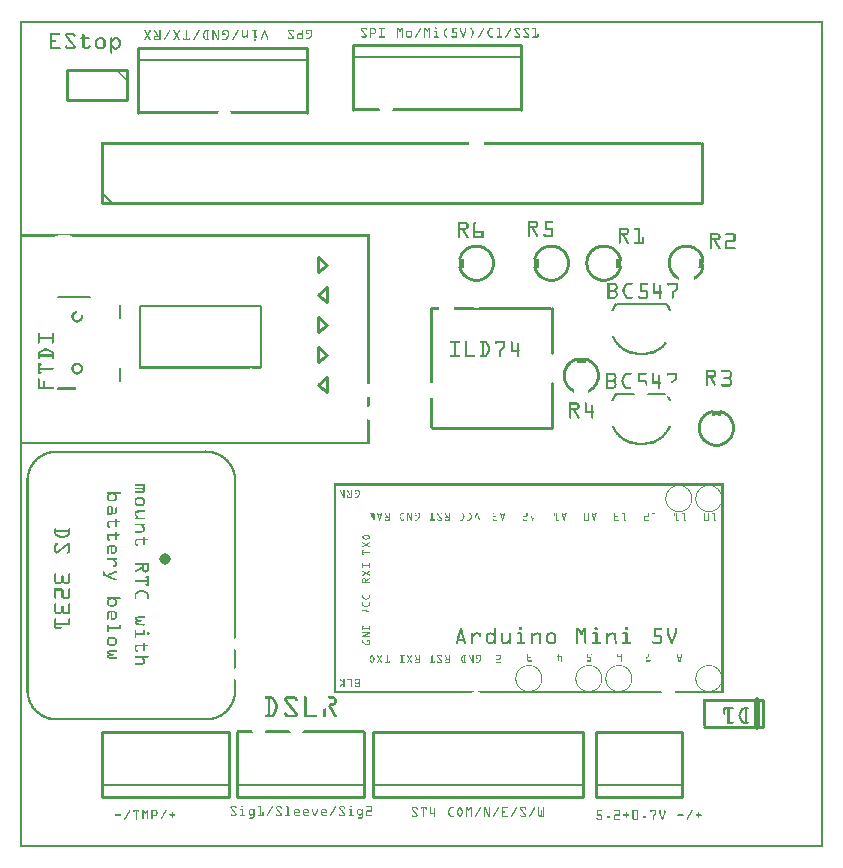
<source format=gto>
G04 MADE WITH FRITZING*
G04 WWW.FRITZING.ORG*
G04 DOUBLE SIDED*
G04 HOLES PLATED*
G04 CONTOUR ON CENTER OF CONTOUR VECTOR*
%ASAXBY*%
%FSLAX23Y23*%
%MOIN*%
%OFA0B0*%
%SFA1.0B1.0*%
%ADD10C,0.034819X0.0348188*%
%ADD11C,0.038360X0.0063604*%
%ADD12C,0.010000*%
%ADD13C,0.005000*%
%ADD14C,0.008000*%
%ADD15C,0.020000*%
%ADD16R,0.001000X0.001000*%
%LNSILK1*%
G90*
G70*
G54D10*
X766Y1767D03*
G54D11*
X481Y963D03*
G54D12*
X356Y2593D02*
X156Y2593D01*
D02*
X156Y2593D02*
X156Y2493D01*
D02*
X156Y2493D02*
X356Y2493D01*
D02*
X356Y2493D02*
X356Y2593D01*
D02*
X955Y2450D02*
X955Y2666D01*
D02*
X955Y2666D02*
X394Y2666D01*
D02*
X394Y2666D02*
X394Y2450D01*
G54D13*
D02*
X955Y2626D02*
X394Y2626D01*
G54D12*
D02*
X1021Y1744D02*
X991Y1769D01*
D02*
X991Y1769D02*
X991Y1719D01*
D02*
X991Y1719D02*
X1021Y1744D01*
D02*
X991Y1969D02*
X1021Y1944D01*
D02*
X1021Y1944D02*
X991Y1919D01*
D02*
X991Y1919D02*
X991Y1969D01*
D02*
X991Y1844D02*
X1021Y1819D01*
D02*
X1021Y1819D02*
X1021Y1869D01*
D02*
X1021Y1869D02*
X991Y1844D01*
D02*
X991Y1544D02*
X1021Y1519D01*
D02*
X1021Y1519D02*
X1021Y1569D01*
D02*
X1021Y1569D02*
X991Y1544D01*
D02*
X991Y1669D02*
X991Y1619D01*
D02*
X991Y1619D02*
X1021Y1644D01*
D02*
X1021Y1644D02*
X991Y1669D01*
G54D14*
D02*
X127Y1836D02*
X234Y1836D01*
D02*
X332Y1809D02*
X332Y1766D01*
D02*
X332Y1600D02*
X332Y1557D01*
D02*
X802Y1805D02*
X400Y1805D01*
D02*
X400Y1805D02*
X400Y1601D01*
D02*
X802Y1601D02*
X802Y1805D01*
G54D12*
D02*
X2475Y403D02*
X2280Y403D01*
D02*
X2280Y493D02*
X2475Y493D01*
D02*
X2475Y493D02*
X2475Y403D01*
G54D15*
D02*
X2455Y493D02*
X2455Y403D01*
G54D12*
D02*
X2205Y386D02*
X1919Y386D01*
D02*
X1919Y386D02*
X1919Y170D01*
D02*
X1919Y170D02*
X2205Y170D01*
D02*
X2205Y170D02*
X2205Y386D01*
G54D13*
D02*
X1919Y210D02*
X2205Y210D01*
G54D12*
D02*
X271Y2148D02*
X2271Y2148D01*
D02*
X2271Y2148D02*
X2271Y2348D01*
D02*
X271Y2348D02*
X271Y2148D01*
G54D13*
D02*
X306Y2148D02*
X271Y2183D01*
G54D14*
D02*
X2154Y1813D02*
X1989Y1813D01*
G54D12*
D02*
X1371Y1398D02*
X1771Y1398D01*
D02*
X1771Y1798D02*
X1771Y1648D01*
D02*
X1771Y1548D02*
X1771Y1398D01*
D02*
X1876Y386D02*
X1177Y386D01*
D02*
X1177Y386D02*
X1177Y170D01*
D02*
X1177Y170D02*
X1876Y170D01*
D02*
X1876Y170D02*
X1876Y386D01*
G54D13*
D02*
X1177Y210D02*
X1876Y210D01*
G54D12*
D02*
X722Y386D02*
X722Y170D01*
D02*
X722Y170D02*
X1145Y170D01*
D02*
X1145Y170D02*
X1145Y386D01*
G54D13*
D02*
X722Y210D02*
X1145Y210D01*
G54D12*
D02*
X1670Y2460D02*
X1670Y2676D01*
D02*
X1670Y2676D02*
X1109Y2676D01*
D02*
X1109Y2676D02*
X1109Y2460D01*
G54D13*
D02*
X1670Y2636D02*
X1109Y2636D01*
G54D12*
D02*
X695Y386D02*
X272Y386D01*
D02*
X272Y386D02*
X272Y170D01*
D02*
X272Y170D02*
X695Y170D01*
D02*
X695Y170D02*
X695Y386D01*
G54D13*
D02*
X272Y210D02*
X695Y210D01*
G54D16*
X0Y2756D02*
X2676Y2756D01*
X0Y2755D02*
X2676Y2755D01*
X0Y2754D02*
X2676Y2754D01*
X0Y2753D02*
X2676Y2753D01*
X0Y2752D02*
X2676Y2752D01*
X0Y2751D02*
X2676Y2751D01*
X0Y2750D02*
X2676Y2750D01*
X0Y2749D02*
X2676Y2749D01*
X0Y2748D02*
X7Y2748D01*
X2669Y2748D02*
X2676Y2748D01*
X0Y2747D02*
X7Y2747D01*
X2669Y2747D02*
X2676Y2747D01*
X0Y2746D02*
X7Y2746D01*
X2669Y2746D02*
X2676Y2746D01*
X0Y2745D02*
X7Y2745D01*
X2669Y2745D02*
X2676Y2745D01*
X0Y2744D02*
X7Y2744D01*
X2669Y2744D02*
X2676Y2744D01*
X0Y2743D02*
X7Y2743D01*
X2669Y2743D02*
X2676Y2743D01*
X0Y2742D02*
X7Y2742D01*
X2669Y2742D02*
X2676Y2742D01*
X0Y2741D02*
X7Y2741D01*
X2669Y2741D02*
X2676Y2741D01*
X0Y2740D02*
X7Y2740D01*
X2669Y2740D02*
X2676Y2740D01*
X0Y2739D02*
X7Y2739D01*
X2669Y2739D02*
X2676Y2739D01*
X0Y2738D02*
X7Y2738D01*
X2669Y2738D02*
X2676Y2738D01*
X0Y2737D02*
X7Y2737D01*
X2669Y2737D02*
X2676Y2737D01*
X0Y2736D02*
X7Y2736D01*
X2669Y2736D02*
X2676Y2736D01*
X0Y2735D02*
X7Y2735D01*
X2669Y2735D02*
X2676Y2735D01*
X0Y2734D02*
X7Y2734D01*
X1384Y2734D02*
X1387Y2734D01*
X2669Y2734D02*
X2676Y2734D01*
X0Y2733D02*
X7Y2733D01*
X1383Y2733D02*
X1388Y2733D01*
X2669Y2733D02*
X2676Y2733D01*
X0Y2732D02*
X7Y2732D01*
X1138Y2732D02*
X1152Y2732D01*
X1166Y2732D02*
X1182Y2732D01*
X1196Y2732D02*
X1215Y2732D01*
X1256Y2732D02*
X1261Y2732D01*
X1271Y2732D02*
X1276Y2732D01*
X1333Y2732D02*
X1335Y2732D01*
X1346Y2732D02*
X1351Y2732D01*
X1361Y2732D02*
X1366Y2732D01*
X1383Y2732D02*
X1388Y2732D01*
X1420Y2732D02*
X1422Y2732D01*
X1441Y2732D02*
X1456Y2732D01*
X1468Y2732D02*
X1469Y2732D01*
X1484Y2732D02*
X1486Y2732D01*
X1502Y2732D02*
X1504Y2732D01*
X1544Y2732D02*
X1546Y2732D01*
X1565Y2732D02*
X1576Y2732D01*
X1590Y2732D02*
X1598Y2732D01*
X1635Y2732D02*
X1637Y2732D01*
X1650Y2732D02*
X1664Y2732D01*
X1680Y2732D02*
X1694Y2732D01*
X1709Y2732D02*
X1719Y2732D01*
X2669Y2732D02*
X2676Y2732D01*
X0Y2731D02*
X7Y2731D01*
X1137Y2731D02*
X1154Y2731D01*
X1166Y2731D02*
X1183Y2731D01*
X1196Y2731D02*
X1215Y2731D01*
X1256Y2731D02*
X1262Y2731D01*
X1270Y2731D02*
X1276Y2731D01*
X1333Y2731D02*
X1336Y2731D01*
X1346Y2731D02*
X1352Y2731D01*
X1361Y2731D02*
X1366Y2731D01*
X1383Y2731D02*
X1388Y2731D01*
X1419Y2731D02*
X1422Y2731D01*
X1441Y2731D02*
X1456Y2731D01*
X1467Y2731D02*
X1470Y2731D01*
X1484Y2731D02*
X1487Y2731D01*
X1501Y2731D02*
X1505Y2731D01*
X1544Y2731D02*
X1547Y2731D01*
X1564Y2731D02*
X1577Y2731D01*
X1590Y2731D02*
X1599Y2731D01*
X1634Y2731D02*
X1637Y2731D01*
X1649Y2731D02*
X1666Y2731D01*
X1679Y2731D02*
X1696Y2731D01*
X1708Y2731D02*
X1719Y2731D01*
X2669Y2731D02*
X2676Y2731D01*
X0Y2730D02*
X7Y2730D01*
X1136Y2730D02*
X1154Y2730D01*
X1166Y2730D02*
X1184Y2730D01*
X1196Y2730D02*
X1215Y2730D01*
X1256Y2730D02*
X1262Y2730D01*
X1270Y2730D02*
X1276Y2730D01*
X1332Y2730D02*
X1336Y2730D01*
X1346Y2730D02*
X1353Y2730D01*
X1360Y2730D02*
X1366Y2730D01*
X1383Y2730D02*
X1388Y2730D01*
X1418Y2730D02*
X1422Y2730D01*
X1441Y2730D02*
X1456Y2730D01*
X1467Y2730D02*
X1470Y2730D01*
X1483Y2730D02*
X1487Y2730D01*
X1501Y2730D02*
X1505Y2730D01*
X1543Y2730D02*
X1547Y2730D01*
X1563Y2730D02*
X1577Y2730D01*
X1590Y2730D02*
X1599Y2730D01*
X1633Y2730D02*
X1637Y2730D01*
X1648Y2730D02*
X1666Y2730D01*
X1678Y2730D02*
X1697Y2730D01*
X1708Y2730D02*
X1719Y2730D01*
X2669Y2730D02*
X2676Y2730D01*
X0Y2729D02*
X7Y2729D01*
X1136Y2729D02*
X1155Y2729D01*
X1166Y2729D02*
X1185Y2729D01*
X1197Y2729D02*
X1215Y2729D01*
X1256Y2729D02*
X1263Y2729D01*
X1269Y2729D02*
X1276Y2729D01*
X1332Y2729D02*
X1335Y2729D01*
X1346Y2729D02*
X1353Y2729D01*
X1359Y2729D02*
X1366Y2729D01*
X1384Y2729D02*
X1387Y2729D01*
X1417Y2729D02*
X1422Y2729D01*
X1441Y2729D02*
X1456Y2729D01*
X1467Y2729D02*
X1470Y2729D01*
X1483Y2729D02*
X1487Y2729D01*
X1502Y2729D02*
X1506Y2729D01*
X1542Y2729D02*
X1546Y2729D01*
X1562Y2729D02*
X1576Y2729D01*
X1590Y2729D02*
X1599Y2729D01*
X1633Y2729D02*
X1637Y2729D01*
X1648Y2729D02*
X1667Y2729D01*
X1678Y2729D02*
X1697Y2729D01*
X1709Y2729D02*
X1719Y2729D01*
X2669Y2729D02*
X2676Y2729D01*
X0Y2728D02*
X7Y2728D01*
X1136Y2728D02*
X1139Y2728D01*
X1152Y2728D02*
X1155Y2728D01*
X1166Y2728D02*
X1169Y2728D01*
X1181Y2728D02*
X1185Y2728D01*
X1204Y2728D02*
X1207Y2728D01*
X1256Y2728D02*
X1264Y2728D01*
X1268Y2728D02*
X1276Y2728D01*
X1331Y2728D02*
X1335Y2728D01*
X1346Y2728D02*
X1354Y2728D01*
X1359Y2728D02*
X1366Y2728D01*
X1416Y2728D02*
X1421Y2728D01*
X1441Y2728D02*
X1444Y2728D01*
X1467Y2728D02*
X1470Y2728D01*
X1483Y2728D02*
X1487Y2728D01*
X1503Y2728D02*
X1507Y2728D01*
X1542Y2728D02*
X1546Y2728D01*
X1562Y2728D02*
X1566Y2728D01*
X1596Y2728D02*
X1599Y2728D01*
X1632Y2728D02*
X1636Y2728D01*
X1648Y2728D02*
X1651Y2728D01*
X1664Y2728D02*
X1667Y2728D01*
X1678Y2728D02*
X1681Y2728D01*
X1694Y2728D02*
X1697Y2728D01*
X1716Y2728D02*
X1719Y2728D01*
X2669Y2728D02*
X2676Y2728D01*
X0Y2727D02*
X7Y2727D01*
X896Y2727D02*
X909Y2727D01*
X941Y2727D02*
X942Y2727D01*
X958Y2727D02*
X969Y2727D01*
X1136Y2727D02*
X1139Y2727D01*
X1152Y2727D02*
X1155Y2727D01*
X1166Y2727D02*
X1169Y2727D01*
X1182Y2727D02*
X1185Y2727D01*
X1204Y2727D02*
X1207Y2727D01*
X1256Y2727D02*
X1264Y2727D01*
X1268Y2727D02*
X1276Y2727D01*
X1330Y2727D02*
X1334Y2727D01*
X1346Y2727D02*
X1355Y2727D01*
X1358Y2727D02*
X1366Y2727D01*
X1416Y2727D02*
X1420Y2727D01*
X1441Y2727D02*
X1444Y2727D01*
X1467Y2727D02*
X1470Y2727D01*
X1483Y2727D02*
X1487Y2727D01*
X1503Y2727D02*
X1508Y2727D01*
X1541Y2727D02*
X1545Y2727D01*
X1561Y2727D02*
X1565Y2727D01*
X1596Y2727D02*
X1599Y2727D01*
X1632Y2727D02*
X1636Y2727D01*
X1648Y2727D02*
X1651Y2727D01*
X1664Y2727D02*
X1667Y2727D01*
X1678Y2727D02*
X1682Y2727D01*
X1694Y2727D02*
X1697Y2727D01*
X1716Y2727D02*
X1719Y2727D01*
X2669Y2727D02*
X2676Y2727D01*
X0Y2726D02*
X7Y2726D01*
X448Y2726D02*
X448Y2726D01*
X466Y2726D02*
X466Y2726D01*
X513Y2726D02*
X513Y2726D01*
X531Y2726D02*
X531Y2726D01*
X596Y2726D02*
X596Y2726D01*
X620Y2726D02*
X628Y2726D01*
X642Y2726D02*
X646Y2726D01*
X661Y2726D02*
X661Y2726D01*
X680Y2726D02*
X689Y2726D01*
X726Y2726D02*
X726Y2726D01*
X741Y2726D02*
X741Y2726D01*
X775Y2726D02*
X789Y2726D01*
X895Y2726D02*
X911Y2726D01*
X940Y2726D02*
X943Y2726D01*
X956Y2726D02*
X970Y2726D01*
X1136Y2726D02*
X1140Y2726D01*
X1152Y2726D02*
X1155Y2726D01*
X1166Y2726D02*
X1169Y2726D01*
X1182Y2726D02*
X1185Y2726D01*
X1204Y2726D02*
X1207Y2726D01*
X1256Y2726D02*
X1259Y2726D01*
X1261Y2726D02*
X1265Y2726D01*
X1267Y2726D02*
X1271Y2726D01*
X1273Y2726D02*
X1276Y2726D01*
X1330Y2726D02*
X1334Y2726D01*
X1346Y2726D02*
X1355Y2726D01*
X1357Y2726D02*
X1361Y2726D01*
X1363Y2726D02*
X1366Y2726D01*
X1415Y2726D02*
X1419Y2726D01*
X1441Y2726D02*
X1444Y2726D01*
X1467Y2726D02*
X1470Y2726D01*
X1483Y2726D02*
X1487Y2726D01*
X1504Y2726D02*
X1509Y2726D01*
X1541Y2726D02*
X1545Y2726D01*
X1561Y2726D02*
X1565Y2726D01*
X1596Y2726D02*
X1599Y2726D01*
X1631Y2726D02*
X1635Y2726D01*
X1648Y2726D02*
X1652Y2726D01*
X1665Y2726D02*
X1667Y2726D01*
X1678Y2726D02*
X1682Y2726D01*
X1695Y2726D02*
X1697Y2726D01*
X1716Y2726D02*
X1719Y2726D01*
X2669Y2726D02*
X2676Y2726D01*
X0Y2725D02*
X7Y2725D01*
X414Y2725D02*
X417Y2725D01*
X432Y2725D02*
X435Y2725D01*
X447Y2725D02*
X449Y2725D01*
X465Y2725D02*
X467Y2725D01*
X497Y2725D02*
X500Y2725D01*
X512Y2725D02*
X514Y2725D01*
X530Y2725D02*
X532Y2725D01*
X553Y2725D02*
X556Y2725D01*
X595Y2725D02*
X597Y2725D01*
X617Y2725D02*
X630Y2725D01*
X641Y2725D02*
X647Y2725D01*
X660Y2725D02*
X662Y2725D01*
X677Y2725D02*
X692Y2725D01*
X725Y2725D02*
X727Y2725D01*
X739Y2725D02*
X742Y2725D01*
X757Y2725D02*
X760Y2725D01*
X774Y2725D02*
X790Y2725D01*
X813Y2725D02*
X816Y2725D01*
X894Y2725D02*
X911Y2725D01*
X940Y2725D02*
X943Y2725D01*
X955Y2725D02*
X971Y2725D01*
X1137Y2725D02*
X1141Y2725D01*
X1154Y2725D02*
X1154Y2725D01*
X1166Y2725D02*
X1169Y2725D01*
X1182Y2725D02*
X1185Y2725D01*
X1204Y2725D02*
X1207Y2725D01*
X1256Y2725D02*
X1259Y2725D01*
X1262Y2725D02*
X1270Y2725D01*
X1273Y2725D02*
X1276Y2725D01*
X1329Y2725D02*
X1333Y2725D01*
X1346Y2725D02*
X1350Y2725D01*
X1352Y2725D02*
X1361Y2725D01*
X1363Y2725D02*
X1366Y2725D01*
X1414Y2725D02*
X1418Y2725D01*
X1441Y2725D02*
X1444Y2725D01*
X1467Y2725D02*
X1470Y2725D01*
X1483Y2725D02*
X1487Y2725D01*
X1505Y2725D02*
X1509Y2725D01*
X1540Y2725D02*
X1544Y2725D01*
X1560Y2725D02*
X1564Y2725D01*
X1596Y2725D02*
X1599Y2725D01*
X1630Y2725D02*
X1634Y2725D01*
X1649Y2725D02*
X1653Y2725D01*
X1666Y2725D02*
X1666Y2725D01*
X1679Y2725D02*
X1683Y2725D01*
X1696Y2725D02*
X1696Y2725D01*
X1716Y2725D02*
X1719Y2725D01*
X2669Y2725D02*
X2676Y2725D01*
X0Y2724D02*
X7Y2724D01*
X414Y2724D02*
X418Y2724D01*
X431Y2724D02*
X435Y2724D01*
X446Y2724D02*
X450Y2724D01*
X464Y2724D02*
X468Y2724D01*
X496Y2724D02*
X500Y2724D01*
X511Y2724D02*
X515Y2724D01*
X529Y2724D02*
X533Y2724D01*
X553Y2724D02*
X556Y2724D01*
X594Y2724D02*
X598Y2724D01*
X616Y2724D02*
X630Y2724D01*
X641Y2724D02*
X647Y2724D01*
X659Y2724D02*
X663Y2724D01*
X676Y2724D02*
X693Y2724D01*
X724Y2724D02*
X728Y2724D01*
X739Y2724D02*
X742Y2724D01*
X757Y2724D02*
X760Y2724D01*
X774Y2724D02*
X790Y2724D01*
X813Y2724D02*
X816Y2724D01*
X893Y2724D02*
X912Y2724D01*
X940Y2724D02*
X943Y2724D01*
X954Y2724D02*
X972Y2724D01*
X1137Y2724D02*
X1142Y2724D01*
X1166Y2724D02*
X1169Y2724D01*
X1182Y2724D02*
X1185Y2724D01*
X1204Y2724D02*
X1207Y2724D01*
X1256Y2724D02*
X1259Y2724D01*
X1262Y2724D02*
X1270Y2724D01*
X1273Y2724D02*
X1276Y2724D01*
X1329Y2724D02*
X1333Y2724D01*
X1346Y2724D02*
X1350Y2724D01*
X1353Y2724D02*
X1360Y2724D01*
X1363Y2724D02*
X1366Y2724D01*
X1414Y2724D02*
X1418Y2724D01*
X1441Y2724D02*
X1444Y2724D01*
X1467Y2724D02*
X1470Y2724D01*
X1483Y2724D02*
X1487Y2724D01*
X1506Y2724D02*
X1510Y2724D01*
X1539Y2724D02*
X1543Y2724D01*
X1560Y2724D02*
X1564Y2724D01*
X1596Y2724D02*
X1599Y2724D01*
X1630Y2724D02*
X1634Y2724D01*
X1649Y2724D02*
X1654Y2724D01*
X1680Y2724D02*
X1684Y2724D01*
X1716Y2724D02*
X1719Y2724D01*
X2669Y2724D02*
X2676Y2724D01*
X0Y2723D02*
X7Y2723D01*
X414Y2723D02*
X418Y2723D01*
X431Y2723D02*
X435Y2723D01*
X447Y2723D02*
X451Y2723D01*
X464Y2723D02*
X468Y2723D01*
X496Y2723D02*
X500Y2723D01*
X512Y2723D02*
X516Y2723D01*
X528Y2723D02*
X532Y2723D01*
X553Y2723D02*
X556Y2723D01*
X593Y2723D02*
X598Y2723D01*
X615Y2723D02*
X630Y2723D01*
X641Y2723D02*
X648Y2723D01*
X659Y2723D02*
X663Y2723D01*
X675Y2723D02*
X694Y2723D01*
X723Y2723D02*
X728Y2723D01*
X739Y2723D02*
X742Y2723D01*
X757Y2723D02*
X760Y2723D01*
X774Y2723D02*
X790Y2723D01*
X812Y2723D02*
X817Y2723D01*
X893Y2723D02*
X897Y2723D01*
X908Y2723D02*
X912Y2723D01*
X940Y2723D02*
X943Y2723D01*
X954Y2723D02*
X958Y2723D01*
X968Y2723D02*
X973Y2723D01*
X1138Y2723D02*
X1143Y2723D01*
X1166Y2723D02*
X1169Y2723D01*
X1182Y2723D02*
X1185Y2723D01*
X1204Y2723D02*
X1207Y2723D01*
X1256Y2723D02*
X1259Y2723D01*
X1263Y2723D02*
X1269Y2723D01*
X1273Y2723D02*
X1276Y2723D01*
X1291Y2723D02*
X1301Y2723D01*
X1328Y2723D02*
X1332Y2723D01*
X1346Y2723D02*
X1350Y2723D01*
X1353Y2723D02*
X1359Y2723D01*
X1363Y2723D02*
X1366Y2723D01*
X1379Y2723D02*
X1388Y2723D01*
X1413Y2723D02*
X1417Y2723D01*
X1441Y2723D02*
X1444Y2723D01*
X1467Y2723D02*
X1470Y2723D01*
X1483Y2723D02*
X1487Y2723D01*
X1506Y2723D02*
X1510Y2723D01*
X1539Y2723D02*
X1543Y2723D01*
X1559Y2723D02*
X1563Y2723D01*
X1596Y2723D02*
X1599Y2723D01*
X1629Y2723D02*
X1633Y2723D01*
X1650Y2723D02*
X1655Y2723D01*
X1680Y2723D02*
X1685Y2723D01*
X1716Y2723D02*
X1719Y2723D01*
X2669Y2723D02*
X2676Y2723D01*
X0Y2722D02*
X7Y2722D01*
X414Y2722D02*
X419Y2722D01*
X430Y2722D02*
X434Y2722D01*
X447Y2722D02*
X451Y2722D01*
X464Y2722D02*
X468Y2722D01*
X495Y2722D02*
X500Y2722D01*
X512Y2722D02*
X516Y2722D01*
X528Y2722D02*
X532Y2722D01*
X553Y2722D02*
X556Y2722D01*
X593Y2722D02*
X597Y2722D01*
X614Y2722D02*
X629Y2722D01*
X641Y2722D02*
X648Y2722D01*
X659Y2722D02*
X663Y2722D01*
X674Y2722D02*
X695Y2722D01*
X723Y2722D02*
X727Y2722D01*
X739Y2722D02*
X742Y2722D01*
X757Y2722D02*
X760Y2722D01*
X775Y2722D02*
X790Y2722D01*
X812Y2722D02*
X817Y2722D01*
X893Y2722D02*
X897Y2722D01*
X909Y2722D02*
X913Y2722D01*
X940Y2722D02*
X943Y2722D01*
X953Y2722D02*
X957Y2722D01*
X969Y2722D02*
X973Y2722D01*
X1139Y2722D02*
X1143Y2722D01*
X1166Y2722D02*
X1169Y2722D01*
X1182Y2722D02*
X1185Y2722D01*
X1204Y2722D02*
X1207Y2722D01*
X1256Y2722D02*
X1259Y2722D01*
X1264Y2722D02*
X1268Y2722D01*
X1273Y2722D02*
X1276Y2722D01*
X1289Y2722D02*
X1303Y2722D01*
X1327Y2722D02*
X1331Y2722D01*
X1346Y2722D02*
X1350Y2722D01*
X1354Y2722D02*
X1359Y2722D01*
X1363Y2722D02*
X1366Y2722D01*
X1379Y2722D02*
X1388Y2722D01*
X1413Y2722D02*
X1416Y2722D01*
X1441Y2722D02*
X1444Y2722D01*
X1467Y2722D02*
X1471Y2722D01*
X1483Y2722D02*
X1486Y2722D01*
X1507Y2722D02*
X1510Y2722D01*
X1538Y2722D02*
X1542Y2722D01*
X1559Y2722D02*
X1563Y2722D01*
X1596Y2722D02*
X1599Y2722D01*
X1629Y2722D02*
X1633Y2722D01*
X1651Y2722D02*
X1655Y2722D01*
X1681Y2722D02*
X1685Y2722D01*
X1716Y2722D02*
X1719Y2722D01*
X2669Y2722D02*
X2676Y2722D01*
X0Y2721D02*
X7Y2721D01*
X415Y2721D02*
X419Y2721D01*
X430Y2721D02*
X434Y2721D01*
X448Y2721D02*
X452Y2721D01*
X464Y2721D02*
X468Y2721D01*
X495Y2721D02*
X499Y2721D01*
X513Y2721D02*
X517Y2721D01*
X527Y2721D02*
X531Y2721D01*
X553Y2721D02*
X556Y2721D01*
X592Y2721D02*
X596Y2721D01*
X614Y2721D02*
X618Y2721D01*
X622Y2721D02*
X626Y2721D01*
X641Y2721D02*
X649Y2721D01*
X659Y2721D02*
X663Y2721D01*
X674Y2721D02*
X678Y2721D01*
X691Y2721D02*
X695Y2721D01*
X722Y2721D02*
X726Y2721D01*
X739Y2721D02*
X742Y2721D01*
X757Y2721D02*
X760Y2721D01*
X780Y2721D02*
X784Y2721D01*
X812Y2721D02*
X818Y2721D01*
X893Y2721D02*
X897Y2721D01*
X910Y2721D02*
X913Y2721D01*
X940Y2721D02*
X943Y2721D01*
X953Y2721D02*
X956Y2721D01*
X970Y2721D02*
X973Y2721D01*
X1140Y2721D02*
X1144Y2721D01*
X1166Y2721D02*
X1169Y2721D01*
X1182Y2721D02*
X1185Y2721D01*
X1204Y2721D02*
X1207Y2721D01*
X1256Y2721D02*
X1259Y2721D01*
X1264Y2721D02*
X1268Y2721D01*
X1273Y2721D02*
X1276Y2721D01*
X1288Y2721D02*
X1304Y2721D01*
X1327Y2721D02*
X1331Y2721D01*
X1346Y2721D02*
X1350Y2721D01*
X1355Y2721D02*
X1358Y2721D01*
X1363Y2721D02*
X1366Y2721D01*
X1379Y2721D02*
X1388Y2721D01*
X1413Y2721D02*
X1416Y2721D01*
X1441Y2721D02*
X1444Y2721D01*
X1468Y2721D02*
X1471Y2721D01*
X1482Y2721D02*
X1486Y2721D01*
X1507Y2721D02*
X1511Y2721D01*
X1538Y2721D02*
X1542Y2721D01*
X1558Y2721D02*
X1562Y2721D01*
X1596Y2721D02*
X1599Y2721D01*
X1628Y2721D02*
X1632Y2721D01*
X1652Y2721D02*
X1656Y2721D01*
X1682Y2721D02*
X1686Y2721D01*
X1716Y2721D02*
X1719Y2721D01*
X2669Y2721D02*
X2676Y2721D01*
X0Y2720D02*
X7Y2720D01*
X416Y2720D02*
X420Y2720D01*
X429Y2720D02*
X433Y2720D01*
X448Y2720D02*
X452Y2720D01*
X464Y2720D02*
X468Y2720D01*
X494Y2720D02*
X498Y2720D01*
X513Y2720D02*
X517Y2720D01*
X527Y2720D02*
X531Y2720D01*
X553Y2720D02*
X556Y2720D01*
X592Y2720D02*
X596Y2720D01*
X613Y2720D02*
X617Y2720D01*
X622Y2720D02*
X626Y2720D01*
X641Y2720D02*
X649Y2720D01*
X659Y2720D02*
X663Y2720D01*
X674Y2720D02*
X678Y2720D01*
X691Y2720D02*
X695Y2720D01*
X722Y2720D02*
X726Y2720D01*
X739Y2720D02*
X743Y2720D01*
X757Y2720D02*
X760Y2720D01*
X780Y2720D02*
X784Y2720D01*
X811Y2720D02*
X818Y2720D01*
X894Y2720D02*
X898Y2720D01*
X910Y2720D02*
X912Y2720D01*
X940Y2720D02*
X943Y2720D01*
X953Y2720D02*
X956Y2720D01*
X970Y2720D02*
X973Y2720D01*
X1140Y2720D02*
X1145Y2720D01*
X1166Y2720D02*
X1169Y2720D01*
X1182Y2720D02*
X1185Y2720D01*
X1204Y2720D02*
X1207Y2720D01*
X1256Y2720D02*
X1259Y2720D01*
X1264Y2720D02*
X1268Y2720D01*
X1273Y2720D02*
X1276Y2720D01*
X1288Y2720D02*
X1305Y2720D01*
X1326Y2720D02*
X1330Y2720D01*
X1346Y2720D02*
X1350Y2720D01*
X1355Y2720D02*
X1358Y2720D01*
X1363Y2720D02*
X1366Y2720D01*
X1380Y2720D02*
X1388Y2720D01*
X1413Y2720D02*
X1416Y2720D01*
X1441Y2720D02*
X1444Y2720D01*
X1468Y2720D02*
X1472Y2720D01*
X1482Y2720D02*
X1485Y2720D01*
X1507Y2720D02*
X1511Y2720D01*
X1537Y2720D02*
X1541Y2720D01*
X1558Y2720D02*
X1562Y2720D01*
X1596Y2720D02*
X1599Y2720D01*
X1628Y2720D02*
X1631Y2720D01*
X1653Y2720D02*
X1657Y2720D01*
X1683Y2720D02*
X1687Y2720D01*
X1716Y2720D02*
X1719Y2720D01*
X2669Y2720D02*
X2676Y2720D01*
X0Y2719D02*
X7Y2719D01*
X416Y2719D02*
X421Y2719D01*
X428Y2719D02*
X433Y2719D01*
X449Y2719D02*
X453Y2719D01*
X464Y2719D02*
X468Y2719D01*
X493Y2719D02*
X498Y2719D01*
X514Y2719D02*
X518Y2719D01*
X526Y2719D02*
X530Y2719D01*
X553Y2719D02*
X556Y2719D01*
X591Y2719D02*
X595Y2719D01*
X613Y2719D02*
X617Y2719D01*
X622Y2719D02*
X626Y2719D01*
X641Y2719D02*
X649Y2719D01*
X659Y2719D02*
X663Y2719D01*
X674Y2719D02*
X677Y2719D01*
X692Y2719D02*
X695Y2719D01*
X721Y2719D02*
X725Y2719D01*
X739Y2719D02*
X743Y2719D01*
X757Y2719D02*
X760Y2719D01*
X780Y2719D02*
X784Y2719D01*
X811Y2719D02*
X818Y2719D01*
X895Y2719D02*
X899Y2719D01*
X940Y2719D02*
X943Y2719D01*
X953Y2719D02*
X956Y2719D01*
X970Y2719D02*
X973Y2719D01*
X1141Y2719D02*
X1146Y2719D01*
X1166Y2719D02*
X1169Y2719D01*
X1182Y2719D02*
X1185Y2719D01*
X1204Y2719D02*
X1207Y2719D01*
X1256Y2719D02*
X1259Y2719D01*
X1265Y2719D02*
X1267Y2719D01*
X1273Y2719D02*
X1276Y2719D01*
X1287Y2719D02*
X1291Y2719D01*
X1301Y2719D02*
X1305Y2719D01*
X1326Y2719D02*
X1330Y2719D01*
X1346Y2719D02*
X1350Y2719D01*
X1355Y2719D02*
X1358Y2719D01*
X1363Y2719D02*
X1366Y2719D01*
X1385Y2719D02*
X1388Y2719D01*
X1413Y2719D02*
X1416Y2719D01*
X1441Y2719D02*
X1444Y2719D01*
X1468Y2719D02*
X1472Y2719D01*
X1482Y2719D02*
X1485Y2719D01*
X1507Y2719D02*
X1511Y2719D01*
X1537Y2719D02*
X1540Y2719D01*
X1558Y2719D02*
X1561Y2719D01*
X1596Y2719D02*
X1599Y2719D01*
X1627Y2719D02*
X1631Y2719D01*
X1653Y2719D02*
X1658Y2719D01*
X1683Y2719D02*
X1688Y2719D01*
X1716Y2719D02*
X1719Y2719D01*
X2669Y2719D02*
X2676Y2719D01*
X0Y2718D02*
X7Y2718D01*
X417Y2718D02*
X421Y2718D01*
X428Y2718D02*
X432Y2718D01*
X449Y2718D02*
X454Y2718D01*
X464Y2718D02*
X468Y2718D01*
X493Y2718D02*
X497Y2718D01*
X514Y2718D02*
X519Y2718D01*
X525Y2718D02*
X530Y2718D01*
X553Y2718D02*
X556Y2718D01*
X590Y2718D02*
X595Y2718D01*
X612Y2718D02*
X616Y2718D01*
X622Y2718D02*
X626Y2718D01*
X641Y2718D02*
X650Y2718D01*
X659Y2718D02*
X663Y2718D01*
X674Y2718D02*
X677Y2718D01*
X692Y2718D02*
X695Y2718D01*
X720Y2718D02*
X725Y2718D01*
X739Y2718D02*
X743Y2718D01*
X757Y2718D02*
X760Y2718D01*
X780Y2718D02*
X784Y2718D01*
X810Y2718D02*
X819Y2718D01*
X895Y2718D02*
X900Y2718D01*
X940Y2718D02*
X943Y2718D01*
X953Y2718D02*
X956Y2718D01*
X970Y2718D02*
X973Y2718D01*
X1142Y2718D02*
X1146Y2718D01*
X1166Y2718D02*
X1169Y2718D01*
X1182Y2718D02*
X1185Y2718D01*
X1204Y2718D02*
X1207Y2718D01*
X1256Y2718D02*
X1259Y2718D01*
X1266Y2718D02*
X1266Y2718D01*
X1273Y2718D02*
X1276Y2718D01*
X1286Y2718D02*
X1290Y2718D01*
X1302Y2718D02*
X1306Y2718D01*
X1325Y2718D02*
X1329Y2718D01*
X1346Y2718D02*
X1350Y2718D01*
X1356Y2718D02*
X1356Y2718D01*
X1363Y2718D02*
X1366Y2718D01*
X1385Y2718D02*
X1388Y2718D01*
X1413Y2718D02*
X1416Y2718D01*
X1441Y2718D02*
X1454Y2718D01*
X1469Y2718D02*
X1472Y2718D01*
X1481Y2718D02*
X1485Y2718D01*
X1507Y2718D02*
X1511Y2718D01*
X1536Y2718D02*
X1540Y2718D01*
X1557Y2718D02*
X1561Y2718D01*
X1596Y2718D02*
X1599Y2718D01*
X1626Y2718D02*
X1630Y2718D01*
X1654Y2718D02*
X1658Y2718D01*
X1684Y2718D02*
X1689Y2718D01*
X1716Y2718D02*
X1719Y2718D01*
X2669Y2718D02*
X2676Y2718D01*
X0Y2717D02*
X7Y2717D01*
X417Y2717D02*
X422Y2717D01*
X427Y2717D02*
X432Y2717D01*
X450Y2717D02*
X454Y2717D01*
X464Y2717D02*
X468Y2717D01*
X492Y2717D02*
X497Y2717D01*
X515Y2717D02*
X519Y2717D01*
X525Y2717D02*
X529Y2717D01*
X553Y2717D02*
X556Y2717D01*
X590Y2717D02*
X594Y2717D01*
X612Y2717D02*
X616Y2717D01*
X622Y2717D02*
X626Y2717D01*
X641Y2717D02*
X650Y2717D01*
X659Y2717D02*
X663Y2717D01*
X674Y2717D02*
X677Y2717D01*
X692Y2717D02*
X695Y2717D01*
X720Y2717D02*
X724Y2717D01*
X739Y2717D02*
X743Y2717D01*
X757Y2717D02*
X760Y2717D01*
X780Y2717D02*
X784Y2717D01*
X810Y2717D02*
X819Y2717D01*
X896Y2717D02*
X900Y2717D01*
X940Y2717D02*
X943Y2717D01*
X953Y2717D02*
X957Y2717D01*
X970Y2717D02*
X973Y2717D01*
X1143Y2717D02*
X1147Y2717D01*
X1166Y2717D02*
X1169Y2717D01*
X1181Y2717D02*
X1185Y2717D01*
X1204Y2717D02*
X1207Y2717D01*
X1256Y2717D02*
X1259Y2717D01*
X1273Y2717D02*
X1276Y2717D01*
X1286Y2717D02*
X1290Y2717D01*
X1303Y2717D02*
X1306Y2717D01*
X1325Y2717D02*
X1328Y2717D01*
X1346Y2717D02*
X1350Y2717D01*
X1363Y2717D02*
X1366Y2717D01*
X1385Y2717D02*
X1388Y2717D01*
X1413Y2717D02*
X1416Y2717D01*
X1441Y2717D02*
X1455Y2717D01*
X1469Y2717D02*
X1473Y2717D01*
X1481Y2717D02*
X1484Y2717D01*
X1507Y2717D02*
X1511Y2717D01*
X1535Y2717D02*
X1539Y2717D01*
X1557Y2717D02*
X1561Y2717D01*
X1596Y2717D02*
X1599Y2717D01*
X1626Y2717D02*
X1630Y2717D01*
X1655Y2717D02*
X1659Y2717D01*
X1685Y2717D02*
X1689Y2717D01*
X1716Y2717D02*
X1719Y2717D01*
X2669Y2717D02*
X2676Y2717D01*
X0Y2716D02*
X7Y2716D01*
X418Y2716D02*
X422Y2716D01*
X427Y2716D02*
X431Y2716D01*
X450Y2716D02*
X455Y2716D01*
X464Y2716D02*
X468Y2716D01*
X492Y2716D02*
X496Y2716D01*
X516Y2716D02*
X520Y2716D01*
X524Y2716D02*
X529Y2716D01*
X553Y2716D02*
X556Y2716D01*
X589Y2716D02*
X594Y2716D01*
X611Y2716D02*
X615Y2716D01*
X622Y2716D02*
X626Y2716D01*
X641Y2716D02*
X645Y2716D01*
X647Y2716D02*
X651Y2716D01*
X659Y2716D02*
X663Y2716D01*
X674Y2716D02*
X677Y2716D01*
X692Y2716D02*
X695Y2716D01*
X719Y2716D02*
X724Y2716D01*
X739Y2716D02*
X743Y2716D01*
X757Y2716D02*
X760Y2716D01*
X780Y2716D02*
X784Y2716D01*
X810Y2716D02*
X813Y2716D01*
X816Y2716D02*
X820Y2716D01*
X897Y2716D02*
X901Y2716D01*
X940Y2716D02*
X943Y2716D01*
X953Y2716D02*
X962Y2716D01*
X970Y2716D02*
X973Y2716D01*
X1144Y2716D02*
X1148Y2716D01*
X1166Y2716D02*
X1185Y2716D01*
X1204Y2716D02*
X1207Y2716D01*
X1256Y2716D02*
X1259Y2716D01*
X1273Y2716D02*
X1276Y2716D01*
X1286Y2716D02*
X1289Y2716D01*
X1303Y2716D02*
X1306Y2716D01*
X1324Y2716D02*
X1328Y2716D01*
X1346Y2716D02*
X1350Y2716D01*
X1363Y2716D02*
X1366Y2716D01*
X1385Y2716D02*
X1388Y2716D01*
X1413Y2716D02*
X1416Y2716D01*
X1441Y2716D02*
X1456Y2716D01*
X1470Y2716D02*
X1473Y2716D01*
X1480Y2716D02*
X1484Y2716D01*
X1507Y2716D02*
X1511Y2716D01*
X1535Y2716D02*
X1539Y2716D01*
X1557Y2716D02*
X1561Y2716D01*
X1596Y2716D02*
X1599Y2716D01*
X1625Y2716D02*
X1629Y2716D01*
X1656Y2716D02*
X1660Y2716D01*
X1686Y2716D02*
X1690Y2716D01*
X1716Y2716D02*
X1719Y2716D01*
X2669Y2716D02*
X2676Y2716D01*
X0Y2715D02*
X7Y2715D01*
X100Y2715D02*
X133Y2715D01*
X155Y2715D02*
X179Y2715D01*
X419Y2715D02*
X423Y2715D01*
X426Y2715D02*
X430Y2715D01*
X451Y2715D02*
X455Y2715D01*
X464Y2715D02*
X468Y2715D01*
X491Y2715D02*
X495Y2715D01*
X516Y2715D02*
X520Y2715D01*
X524Y2715D02*
X528Y2715D01*
X553Y2715D02*
X556Y2715D01*
X589Y2715D02*
X593Y2715D01*
X611Y2715D02*
X615Y2715D01*
X622Y2715D02*
X626Y2715D01*
X641Y2715D02*
X645Y2715D01*
X647Y2715D02*
X651Y2715D01*
X659Y2715D02*
X663Y2715D01*
X674Y2715D02*
X677Y2715D01*
X692Y2715D02*
X695Y2715D01*
X719Y2715D02*
X723Y2715D01*
X739Y2715D02*
X743Y2715D01*
X757Y2715D02*
X760Y2715D01*
X780Y2715D02*
X784Y2715D01*
X809Y2715D02*
X813Y2715D01*
X816Y2715D02*
X820Y2715D01*
X898Y2715D02*
X902Y2715D01*
X939Y2715D02*
X943Y2715D01*
X953Y2715D02*
X963Y2715D01*
X970Y2715D02*
X973Y2715D01*
X1144Y2715D02*
X1149Y2715D01*
X1166Y2715D02*
X1184Y2715D01*
X1204Y2715D02*
X1207Y2715D01*
X1256Y2715D02*
X1259Y2715D01*
X1273Y2715D02*
X1276Y2715D01*
X1286Y2715D02*
X1289Y2715D01*
X1303Y2715D02*
X1306Y2715D01*
X1323Y2715D02*
X1327Y2715D01*
X1346Y2715D02*
X1350Y2715D01*
X1363Y2715D02*
X1366Y2715D01*
X1385Y2715D02*
X1388Y2715D01*
X1413Y2715D02*
X1416Y2715D01*
X1441Y2715D02*
X1456Y2715D01*
X1470Y2715D02*
X1474Y2715D01*
X1480Y2715D02*
X1484Y2715D01*
X1507Y2715D02*
X1511Y2715D01*
X1534Y2715D02*
X1538Y2715D01*
X1557Y2715D02*
X1561Y2715D01*
X1596Y2715D02*
X1599Y2715D01*
X1625Y2715D02*
X1629Y2715D01*
X1656Y2715D02*
X1661Y2715D01*
X1687Y2715D02*
X1691Y2715D01*
X1716Y2715D02*
X1719Y2715D01*
X2669Y2715D02*
X2676Y2715D01*
X0Y2714D02*
X7Y2714D01*
X100Y2714D02*
X133Y2714D01*
X153Y2714D02*
X180Y2714D01*
X419Y2714D02*
X423Y2714D01*
X425Y2714D02*
X430Y2714D01*
X452Y2714D02*
X456Y2714D01*
X464Y2714D02*
X468Y2714D01*
X491Y2714D02*
X495Y2714D01*
X517Y2714D02*
X521Y2714D01*
X523Y2714D02*
X527Y2714D01*
X553Y2714D02*
X556Y2714D01*
X588Y2714D02*
X592Y2714D01*
X610Y2714D02*
X614Y2714D01*
X622Y2714D02*
X626Y2714D01*
X641Y2714D02*
X645Y2714D01*
X648Y2714D02*
X652Y2714D01*
X659Y2714D02*
X663Y2714D01*
X674Y2714D02*
X683Y2714D01*
X692Y2714D02*
X695Y2714D01*
X718Y2714D02*
X722Y2714D01*
X739Y2714D02*
X743Y2714D01*
X757Y2714D02*
X760Y2714D01*
X780Y2714D02*
X784Y2714D01*
X809Y2714D02*
X813Y2714D01*
X816Y2714D02*
X820Y2714D01*
X898Y2714D02*
X903Y2714D01*
X926Y2714D02*
X943Y2714D01*
X953Y2714D02*
X962Y2714D01*
X970Y2714D02*
X973Y2714D01*
X1145Y2714D02*
X1149Y2714D01*
X1166Y2714D02*
X1183Y2714D01*
X1204Y2714D02*
X1207Y2714D01*
X1256Y2714D02*
X1259Y2714D01*
X1273Y2714D02*
X1276Y2714D01*
X1286Y2714D02*
X1289Y2714D01*
X1303Y2714D02*
X1306Y2714D01*
X1323Y2714D02*
X1327Y2714D01*
X1346Y2714D02*
X1350Y2714D01*
X1363Y2714D02*
X1366Y2714D01*
X1385Y2714D02*
X1388Y2714D01*
X1413Y2714D02*
X1416Y2714D01*
X1453Y2714D02*
X1457Y2714D01*
X1470Y2714D02*
X1474Y2714D01*
X1480Y2714D02*
X1483Y2714D01*
X1507Y2714D02*
X1511Y2714D01*
X1534Y2714D02*
X1538Y2714D01*
X1558Y2714D02*
X1561Y2714D01*
X1596Y2714D02*
X1599Y2714D01*
X1624Y2714D02*
X1628Y2714D01*
X1657Y2714D02*
X1662Y2714D01*
X1687Y2714D02*
X1692Y2714D01*
X1716Y2714D02*
X1719Y2714D01*
X1725Y2714D02*
X1727Y2714D01*
X2669Y2714D02*
X2676Y2714D01*
X0Y2713D02*
X7Y2713D01*
X100Y2713D02*
X134Y2713D01*
X152Y2713D02*
X181Y2713D01*
X420Y2713D02*
X429Y2713D01*
X452Y2713D02*
X457Y2713D01*
X464Y2713D02*
X468Y2713D01*
X490Y2713D02*
X494Y2713D01*
X517Y2713D02*
X527Y2713D01*
X553Y2713D02*
X556Y2713D01*
X587Y2713D02*
X592Y2713D01*
X610Y2713D02*
X614Y2713D01*
X622Y2713D02*
X626Y2713D01*
X641Y2713D02*
X645Y2713D01*
X648Y2713D02*
X652Y2713D01*
X659Y2713D02*
X663Y2713D01*
X674Y2713D02*
X684Y2713D01*
X692Y2713D02*
X695Y2713D01*
X717Y2713D02*
X722Y2713D01*
X739Y2713D02*
X743Y2713D01*
X757Y2713D02*
X760Y2713D01*
X780Y2713D02*
X784Y2713D01*
X808Y2713D02*
X812Y2713D01*
X817Y2713D02*
X821Y2713D01*
X899Y2713D02*
X904Y2713D01*
X925Y2713D02*
X943Y2713D01*
X953Y2713D02*
X962Y2713D01*
X970Y2713D02*
X973Y2713D01*
X1146Y2713D02*
X1150Y2713D01*
X1166Y2713D02*
X1181Y2713D01*
X1204Y2713D02*
X1207Y2713D01*
X1256Y2713D02*
X1259Y2713D01*
X1273Y2713D02*
X1276Y2713D01*
X1286Y2713D02*
X1289Y2713D01*
X1303Y2713D02*
X1306Y2713D01*
X1322Y2713D02*
X1326Y2713D01*
X1346Y2713D02*
X1350Y2713D01*
X1363Y2713D02*
X1366Y2713D01*
X1385Y2713D02*
X1388Y2713D01*
X1413Y2713D02*
X1416Y2713D01*
X1453Y2713D02*
X1457Y2713D01*
X1471Y2713D02*
X1474Y2713D01*
X1479Y2713D02*
X1483Y2713D01*
X1507Y2713D02*
X1511Y2713D01*
X1533Y2713D02*
X1537Y2713D01*
X1558Y2713D02*
X1562Y2713D01*
X1596Y2713D02*
X1599Y2713D01*
X1623Y2713D02*
X1627Y2713D01*
X1658Y2713D02*
X1662Y2713D01*
X1688Y2713D02*
X1692Y2713D01*
X1716Y2713D02*
X1719Y2713D01*
X1724Y2713D02*
X1728Y2713D01*
X2669Y2713D02*
X2676Y2713D01*
X0Y2712D02*
X7Y2712D01*
X100Y2712D02*
X134Y2712D01*
X151Y2712D02*
X182Y2712D01*
X209Y2712D02*
X212Y2712D01*
X420Y2712D02*
X429Y2712D01*
X453Y2712D02*
X457Y2712D01*
X464Y2712D02*
X468Y2712D01*
X489Y2712D02*
X494Y2712D01*
X518Y2712D02*
X526Y2712D01*
X553Y2712D02*
X556Y2712D01*
X587Y2712D02*
X591Y2712D01*
X610Y2712D02*
X613Y2712D01*
X622Y2712D02*
X626Y2712D01*
X641Y2712D02*
X645Y2712D01*
X649Y2712D02*
X653Y2712D01*
X659Y2712D02*
X663Y2712D01*
X674Y2712D02*
X684Y2712D01*
X692Y2712D02*
X695Y2712D01*
X717Y2712D02*
X721Y2712D01*
X739Y2712D02*
X743Y2712D01*
X757Y2712D02*
X760Y2712D01*
X780Y2712D02*
X784Y2712D01*
X808Y2712D02*
X812Y2712D01*
X817Y2712D02*
X821Y2712D01*
X900Y2712D02*
X904Y2712D01*
X924Y2712D02*
X943Y2712D01*
X970Y2712D02*
X973Y2712D01*
X1147Y2712D02*
X1151Y2712D01*
X1166Y2712D02*
X1169Y2712D01*
X1204Y2712D02*
X1207Y2712D01*
X1256Y2712D02*
X1259Y2712D01*
X1273Y2712D02*
X1276Y2712D01*
X1286Y2712D02*
X1289Y2712D01*
X1303Y2712D02*
X1306Y2712D01*
X1322Y2712D02*
X1326Y2712D01*
X1346Y2712D02*
X1350Y2712D01*
X1363Y2712D02*
X1366Y2712D01*
X1385Y2712D02*
X1388Y2712D01*
X1413Y2712D02*
X1416Y2712D01*
X1453Y2712D02*
X1457Y2712D01*
X1471Y2712D02*
X1475Y2712D01*
X1479Y2712D02*
X1482Y2712D01*
X1507Y2712D02*
X1511Y2712D01*
X1532Y2712D02*
X1536Y2712D01*
X1558Y2712D02*
X1562Y2712D01*
X1596Y2712D02*
X1599Y2712D01*
X1623Y2712D02*
X1627Y2712D01*
X1659Y2712D02*
X1663Y2712D01*
X1689Y2712D02*
X1693Y2712D01*
X1716Y2712D02*
X1719Y2712D01*
X1724Y2712D02*
X1728Y2712D01*
X2669Y2712D02*
X2676Y2712D01*
X0Y2711D02*
X7Y2711D01*
X100Y2711D02*
X133Y2711D01*
X151Y2711D02*
X183Y2711D01*
X208Y2711D02*
X213Y2711D01*
X421Y2711D02*
X428Y2711D01*
X453Y2711D02*
X458Y2711D01*
X464Y2711D02*
X468Y2711D01*
X489Y2711D02*
X493Y2711D01*
X518Y2711D02*
X526Y2711D01*
X553Y2711D02*
X556Y2711D01*
X586Y2711D02*
X591Y2711D01*
X609Y2711D02*
X613Y2711D01*
X622Y2711D02*
X626Y2711D01*
X641Y2711D02*
X645Y2711D01*
X649Y2711D02*
X653Y2711D01*
X659Y2711D02*
X663Y2711D01*
X674Y2711D02*
X684Y2711D01*
X692Y2711D02*
X695Y2711D01*
X716Y2711D02*
X721Y2711D01*
X739Y2711D02*
X743Y2711D01*
X757Y2711D02*
X760Y2711D01*
X780Y2711D02*
X784Y2711D01*
X808Y2711D02*
X812Y2711D01*
X818Y2711D02*
X822Y2711D01*
X901Y2711D02*
X905Y2711D01*
X924Y2711D02*
X943Y2711D01*
X970Y2711D02*
X973Y2711D01*
X1147Y2711D02*
X1152Y2711D01*
X1166Y2711D02*
X1169Y2711D01*
X1204Y2711D02*
X1207Y2711D01*
X1256Y2711D02*
X1259Y2711D01*
X1273Y2711D02*
X1276Y2711D01*
X1286Y2711D02*
X1289Y2711D01*
X1303Y2711D02*
X1306Y2711D01*
X1321Y2711D02*
X1325Y2711D01*
X1346Y2711D02*
X1350Y2711D01*
X1363Y2711D02*
X1366Y2711D01*
X1385Y2711D02*
X1388Y2711D01*
X1413Y2711D02*
X1416Y2711D01*
X1453Y2711D02*
X1457Y2711D01*
X1472Y2711D02*
X1475Y2711D01*
X1478Y2711D02*
X1482Y2711D01*
X1507Y2711D02*
X1510Y2711D01*
X1532Y2711D02*
X1536Y2711D01*
X1559Y2711D02*
X1563Y2711D01*
X1596Y2711D02*
X1599Y2711D01*
X1622Y2711D02*
X1626Y2711D01*
X1660Y2711D02*
X1664Y2711D01*
X1690Y2711D02*
X1694Y2711D01*
X1716Y2711D02*
X1719Y2711D01*
X1724Y2711D02*
X1728Y2711D01*
X2669Y2711D02*
X2676Y2711D01*
X0Y2710D02*
X7Y2710D01*
X100Y2710D02*
X133Y2710D01*
X151Y2710D02*
X183Y2710D01*
X208Y2710D02*
X213Y2710D01*
X422Y2710D02*
X427Y2710D01*
X454Y2710D02*
X458Y2710D01*
X464Y2710D02*
X468Y2710D01*
X488Y2710D02*
X493Y2710D01*
X519Y2710D02*
X525Y2710D01*
X553Y2710D02*
X556Y2710D01*
X586Y2710D02*
X590Y2710D01*
X609Y2710D02*
X613Y2710D01*
X622Y2710D02*
X626Y2710D01*
X641Y2710D02*
X645Y2710D01*
X649Y2710D02*
X653Y2710D01*
X659Y2710D02*
X663Y2710D01*
X692Y2710D02*
X695Y2710D01*
X716Y2710D02*
X720Y2710D01*
X739Y2710D02*
X743Y2710D01*
X757Y2710D02*
X760Y2710D01*
X780Y2710D02*
X784Y2710D01*
X807Y2710D02*
X811Y2710D01*
X818Y2710D02*
X822Y2710D01*
X902Y2710D02*
X906Y2710D01*
X923Y2710D02*
X927Y2710D01*
X940Y2710D02*
X943Y2710D01*
X970Y2710D02*
X973Y2710D01*
X1148Y2710D02*
X1153Y2710D01*
X1166Y2710D02*
X1169Y2710D01*
X1204Y2710D02*
X1207Y2710D01*
X1256Y2710D02*
X1259Y2710D01*
X1273Y2710D02*
X1276Y2710D01*
X1286Y2710D02*
X1289Y2710D01*
X1303Y2710D02*
X1306Y2710D01*
X1320Y2710D02*
X1324Y2710D01*
X1346Y2710D02*
X1350Y2710D01*
X1363Y2710D02*
X1366Y2710D01*
X1385Y2710D02*
X1388Y2710D01*
X1413Y2710D02*
X1417Y2710D01*
X1453Y2710D02*
X1457Y2710D01*
X1472Y2710D02*
X1476Y2710D01*
X1478Y2710D02*
X1482Y2710D01*
X1507Y2710D02*
X1510Y2710D01*
X1531Y2710D02*
X1535Y2710D01*
X1559Y2710D02*
X1563Y2710D01*
X1596Y2710D02*
X1599Y2710D01*
X1622Y2710D02*
X1626Y2710D01*
X1660Y2710D02*
X1665Y2710D01*
X1690Y2710D02*
X1695Y2710D01*
X1716Y2710D02*
X1719Y2710D01*
X1724Y2710D02*
X1728Y2710D01*
X2669Y2710D02*
X2676Y2710D01*
X0Y2709D02*
X7Y2709D01*
X100Y2709D02*
X130Y2709D01*
X150Y2709D02*
X184Y2709D01*
X208Y2709D02*
X214Y2709D01*
X422Y2709D02*
X427Y2709D01*
X455Y2709D02*
X459Y2709D01*
X464Y2709D02*
X468Y2709D01*
X488Y2709D02*
X492Y2709D01*
X520Y2709D02*
X524Y2709D01*
X553Y2709D02*
X556Y2709D01*
X585Y2709D02*
X589Y2709D01*
X609Y2709D02*
X612Y2709D01*
X622Y2709D02*
X626Y2709D01*
X641Y2709D02*
X645Y2709D01*
X650Y2709D02*
X654Y2709D01*
X659Y2709D02*
X663Y2709D01*
X692Y2709D02*
X695Y2709D01*
X715Y2709D02*
X719Y2709D01*
X739Y2709D02*
X743Y2709D01*
X755Y2709D02*
X760Y2709D01*
X780Y2709D02*
X784Y2709D01*
X807Y2709D02*
X811Y2709D01*
X818Y2709D02*
X822Y2709D01*
X902Y2709D02*
X907Y2709D01*
X923Y2709D02*
X926Y2709D01*
X940Y2709D02*
X943Y2709D01*
X970Y2709D02*
X973Y2709D01*
X1149Y2709D02*
X1153Y2709D01*
X1166Y2709D02*
X1169Y2709D01*
X1204Y2709D02*
X1207Y2709D01*
X1256Y2709D02*
X1259Y2709D01*
X1273Y2709D02*
X1276Y2709D01*
X1286Y2709D02*
X1289Y2709D01*
X1303Y2709D02*
X1306Y2709D01*
X1320Y2709D02*
X1324Y2709D01*
X1346Y2709D02*
X1350Y2709D01*
X1363Y2709D02*
X1366Y2709D01*
X1385Y2709D02*
X1388Y2709D01*
X1414Y2709D02*
X1418Y2709D01*
X1453Y2709D02*
X1457Y2709D01*
X1472Y2709D02*
X1476Y2709D01*
X1478Y2709D02*
X1481Y2709D01*
X1506Y2709D02*
X1510Y2709D01*
X1531Y2709D02*
X1535Y2709D01*
X1560Y2709D02*
X1564Y2709D01*
X1596Y2709D02*
X1599Y2709D01*
X1621Y2709D02*
X1625Y2709D01*
X1661Y2709D02*
X1665Y2709D01*
X1691Y2709D02*
X1696Y2709D01*
X1716Y2709D02*
X1719Y2709D01*
X1724Y2709D02*
X1728Y2709D01*
X2669Y2709D02*
X2676Y2709D01*
X0Y2708D02*
X7Y2708D01*
X100Y2708D02*
X106Y2708D01*
X150Y2708D02*
X156Y2708D01*
X177Y2708D02*
X184Y2708D01*
X208Y2708D02*
X214Y2708D01*
X422Y2708D02*
X427Y2708D01*
X455Y2708D02*
X459Y2708D01*
X464Y2708D02*
X468Y2708D01*
X487Y2708D02*
X491Y2708D01*
X520Y2708D02*
X524Y2708D01*
X553Y2708D02*
X556Y2708D01*
X585Y2708D02*
X589Y2708D01*
X609Y2708D02*
X612Y2708D01*
X622Y2708D02*
X626Y2708D01*
X641Y2708D02*
X645Y2708D01*
X650Y2708D02*
X654Y2708D01*
X659Y2708D02*
X663Y2708D01*
X692Y2708D02*
X695Y2708D01*
X715Y2708D02*
X719Y2708D01*
X739Y2708D02*
X743Y2708D01*
X754Y2708D02*
X760Y2708D01*
X780Y2708D02*
X784Y2708D01*
X806Y2708D02*
X810Y2708D01*
X819Y2708D02*
X823Y2708D01*
X903Y2708D02*
X907Y2708D01*
X923Y2708D02*
X926Y2708D01*
X940Y2708D02*
X943Y2708D01*
X969Y2708D02*
X973Y2708D01*
X1150Y2708D02*
X1154Y2708D01*
X1166Y2708D02*
X1169Y2708D01*
X1204Y2708D02*
X1207Y2708D01*
X1256Y2708D02*
X1259Y2708D01*
X1273Y2708D02*
X1276Y2708D01*
X1286Y2708D02*
X1289Y2708D01*
X1303Y2708D02*
X1306Y2708D01*
X1319Y2708D02*
X1323Y2708D01*
X1346Y2708D02*
X1350Y2708D01*
X1363Y2708D02*
X1366Y2708D01*
X1385Y2708D02*
X1388Y2708D01*
X1414Y2708D02*
X1418Y2708D01*
X1453Y2708D02*
X1457Y2708D01*
X1473Y2708D02*
X1481Y2708D01*
X1505Y2708D02*
X1509Y2708D01*
X1530Y2708D02*
X1534Y2708D01*
X1560Y2708D02*
X1564Y2708D01*
X1596Y2708D02*
X1599Y2708D01*
X1620Y2708D02*
X1624Y2708D01*
X1662Y2708D02*
X1666Y2708D01*
X1692Y2708D02*
X1696Y2708D01*
X1716Y2708D02*
X1719Y2708D01*
X1724Y2708D02*
X1728Y2708D01*
X2669Y2708D02*
X2676Y2708D01*
X0Y2707D02*
X7Y2707D01*
X100Y2707D02*
X106Y2707D01*
X151Y2707D02*
X157Y2707D01*
X178Y2707D02*
X184Y2707D01*
X208Y2707D02*
X214Y2707D01*
X421Y2707D02*
X428Y2707D01*
X453Y2707D02*
X468Y2707D01*
X486Y2707D02*
X491Y2707D01*
X519Y2707D02*
X525Y2707D01*
X553Y2707D02*
X556Y2707D01*
X584Y2707D02*
X588Y2707D01*
X609Y2707D02*
X613Y2707D01*
X622Y2707D02*
X626Y2707D01*
X641Y2707D02*
X645Y2707D01*
X651Y2707D02*
X655Y2707D01*
X659Y2707D02*
X663Y2707D01*
X692Y2707D02*
X695Y2707D01*
X714Y2707D02*
X718Y2707D01*
X739Y2707D02*
X743Y2707D01*
X752Y2707D02*
X760Y2707D01*
X780Y2707D02*
X784Y2707D01*
X806Y2707D02*
X810Y2707D01*
X819Y2707D02*
X823Y2707D01*
X904Y2707D02*
X908Y2707D01*
X923Y2707D02*
X926Y2707D01*
X940Y2707D02*
X943Y2707D01*
X969Y2707D02*
X972Y2707D01*
X1136Y2707D02*
X1138Y2707D01*
X1151Y2707D02*
X1155Y2707D01*
X1166Y2707D02*
X1169Y2707D01*
X1204Y2707D02*
X1207Y2707D01*
X1256Y2707D02*
X1259Y2707D01*
X1273Y2707D02*
X1276Y2707D01*
X1286Y2707D02*
X1290Y2707D01*
X1303Y2707D02*
X1306Y2707D01*
X1319Y2707D02*
X1323Y2707D01*
X1346Y2707D02*
X1350Y2707D01*
X1363Y2707D02*
X1366Y2707D01*
X1385Y2707D02*
X1388Y2707D01*
X1415Y2707D02*
X1419Y2707D01*
X1453Y2707D02*
X1457Y2707D01*
X1473Y2707D02*
X1480Y2707D01*
X1504Y2707D02*
X1509Y2707D01*
X1530Y2707D02*
X1533Y2707D01*
X1561Y2707D02*
X1565Y2707D01*
X1596Y2707D02*
X1599Y2707D01*
X1620Y2707D02*
X1624Y2707D01*
X1648Y2707D02*
X1650Y2707D01*
X1663Y2707D02*
X1667Y2707D01*
X1678Y2707D02*
X1681Y2707D01*
X1693Y2707D02*
X1697Y2707D01*
X1716Y2707D02*
X1719Y2707D01*
X1724Y2707D02*
X1728Y2707D01*
X2669Y2707D02*
X2676Y2707D01*
X0Y2706D02*
X7Y2706D01*
X100Y2706D02*
X106Y2706D01*
X151Y2706D02*
X158Y2706D01*
X178Y2706D02*
X184Y2706D01*
X208Y2706D02*
X214Y2706D01*
X421Y2706D02*
X428Y2706D01*
X450Y2706D02*
X468Y2706D01*
X486Y2706D02*
X490Y2706D01*
X518Y2706D02*
X526Y2706D01*
X553Y2706D02*
X556Y2706D01*
X583Y2706D02*
X588Y2706D01*
X609Y2706D02*
X613Y2706D01*
X622Y2706D02*
X626Y2706D01*
X641Y2706D02*
X645Y2706D01*
X651Y2706D02*
X655Y2706D01*
X659Y2706D02*
X663Y2706D01*
X691Y2706D02*
X695Y2706D01*
X713Y2706D02*
X718Y2706D01*
X740Y2706D02*
X743Y2706D01*
X751Y2706D02*
X760Y2706D01*
X780Y2706D02*
X784Y2706D01*
X806Y2706D02*
X810Y2706D01*
X820Y2706D02*
X823Y2706D01*
X905Y2706D02*
X909Y2706D01*
X923Y2706D02*
X926Y2706D01*
X940Y2706D02*
X943Y2706D01*
X968Y2706D02*
X972Y2706D01*
X1136Y2706D02*
X1139Y2706D01*
X1151Y2706D02*
X1155Y2706D01*
X1166Y2706D02*
X1169Y2706D01*
X1204Y2706D02*
X1207Y2706D01*
X1256Y2706D02*
X1259Y2706D01*
X1273Y2706D02*
X1276Y2706D01*
X1286Y2706D02*
X1290Y2706D01*
X1302Y2706D02*
X1306Y2706D01*
X1318Y2706D02*
X1322Y2706D01*
X1346Y2706D02*
X1350Y2706D01*
X1363Y2706D02*
X1366Y2706D01*
X1385Y2706D02*
X1388Y2706D01*
X1416Y2706D02*
X1420Y2706D01*
X1438Y2706D02*
X1439Y2706D01*
X1453Y2706D02*
X1457Y2706D01*
X1474Y2706D02*
X1480Y2706D01*
X1503Y2706D02*
X1508Y2706D01*
X1529Y2706D02*
X1533Y2706D01*
X1561Y2706D02*
X1565Y2706D01*
X1596Y2706D02*
X1599Y2706D01*
X1619Y2706D02*
X1623Y2706D01*
X1648Y2706D02*
X1651Y2706D01*
X1663Y2706D02*
X1667Y2706D01*
X1678Y2706D02*
X1681Y2706D01*
X1693Y2706D02*
X1697Y2706D01*
X1716Y2706D02*
X1719Y2706D01*
X1724Y2706D02*
X1728Y2706D01*
X2669Y2706D02*
X2676Y2706D01*
X0Y2705D02*
X7Y2705D01*
X100Y2705D02*
X106Y2705D01*
X151Y2705D02*
X159Y2705D01*
X178Y2705D02*
X184Y2705D01*
X208Y2705D02*
X214Y2705D01*
X420Y2705D02*
X429Y2705D01*
X448Y2705D02*
X468Y2705D01*
X485Y2705D02*
X490Y2705D01*
X518Y2705D02*
X526Y2705D01*
X553Y2705D02*
X556Y2705D01*
X583Y2705D02*
X587Y2705D01*
X610Y2705D02*
X613Y2705D01*
X622Y2705D02*
X626Y2705D01*
X641Y2705D02*
X645Y2705D01*
X652Y2705D02*
X656Y2705D01*
X659Y2705D02*
X663Y2705D01*
X691Y2705D02*
X695Y2705D01*
X713Y2705D02*
X717Y2705D01*
X740Y2705D02*
X760Y2705D01*
X780Y2705D02*
X789Y2705D01*
X805Y2705D02*
X809Y2705D01*
X820Y2705D02*
X824Y2705D01*
X905Y2705D02*
X910Y2705D01*
X923Y2705D02*
X926Y2705D01*
X940Y2705D02*
X943Y2705D01*
X967Y2705D02*
X971Y2705D01*
X1136Y2705D02*
X1139Y2705D01*
X1152Y2705D02*
X1155Y2705D01*
X1166Y2705D02*
X1169Y2705D01*
X1204Y2705D02*
X1207Y2705D01*
X1256Y2705D02*
X1259Y2705D01*
X1273Y2705D02*
X1276Y2705D01*
X1287Y2705D02*
X1292Y2705D01*
X1301Y2705D02*
X1305Y2705D01*
X1318Y2705D02*
X1321Y2705D01*
X1346Y2705D02*
X1350Y2705D01*
X1363Y2705D02*
X1366Y2705D01*
X1385Y2705D02*
X1388Y2705D01*
X1416Y2705D02*
X1421Y2705D01*
X1437Y2705D02*
X1441Y2705D01*
X1453Y2705D02*
X1457Y2705D01*
X1474Y2705D02*
X1480Y2705D01*
X1503Y2705D02*
X1507Y2705D01*
X1528Y2705D02*
X1532Y2705D01*
X1562Y2705D02*
X1566Y2705D01*
X1596Y2705D02*
X1599Y2705D01*
X1619Y2705D02*
X1623Y2705D01*
X1648Y2705D02*
X1651Y2705D01*
X1664Y2705D02*
X1667Y2705D01*
X1678Y2705D02*
X1681Y2705D01*
X1694Y2705D02*
X1697Y2705D01*
X1716Y2705D02*
X1719Y2705D01*
X1724Y2705D02*
X1728Y2705D01*
X2669Y2705D02*
X2676Y2705D01*
X0Y2704D02*
X7Y2704D01*
X100Y2704D02*
X106Y2704D01*
X152Y2704D02*
X159Y2704D01*
X179Y2704D02*
X183Y2704D01*
X208Y2704D02*
X214Y2704D01*
X420Y2704D02*
X429Y2704D01*
X447Y2704D02*
X468Y2704D01*
X485Y2704D02*
X489Y2704D01*
X517Y2704D02*
X527Y2704D01*
X553Y2704D02*
X556Y2704D01*
X582Y2704D02*
X587Y2704D01*
X610Y2704D02*
X614Y2704D01*
X622Y2704D02*
X626Y2704D01*
X641Y2704D02*
X645Y2704D01*
X652Y2704D02*
X656Y2704D01*
X659Y2704D02*
X663Y2704D01*
X691Y2704D02*
X695Y2704D01*
X712Y2704D02*
X717Y2704D01*
X740Y2704D02*
X760Y2704D01*
X780Y2704D02*
X790Y2704D01*
X805Y2704D02*
X809Y2704D01*
X820Y2704D02*
X824Y2704D01*
X906Y2704D02*
X911Y2704D01*
X923Y2704D02*
X926Y2704D01*
X940Y2704D02*
X943Y2704D01*
X966Y2704D02*
X971Y2704D01*
X1136Y2704D02*
X1155Y2704D01*
X1166Y2704D02*
X1169Y2704D01*
X1197Y2704D02*
X1215Y2704D01*
X1256Y2704D02*
X1259Y2704D01*
X1273Y2704D02*
X1276Y2704D01*
X1287Y2704D02*
X1305Y2704D01*
X1317Y2704D02*
X1321Y2704D01*
X1346Y2704D02*
X1350Y2704D01*
X1363Y2704D02*
X1366Y2704D01*
X1380Y2704D02*
X1393Y2704D01*
X1417Y2704D02*
X1422Y2704D01*
X1437Y2704D02*
X1456Y2704D01*
X1474Y2704D02*
X1479Y2704D01*
X1502Y2704D02*
X1506Y2704D01*
X1528Y2704D02*
X1532Y2704D01*
X1562Y2704D02*
X1576Y2704D01*
X1590Y2704D02*
X1604Y2704D01*
X1618Y2704D02*
X1622Y2704D01*
X1648Y2704D02*
X1667Y2704D01*
X1678Y2704D02*
X1697Y2704D01*
X1709Y2704D02*
X1728Y2704D01*
X2669Y2704D02*
X2676Y2704D01*
X0Y2703D02*
X7Y2703D01*
X100Y2703D02*
X106Y2703D01*
X152Y2703D02*
X160Y2703D01*
X208Y2703D02*
X214Y2703D01*
X419Y2703D02*
X423Y2703D01*
X426Y2703D02*
X430Y2703D01*
X447Y2703D02*
X468Y2703D01*
X484Y2703D02*
X488Y2703D01*
X517Y2703D02*
X521Y2703D01*
X523Y2703D02*
X527Y2703D01*
X553Y2703D02*
X556Y2703D01*
X582Y2703D02*
X586Y2703D01*
X610Y2703D02*
X614Y2703D01*
X622Y2703D02*
X626Y2703D01*
X641Y2703D02*
X645Y2703D01*
X652Y2703D02*
X656Y2703D01*
X659Y2703D02*
X663Y2703D01*
X690Y2703D02*
X694Y2703D01*
X712Y2703D02*
X716Y2703D01*
X741Y2703D02*
X754Y2703D01*
X757Y2703D02*
X760Y2703D01*
X780Y2703D02*
X790Y2703D01*
X804Y2703D02*
X808Y2703D01*
X821Y2703D02*
X825Y2703D01*
X907Y2703D02*
X911Y2703D01*
X923Y2703D02*
X926Y2703D01*
X940Y2703D02*
X943Y2703D01*
X966Y2703D02*
X970Y2703D01*
X1136Y2703D02*
X1155Y2703D01*
X1166Y2703D02*
X1169Y2703D01*
X1196Y2703D02*
X1215Y2703D01*
X1256Y2703D02*
X1259Y2703D01*
X1273Y2703D02*
X1276Y2703D01*
X1288Y2703D02*
X1304Y2703D01*
X1316Y2703D02*
X1320Y2703D01*
X1346Y2703D02*
X1350Y2703D01*
X1363Y2703D02*
X1366Y2703D01*
X1379Y2703D02*
X1394Y2703D01*
X1418Y2703D02*
X1422Y2703D01*
X1437Y2703D02*
X1456Y2703D01*
X1475Y2703D02*
X1479Y2703D01*
X1501Y2703D02*
X1505Y2703D01*
X1527Y2703D02*
X1531Y2703D01*
X1563Y2703D02*
X1577Y2703D01*
X1590Y2703D02*
X1605Y2703D01*
X1618Y2703D02*
X1621Y2703D01*
X1649Y2703D02*
X1667Y2703D01*
X1679Y2703D02*
X1697Y2703D01*
X1708Y2703D02*
X1728Y2703D01*
X2669Y2703D02*
X2676Y2703D01*
X0Y2702D02*
X7Y2702D01*
X100Y2702D02*
X106Y2702D01*
X153Y2702D02*
X161Y2702D01*
X208Y2702D02*
X214Y2702D01*
X303Y2702D02*
X306Y2702D01*
X314Y2702D02*
X322Y2702D01*
X419Y2702D02*
X423Y2702D01*
X426Y2702D02*
X430Y2702D01*
X447Y2702D02*
X451Y2702D01*
X464Y2702D02*
X468Y2702D01*
X484Y2702D02*
X488Y2702D01*
X516Y2702D02*
X520Y2702D01*
X524Y2702D02*
X528Y2702D01*
X553Y2702D02*
X556Y2702D01*
X581Y2702D02*
X585Y2702D01*
X611Y2702D02*
X615Y2702D01*
X622Y2702D02*
X626Y2702D01*
X641Y2702D02*
X645Y2702D01*
X653Y2702D02*
X657Y2702D01*
X659Y2702D02*
X663Y2702D01*
X689Y2702D02*
X694Y2702D01*
X711Y2702D02*
X715Y2702D01*
X742Y2702D02*
X752Y2702D01*
X757Y2702D02*
X760Y2702D01*
X781Y2702D02*
X790Y2702D01*
X804Y2702D02*
X808Y2702D01*
X821Y2702D02*
X825Y2702D01*
X894Y2702D02*
X895Y2702D01*
X908Y2702D02*
X912Y2702D01*
X923Y2702D02*
X926Y2702D01*
X940Y2702D02*
X943Y2702D01*
X965Y2702D02*
X969Y2702D01*
X1137Y2702D02*
X1154Y2702D01*
X1166Y2702D02*
X1169Y2702D01*
X1196Y2702D02*
X1216Y2702D01*
X1256Y2702D02*
X1259Y2702D01*
X1273Y2702D02*
X1276Y2702D01*
X1290Y2702D02*
X1303Y2702D01*
X1316Y2702D02*
X1320Y2702D01*
X1346Y2702D02*
X1350Y2702D01*
X1363Y2702D02*
X1366Y2702D01*
X1379Y2702D02*
X1394Y2702D01*
X1419Y2702D02*
X1422Y2702D01*
X1438Y2702D02*
X1456Y2702D01*
X1475Y2702D02*
X1478Y2702D01*
X1501Y2702D02*
X1505Y2702D01*
X1527Y2702D02*
X1531Y2702D01*
X1564Y2702D02*
X1577Y2702D01*
X1590Y2702D02*
X1605Y2702D01*
X1618Y2702D02*
X1621Y2702D01*
X1649Y2702D02*
X1666Y2702D01*
X1679Y2702D02*
X1696Y2702D01*
X1708Y2702D02*
X1728Y2702D01*
X2669Y2702D02*
X2676Y2702D01*
X0Y2701D02*
X7Y2701D01*
X100Y2701D02*
X106Y2701D01*
X154Y2701D02*
X162Y2701D01*
X203Y2701D02*
X228Y2701D01*
X262Y2701D02*
X274Y2701D01*
X302Y2701D02*
X306Y2701D01*
X312Y2701D02*
X324Y2701D01*
X418Y2701D02*
X422Y2701D01*
X427Y2701D02*
X431Y2701D01*
X446Y2701D02*
X450Y2701D01*
X464Y2701D02*
X468Y2701D01*
X483Y2701D02*
X487Y2701D01*
X515Y2701D02*
X520Y2701D01*
X524Y2701D02*
X529Y2701D01*
X553Y2701D02*
X556Y2701D01*
X580Y2701D02*
X585Y2701D01*
X611Y2701D02*
X615Y2701D01*
X622Y2701D02*
X626Y2701D01*
X641Y2701D02*
X645Y2701D01*
X653Y2701D02*
X657Y2701D01*
X659Y2701D02*
X663Y2701D01*
X688Y2701D02*
X693Y2701D01*
X710Y2701D02*
X715Y2701D01*
X744Y2701D02*
X750Y2701D01*
X758Y2701D02*
X759Y2701D01*
X781Y2701D02*
X790Y2701D01*
X804Y2701D02*
X808Y2701D01*
X822Y2701D02*
X825Y2701D01*
X893Y2701D02*
X896Y2701D01*
X908Y2701D02*
X912Y2701D01*
X923Y2701D02*
X926Y2701D01*
X940Y2701D02*
X943Y2701D01*
X964Y2701D02*
X968Y2701D01*
X1139Y2701D02*
X1153Y2701D01*
X1166Y2701D02*
X1168Y2701D01*
X1196Y2701D02*
X1215Y2701D01*
X1257Y2701D02*
X1259Y2701D01*
X1273Y2701D02*
X1275Y2701D01*
X1291Y2701D02*
X1301Y2701D01*
X1317Y2701D02*
X1319Y2701D01*
X1347Y2701D02*
X1349Y2701D01*
X1363Y2701D02*
X1366Y2701D01*
X1379Y2701D02*
X1394Y2701D01*
X1420Y2701D02*
X1422Y2701D01*
X1440Y2701D02*
X1455Y2701D01*
X1476Y2701D02*
X1478Y2701D01*
X1502Y2701D02*
X1504Y2701D01*
X1528Y2701D02*
X1530Y2701D01*
X1565Y2701D02*
X1577Y2701D01*
X1590Y2701D02*
X1605Y2701D01*
X1618Y2701D02*
X1620Y2701D01*
X1651Y2701D02*
X1665Y2701D01*
X1681Y2701D02*
X1695Y2701D01*
X1708Y2701D02*
X1727Y2701D01*
X2669Y2701D02*
X2676Y2701D01*
X0Y2700D02*
X7Y2700D01*
X100Y2700D02*
X106Y2700D01*
X154Y2700D02*
X162Y2700D01*
X202Y2700D02*
X230Y2700D01*
X259Y2700D02*
X276Y2700D01*
X301Y2700D02*
X307Y2700D01*
X311Y2700D02*
X325Y2700D01*
X417Y2700D02*
X422Y2700D01*
X427Y2700D02*
X432Y2700D01*
X446Y2700D02*
X450Y2700D01*
X464Y2700D02*
X468Y2700D01*
X482Y2700D02*
X487Y2700D01*
X515Y2700D02*
X519Y2700D01*
X525Y2700D02*
X529Y2700D01*
X553Y2700D02*
X556Y2700D01*
X580Y2700D02*
X584Y2700D01*
X612Y2700D02*
X616Y2700D01*
X622Y2700D02*
X626Y2700D01*
X641Y2700D02*
X645Y2700D01*
X654Y2700D02*
X663Y2700D01*
X687Y2700D02*
X692Y2700D01*
X710Y2700D02*
X714Y2700D01*
X804Y2700D02*
X807Y2700D01*
X822Y2700D02*
X825Y2700D01*
X893Y2700D02*
X896Y2700D01*
X909Y2700D02*
X913Y2700D01*
X923Y2700D02*
X927Y2700D01*
X940Y2700D02*
X943Y2700D01*
X963Y2700D02*
X968Y2700D01*
X2669Y2700D02*
X2676Y2700D01*
X0Y2699D02*
X7Y2699D01*
X100Y2699D02*
X106Y2699D01*
X155Y2699D02*
X163Y2699D01*
X201Y2699D02*
X230Y2699D01*
X257Y2699D02*
X278Y2699D01*
X301Y2699D02*
X307Y2699D01*
X310Y2699D02*
X326Y2699D01*
X417Y2699D02*
X421Y2699D01*
X428Y2699D02*
X432Y2699D01*
X446Y2699D02*
X450Y2699D01*
X464Y2699D02*
X468Y2699D01*
X482Y2699D02*
X486Y2699D01*
X514Y2699D02*
X519Y2699D01*
X525Y2699D02*
X530Y2699D01*
X545Y2699D02*
X546Y2699D01*
X553Y2699D02*
X556Y2699D01*
X563Y2699D02*
X564Y2699D01*
X579Y2699D02*
X584Y2699D01*
X612Y2699D02*
X617Y2699D01*
X622Y2699D02*
X626Y2699D01*
X641Y2699D02*
X645Y2699D01*
X654Y2699D02*
X663Y2699D01*
X687Y2699D02*
X691Y2699D01*
X709Y2699D02*
X714Y2699D01*
X804Y2699D02*
X807Y2699D01*
X822Y2699D02*
X825Y2699D01*
X893Y2699D02*
X913Y2699D01*
X923Y2699D02*
X943Y2699D01*
X955Y2699D02*
X967Y2699D01*
X2669Y2699D02*
X2676Y2699D01*
X0Y2698D02*
X7Y2698D01*
X100Y2698D02*
X106Y2698D01*
X156Y2698D02*
X164Y2698D01*
X201Y2698D02*
X231Y2698D01*
X256Y2698D02*
X279Y2698D01*
X301Y2698D02*
X307Y2698D01*
X309Y2698D02*
X328Y2698D01*
X416Y2698D02*
X420Y2698D01*
X428Y2698D02*
X433Y2698D01*
X446Y2698D02*
X450Y2698D01*
X464Y2698D02*
X468Y2698D01*
X481Y2698D02*
X485Y2698D01*
X514Y2698D02*
X518Y2698D01*
X526Y2698D02*
X530Y2698D01*
X544Y2698D02*
X547Y2698D01*
X553Y2698D02*
X556Y2698D01*
X562Y2698D02*
X565Y2698D01*
X579Y2698D02*
X583Y2698D01*
X613Y2698D02*
X617Y2698D01*
X622Y2698D02*
X626Y2698D01*
X641Y2698D02*
X645Y2698D01*
X655Y2698D02*
X663Y2698D01*
X686Y2698D02*
X691Y2698D01*
X709Y2698D02*
X713Y2698D01*
X804Y2698D02*
X807Y2698D01*
X822Y2698D02*
X825Y2698D01*
X894Y2698D02*
X912Y2698D01*
X924Y2698D02*
X943Y2698D01*
X954Y2698D02*
X966Y2698D01*
X2669Y2698D02*
X2676Y2698D01*
X0Y2697D02*
X7Y2697D01*
X100Y2697D02*
X106Y2697D01*
X157Y2697D02*
X165Y2697D01*
X201Y2697D02*
X231Y2697D01*
X255Y2697D02*
X280Y2697D01*
X301Y2697D02*
X329Y2697D01*
X416Y2697D02*
X420Y2697D01*
X429Y2697D02*
X433Y2697D01*
X446Y2697D02*
X450Y2697D01*
X464Y2697D02*
X468Y2697D01*
X481Y2697D02*
X485Y2697D01*
X513Y2697D02*
X517Y2697D01*
X527Y2697D02*
X531Y2697D01*
X544Y2697D02*
X547Y2697D01*
X553Y2697D02*
X556Y2697D01*
X562Y2697D02*
X565Y2697D01*
X578Y2697D02*
X582Y2697D01*
X613Y2697D02*
X618Y2697D01*
X622Y2697D02*
X626Y2697D01*
X641Y2697D02*
X645Y2697D01*
X655Y2697D02*
X663Y2697D01*
X685Y2697D02*
X690Y2697D01*
X708Y2697D02*
X712Y2697D01*
X804Y2697D02*
X807Y2697D01*
X822Y2697D02*
X825Y2697D01*
X894Y2697D02*
X912Y2697D01*
X925Y2697D02*
X943Y2697D01*
X953Y2697D02*
X965Y2697D01*
X2669Y2697D02*
X2676Y2697D01*
X0Y2696D02*
X7Y2696D01*
X100Y2696D02*
X106Y2696D01*
X158Y2696D02*
X166Y2696D01*
X201Y2696D02*
X230Y2696D01*
X254Y2696D02*
X281Y2696D01*
X301Y2696D02*
X330Y2696D01*
X415Y2696D02*
X419Y2696D01*
X430Y2696D02*
X434Y2696D01*
X447Y2696D02*
X451Y2696D01*
X464Y2696D02*
X468Y2696D01*
X480Y2696D02*
X484Y2696D01*
X513Y2696D02*
X517Y2696D01*
X527Y2696D02*
X532Y2696D01*
X544Y2696D02*
X547Y2696D01*
X553Y2696D02*
X556Y2696D01*
X562Y2696D02*
X565Y2696D01*
X578Y2696D02*
X582Y2696D01*
X614Y2696D02*
X618Y2696D01*
X622Y2696D02*
X626Y2696D01*
X641Y2696D02*
X645Y2696D01*
X656Y2696D02*
X663Y2696D01*
X684Y2696D02*
X689Y2696D01*
X708Y2696D02*
X712Y2696D01*
X804Y2696D02*
X807Y2696D01*
X822Y2696D02*
X825Y2696D01*
X895Y2696D02*
X911Y2696D01*
X926Y2696D02*
X943Y2696D01*
X953Y2696D02*
X964Y2696D01*
X2669Y2696D02*
X2676Y2696D01*
X0Y2695D02*
X7Y2695D01*
X100Y2695D02*
X106Y2695D01*
X158Y2695D02*
X166Y2695D01*
X202Y2695D02*
X229Y2695D01*
X253Y2695D02*
X282Y2695D01*
X301Y2695D02*
X315Y2695D01*
X321Y2695D02*
X331Y2695D01*
X414Y2695D02*
X419Y2695D01*
X430Y2695D02*
X435Y2695D01*
X447Y2695D02*
X468Y2695D01*
X479Y2695D02*
X484Y2695D01*
X512Y2695D02*
X516Y2695D01*
X528Y2695D02*
X532Y2695D01*
X544Y2695D02*
X565Y2695D01*
X577Y2695D02*
X581Y2695D01*
X614Y2695D02*
X629Y2695D01*
X641Y2695D02*
X645Y2695D01*
X656Y2695D02*
X663Y2695D01*
X675Y2695D02*
X688Y2695D01*
X707Y2695D02*
X711Y2695D01*
X781Y2695D02*
X785Y2695D01*
X804Y2695D02*
X807Y2695D01*
X822Y2695D02*
X825Y2695D01*
X898Y2695D02*
X909Y2695D01*
X928Y2695D02*
X943Y2695D01*
X955Y2695D02*
X962Y2695D01*
X2669Y2695D02*
X2676Y2695D01*
X0Y2694D02*
X7Y2694D01*
X100Y2694D02*
X106Y2694D01*
X159Y2694D02*
X167Y2694D01*
X207Y2694D02*
X214Y2694D01*
X252Y2694D02*
X262Y2694D01*
X273Y2694D02*
X283Y2694D01*
X301Y2694D02*
X314Y2694D01*
X322Y2694D02*
X332Y2694D01*
X414Y2694D02*
X418Y2694D01*
X431Y2694D02*
X435Y2694D01*
X448Y2694D02*
X468Y2694D01*
X479Y2694D02*
X483Y2694D01*
X511Y2694D02*
X516Y2694D01*
X528Y2694D02*
X533Y2694D01*
X544Y2694D02*
X565Y2694D01*
X577Y2694D02*
X581Y2694D01*
X615Y2694D02*
X630Y2694D01*
X641Y2694D02*
X645Y2694D01*
X656Y2694D02*
X663Y2694D01*
X674Y2694D02*
X688Y2694D01*
X707Y2694D02*
X711Y2694D01*
X780Y2694D02*
X786Y2694D01*
X804Y2694D02*
X807Y2694D01*
X822Y2694D02*
X825Y2694D01*
X2669Y2694D02*
X2676Y2694D01*
X0Y2693D02*
X7Y2693D01*
X100Y2693D02*
X106Y2693D01*
X160Y2693D02*
X168Y2693D01*
X208Y2693D02*
X214Y2693D01*
X252Y2693D02*
X260Y2693D01*
X275Y2693D02*
X283Y2693D01*
X301Y2693D02*
X313Y2693D01*
X324Y2693D02*
X333Y2693D01*
X414Y2693D02*
X418Y2693D01*
X431Y2693D02*
X435Y2693D01*
X448Y2693D02*
X468Y2693D01*
X479Y2693D02*
X483Y2693D01*
X511Y2693D02*
X515Y2693D01*
X529Y2693D02*
X533Y2693D01*
X544Y2693D02*
X565Y2693D01*
X576Y2693D02*
X580Y2693D01*
X616Y2693D02*
X630Y2693D01*
X641Y2693D02*
X645Y2693D01*
X657Y2693D02*
X663Y2693D01*
X674Y2693D02*
X687Y2693D01*
X706Y2693D02*
X710Y2693D01*
X780Y2693D02*
X786Y2693D01*
X804Y2693D02*
X807Y2693D01*
X822Y2693D02*
X825Y2693D01*
X2669Y2693D02*
X2676Y2693D01*
X0Y2692D02*
X7Y2692D01*
X100Y2692D02*
X118Y2692D01*
X161Y2692D02*
X169Y2692D01*
X208Y2692D02*
X214Y2692D01*
X251Y2692D02*
X259Y2692D01*
X277Y2692D02*
X284Y2692D01*
X301Y2692D02*
X312Y2692D01*
X325Y2692D02*
X333Y2692D01*
X414Y2692D02*
X417Y2692D01*
X432Y2692D02*
X435Y2692D01*
X450Y2692D02*
X468Y2692D01*
X479Y2692D02*
X482Y2692D01*
X512Y2692D02*
X514Y2692D01*
X530Y2692D02*
X532Y2692D01*
X544Y2692D02*
X565Y2692D01*
X577Y2692D02*
X579Y2692D01*
X617Y2692D02*
X630Y2692D01*
X642Y2692D02*
X644Y2692D01*
X657Y2692D02*
X663Y2692D01*
X674Y2692D02*
X685Y2692D01*
X707Y2692D02*
X709Y2692D01*
X780Y2692D02*
X786Y2692D01*
X804Y2692D02*
X807Y2692D01*
X822Y2692D02*
X825Y2692D01*
X2669Y2692D02*
X2676Y2692D01*
X0Y2691D02*
X7Y2691D01*
X100Y2691D02*
X119Y2691D01*
X161Y2691D02*
X169Y2691D01*
X208Y2691D02*
X214Y2691D01*
X251Y2691D02*
X258Y2691D01*
X277Y2691D02*
X284Y2691D01*
X301Y2691D02*
X311Y2691D01*
X326Y2691D02*
X334Y2691D01*
X780Y2691D02*
X786Y2691D01*
X2669Y2691D02*
X2676Y2691D01*
X0Y2690D02*
X7Y2690D01*
X100Y2690D02*
X120Y2690D01*
X162Y2690D02*
X170Y2690D01*
X208Y2690D02*
X214Y2690D01*
X251Y2690D02*
X257Y2690D01*
X278Y2690D02*
X284Y2690D01*
X301Y2690D02*
X310Y2690D01*
X327Y2690D02*
X334Y2690D01*
X781Y2690D02*
X786Y2690D01*
X2669Y2690D02*
X2676Y2690D01*
X0Y2689D02*
X7Y2689D01*
X100Y2689D02*
X120Y2689D01*
X163Y2689D02*
X171Y2689D01*
X208Y2689D02*
X214Y2689D01*
X251Y2689D02*
X257Y2689D01*
X278Y2689D02*
X284Y2689D01*
X301Y2689D02*
X309Y2689D01*
X328Y2689D02*
X334Y2689D01*
X2669Y2689D02*
X2676Y2689D01*
X0Y2688D02*
X7Y2688D01*
X100Y2688D02*
X120Y2688D01*
X164Y2688D02*
X172Y2688D01*
X208Y2688D02*
X214Y2688D01*
X251Y2688D02*
X257Y2688D01*
X278Y2688D02*
X284Y2688D01*
X301Y2688D02*
X308Y2688D01*
X328Y2688D02*
X335Y2688D01*
X2669Y2688D02*
X2676Y2688D01*
X0Y2687D02*
X7Y2687D01*
X100Y2687D02*
X119Y2687D01*
X165Y2687D02*
X173Y2687D01*
X208Y2687D02*
X214Y2687D01*
X251Y2687D02*
X257Y2687D01*
X278Y2687D02*
X284Y2687D01*
X301Y2687D02*
X307Y2687D01*
X329Y2687D02*
X335Y2687D01*
X2669Y2687D02*
X2676Y2687D01*
X0Y2686D02*
X7Y2686D01*
X100Y2686D02*
X118Y2686D01*
X165Y2686D02*
X173Y2686D01*
X208Y2686D02*
X214Y2686D01*
X251Y2686D02*
X257Y2686D01*
X278Y2686D02*
X284Y2686D01*
X301Y2686D02*
X307Y2686D01*
X329Y2686D02*
X335Y2686D01*
X2669Y2686D02*
X2676Y2686D01*
X0Y2685D02*
X7Y2685D01*
X100Y2685D02*
X106Y2685D01*
X166Y2685D02*
X174Y2685D01*
X208Y2685D02*
X214Y2685D01*
X251Y2685D02*
X257Y2685D01*
X278Y2685D02*
X284Y2685D01*
X301Y2685D02*
X307Y2685D01*
X329Y2685D02*
X335Y2685D01*
X2669Y2685D02*
X2676Y2685D01*
X0Y2684D02*
X7Y2684D01*
X100Y2684D02*
X106Y2684D01*
X167Y2684D02*
X175Y2684D01*
X208Y2684D02*
X214Y2684D01*
X251Y2684D02*
X257Y2684D01*
X278Y2684D02*
X284Y2684D01*
X301Y2684D02*
X307Y2684D01*
X329Y2684D02*
X335Y2684D01*
X2669Y2684D02*
X2676Y2684D01*
X0Y2683D02*
X7Y2683D01*
X100Y2683D02*
X106Y2683D01*
X168Y2683D02*
X176Y2683D01*
X208Y2683D02*
X214Y2683D01*
X251Y2683D02*
X257Y2683D01*
X278Y2683D02*
X284Y2683D01*
X301Y2683D02*
X307Y2683D01*
X329Y2683D02*
X335Y2683D01*
X2669Y2683D02*
X2676Y2683D01*
X0Y2682D02*
X7Y2682D01*
X100Y2682D02*
X106Y2682D01*
X168Y2682D02*
X176Y2682D01*
X208Y2682D02*
X214Y2682D01*
X251Y2682D02*
X257Y2682D01*
X278Y2682D02*
X284Y2682D01*
X301Y2682D02*
X307Y2682D01*
X329Y2682D02*
X335Y2682D01*
X2669Y2682D02*
X2676Y2682D01*
X0Y2681D02*
X7Y2681D01*
X100Y2681D02*
X106Y2681D01*
X169Y2681D02*
X177Y2681D01*
X208Y2681D02*
X214Y2681D01*
X251Y2681D02*
X257Y2681D01*
X278Y2681D02*
X284Y2681D01*
X301Y2681D02*
X307Y2681D01*
X329Y2681D02*
X335Y2681D01*
X2669Y2681D02*
X2676Y2681D01*
X0Y2680D02*
X7Y2680D01*
X100Y2680D02*
X106Y2680D01*
X170Y2680D02*
X178Y2680D01*
X208Y2680D02*
X214Y2680D01*
X251Y2680D02*
X257Y2680D01*
X278Y2680D02*
X284Y2680D01*
X301Y2680D02*
X307Y2680D01*
X329Y2680D02*
X335Y2680D01*
X2669Y2680D02*
X2676Y2680D01*
X0Y2679D02*
X7Y2679D01*
X100Y2679D02*
X106Y2679D01*
X171Y2679D02*
X179Y2679D01*
X208Y2679D02*
X214Y2679D01*
X251Y2679D02*
X257Y2679D01*
X278Y2679D02*
X284Y2679D01*
X301Y2679D02*
X307Y2679D01*
X329Y2679D02*
X335Y2679D01*
X2669Y2679D02*
X2676Y2679D01*
X0Y2678D02*
X7Y2678D01*
X100Y2678D02*
X106Y2678D01*
X172Y2678D02*
X180Y2678D01*
X208Y2678D02*
X214Y2678D01*
X251Y2678D02*
X257Y2678D01*
X278Y2678D02*
X284Y2678D01*
X301Y2678D02*
X307Y2678D01*
X329Y2678D02*
X335Y2678D01*
X2669Y2678D02*
X2676Y2678D01*
X0Y2677D02*
X7Y2677D01*
X100Y2677D02*
X106Y2677D01*
X172Y2677D02*
X180Y2677D01*
X208Y2677D02*
X214Y2677D01*
X251Y2677D02*
X257Y2677D01*
X278Y2677D02*
X284Y2677D01*
X301Y2677D02*
X307Y2677D01*
X329Y2677D02*
X335Y2677D01*
X2669Y2677D02*
X2676Y2677D01*
X0Y2676D02*
X7Y2676D01*
X100Y2676D02*
X106Y2676D01*
X173Y2676D02*
X181Y2676D01*
X208Y2676D02*
X214Y2676D01*
X251Y2676D02*
X257Y2676D01*
X278Y2676D02*
X284Y2676D01*
X301Y2676D02*
X307Y2676D01*
X329Y2676D02*
X335Y2676D01*
X2669Y2676D02*
X2676Y2676D01*
X0Y2675D02*
X7Y2675D01*
X100Y2675D02*
X106Y2675D01*
X174Y2675D02*
X182Y2675D01*
X208Y2675D02*
X214Y2675D01*
X251Y2675D02*
X257Y2675D01*
X278Y2675D02*
X284Y2675D01*
X301Y2675D02*
X308Y2675D01*
X328Y2675D02*
X335Y2675D01*
X2669Y2675D02*
X2676Y2675D01*
X0Y2674D02*
X7Y2674D01*
X100Y2674D02*
X106Y2674D01*
X152Y2674D02*
X155Y2674D01*
X175Y2674D02*
X183Y2674D01*
X208Y2674D02*
X214Y2674D01*
X230Y2674D02*
X233Y2674D01*
X251Y2674D02*
X257Y2674D01*
X278Y2674D02*
X284Y2674D01*
X301Y2674D02*
X308Y2674D01*
X328Y2674D02*
X334Y2674D01*
X2669Y2674D02*
X2676Y2674D01*
X0Y2673D02*
X7Y2673D01*
X100Y2673D02*
X106Y2673D01*
X151Y2673D02*
X156Y2673D01*
X175Y2673D02*
X183Y2673D01*
X208Y2673D02*
X214Y2673D01*
X229Y2673D02*
X234Y2673D01*
X251Y2673D02*
X257Y2673D01*
X278Y2673D02*
X284Y2673D01*
X301Y2673D02*
X310Y2673D01*
X327Y2673D02*
X334Y2673D01*
X2669Y2673D02*
X2676Y2673D01*
X0Y2672D02*
X7Y2672D01*
X100Y2672D02*
X106Y2672D01*
X151Y2672D02*
X156Y2672D01*
X176Y2672D02*
X184Y2672D01*
X208Y2672D02*
X214Y2672D01*
X228Y2672D02*
X234Y2672D01*
X251Y2672D02*
X258Y2672D01*
X277Y2672D02*
X284Y2672D01*
X301Y2672D02*
X311Y2672D01*
X326Y2672D02*
X334Y2672D01*
X2669Y2672D02*
X2676Y2672D01*
X0Y2671D02*
X7Y2671D01*
X100Y2671D02*
X106Y2671D01*
X150Y2671D02*
X156Y2671D01*
X177Y2671D02*
X184Y2671D01*
X208Y2671D02*
X214Y2671D01*
X228Y2671D02*
X234Y2671D01*
X251Y2671D02*
X259Y2671D01*
X276Y2671D02*
X284Y2671D01*
X301Y2671D02*
X312Y2671D01*
X325Y2671D02*
X333Y2671D01*
X2669Y2671D02*
X2676Y2671D01*
X0Y2670D02*
X7Y2670D01*
X100Y2670D02*
X106Y2670D01*
X151Y2670D02*
X157Y2670D01*
X178Y2670D02*
X184Y2670D01*
X208Y2670D02*
X214Y2670D01*
X227Y2670D02*
X234Y2670D01*
X252Y2670D02*
X260Y2670D01*
X275Y2670D02*
X283Y2670D01*
X301Y2670D02*
X313Y2670D01*
X323Y2670D02*
X333Y2670D01*
X2669Y2670D02*
X2676Y2670D01*
X0Y2669D02*
X7Y2669D01*
X100Y2669D02*
X106Y2669D01*
X151Y2669D02*
X158Y2669D01*
X177Y2669D02*
X184Y2669D01*
X208Y2669D02*
X216Y2669D01*
X226Y2669D02*
X234Y2669D01*
X252Y2669D02*
X262Y2669D01*
X274Y2669D02*
X283Y2669D01*
X301Y2669D02*
X314Y2669D01*
X322Y2669D02*
X332Y2669D01*
X2669Y2669D02*
X2676Y2669D01*
X0Y2668D02*
X7Y2668D01*
X100Y2668D02*
X132Y2668D01*
X151Y2668D02*
X184Y2668D01*
X208Y2668D02*
X233Y2668D01*
X253Y2668D02*
X282Y2668D01*
X301Y2668D02*
X315Y2668D01*
X321Y2668D02*
X331Y2668D01*
X2669Y2668D02*
X2676Y2668D01*
X0Y2667D02*
X7Y2667D01*
X100Y2667D02*
X133Y2667D01*
X151Y2667D02*
X183Y2667D01*
X209Y2667D02*
X233Y2667D01*
X254Y2667D02*
X281Y2667D01*
X301Y2667D02*
X330Y2667D01*
X2669Y2667D02*
X2676Y2667D01*
X0Y2666D02*
X7Y2666D01*
X100Y2666D02*
X134Y2666D01*
X152Y2666D02*
X183Y2666D01*
X210Y2666D02*
X232Y2666D01*
X255Y2666D02*
X280Y2666D01*
X301Y2666D02*
X329Y2666D01*
X2669Y2666D02*
X2676Y2666D01*
X0Y2665D02*
X7Y2665D01*
X100Y2665D02*
X134Y2665D01*
X153Y2665D02*
X182Y2665D01*
X211Y2665D02*
X231Y2665D01*
X256Y2665D02*
X279Y2665D01*
X301Y2665D02*
X307Y2665D01*
X309Y2665D02*
X327Y2665D01*
X2669Y2665D02*
X2676Y2665D01*
X0Y2664D02*
X7Y2664D01*
X100Y2664D02*
X134Y2664D01*
X154Y2664D02*
X182Y2664D01*
X212Y2664D02*
X230Y2664D01*
X257Y2664D02*
X278Y2664D01*
X301Y2664D02*
X307Y2664D01*
X310Y2664D02*
X326Y2664D01*
X2669Y2664D02*
X2676Y2664D01*
X0Y2663D02*
X7Y2663D01*
X100Y2663D02*
X133Y2663D01*
X155Y2663D02*
X180Y2663D01*
X213Y2663D02*
X228Y2663D01*
X259Y2663D02*
X276Y2663D01*
X301Y2663D02*
X307Y2663D01*
X311Y2663D02*
X325Y2663D01*
X2669Y2663D02*
X2676Y2663D01*
X0Y2662D02*
X7Y2662D01*
X106Y2662D02*
X131Y2662D01*
X158Y2662D02*
X178Y2662D01*
X216Y2662D02*
X226Y2662D01*
X262Y2662D02*
X273Y2662D01*
X301Y2662D02*
X307Y2662D01*
X312Y2662D02*
X324Y2662D01*
X2669Y2662D02*
X2676Y2662D01*
X0Y2661D02*
X7Y2661D01*
X301Y2661D02*
X307Y2661D01*
X314Y2661D02*
X322Y2661D01*
X2669Y2661D02*
X2676Y2661D01*
X0Y2660D02*
X7Y2660D01*
X301Y2660D02*
X307Y2660D01*
X2669Y2660D02*
X2676Y2660D01*
X0Y2659D02*
X7Y2659D01*
X301Y2659D02*
X307Y2659D01*
X2669Y2659D02*
X2676Y2659D01*
X0Y2658D02*
X7Y2658D01*
X301Y2658D02*
X307Y2658D01*
X2669Y2658D02*
X2676Y2658D01*
X0Y2657D02*
X7Y2657D01*
X301Y2657D02*
X307Y2657D01*
X2669Y2657D02*
X2676Y2657D01*
X0Y2656D02*
X7Y2656D01*
X301Y2656D02*
X307Y2656D01*
X2669Y2656D02*
X2676Y2656D01*
X0Y2655D02*
X7Y2655D01*
X301Y2655D02*
X307Y2655D01*
X2669Y2655D02*
X2676Y2655D01*
X0Y2654D02*
X7Y2654D01*
X301Y2654D02*
X307Y2654D01*
X2669Y2654D02*
X2676Y2654D01*
X0Y2653D02*
X7Y2653D01*
X301Y2653D02*
X307Y2653D01*
X2669Y2653D02*
X2676Y2653D01*
X0Y2652D02*
X7Y2652D01*
X301Y2652D02*
X307Y2652D01*
X2669Y2652D02*
X2676Y2652D01*
X0Y2651D02*
X7Y2651D01*
X301Y2651D02*
X307Y2651D01*
X2669Y2651D02*
X2676Y2651D01*
X0Y2650D02*
X7Y2650D01*
X301Y2650D02*
X307Y2650D01*
X2669Y2650D02*
X2676Y2650D01*
X0Y2649D02*
X7Y2649D01*
X301Y2649D02*
X307Y2649D01*
X2669Y2649D02*
X2676Y2649D01*
X0Y2648D02*
X7Y2648D01*
X302Y2648D02*
X306Y2648D01*
X2669Y2648D02*
X2676Y2648D01*
X0Y2647D02*
X7Y2647D01*
X2669Y2647D02*
X2676Y2647D01*
X0Y2646D02*
X7Y2646D01*
X2669Y2646D02*
X2676Y2646D01*
X0Y2645D02*
X7Y2645D01*
X2669Y2645D02*
X2676Y2645D01*
X0Y2644D02*
X7Y2644D01*
X2669Y2644D02*
X2676Y2644D01*
X0Y2643D02*
X7Y2643D01*
X2669Y2643D02*
X2676Y2643D01*
X0Y2642D02*
X7Y2642D01*
X2669Y2642D02*
X2676Y2642D01*
X0Y2641D02*
X7Y2641D01*
X2669Y2641D02*
X2676Y2641D01*
X0Y2640D02*
X7Y2640D01*
X2669Y2640D02*
X2676Y2640D01*
X0Y2639D02*
X7Y2639D01*
X2669Y2639D02*
X2676Y2639D01*
X0Y2638D02*
X7Y2638D01*
X2669Y2638D02*
X2676Y2638D01*
X0Y2637D02*
X7Y2637D01*
X2669Y2637D02*
X2676Y2637D01*
X0Y2636D02*
X7Y2636D01*
X2669Y2636D02*
X2676Y2636D01*
X0Y2635D02*
X7Y2635D01*
X2669Y2635D02*
X2676Y2635D01*
X0Y2634D02*
X7Y2634D01*
X2669Y2634D02*
X2676Y2634D01*
X0Y2633D02*
X7Y2633D01*
X2669Y2633D02*
X2676Y2633D01*
X0Y2632D02*
X7Y2632D01*
X2669Y2632D02*
X2676Y2632D01*
X0Y2631D02*
X7Y2631D01*
X2669Y2631D02*
X2676Y2631D01*
X0Y2630D02*
X7Y2630D01*
X2669Y2630D02*
X2676Y2630D01*
X0Y2629D02*
X7Y2629D01*
X2669Y2629D02*
X2676Y2629D01*
X0Y2628D02*
X7Y2628D01*
X2669Y2628D02*
X2676Y2628D01*
X0Y2627D02*
X7Y2627D01*
X2669Y2627D02*
X2676Y2627D01*
X0Y2626D02*
X7Y2626D01*
X2669Y2626D02*
X2676Y2626D01*
X0Y2625D02*
X7Y2625D01*
X2669Y2625D02*
X2676Y2625D01*
X0Y2624D02*
X7Y2624D01*
X2669Y2624D02*
X2676Y2624D01*
X0Y2623D02*
X7Y2623D01*
X2669Y2623D02*
X2676Y2623D01*
X0Y2622D02*
X7Y2622D01*
X2669Y2622D02*
X2676Y2622D01*
X0Y2621D02*
X7Y2621D01*
X2669Y2621D02*
X2676Y2621D01*
X0Y2620D02*
X7Y2620D01*
X2669Y2620D02*
X2676Y2620D01*
X0Y2619D02*
X7Y2619D01*
X2669Y2619D02*
X2676Y2619D01*
X0Y2618D02*
X7Y2618D01*
X2669Y2618D02*
X2676Y2618D01*
X0Y2617D02*
X7Y2617D01*
X2669Y2617D02*
X2676Y2617D01*
X0Y2616D02*
X7Y2616D01*
X2669Y2616D02*
X2676Y2616D01*
X0Y2615D02*
X7Y2615D01*
X2669Y2615D02*
X2676Y2615D01*
X0Y2614D02*
X7Y2614D01*
X2669Y2614D02*
X2676Y2614D01*
X0Y2613D02*
X7Y2613D01*
X2669Y2613D02*
X2676Y2613D01*
X0Y2612D02*
X7Y2612D01*
X2669Y2612D02*
X2676Y2612D01*
X0Y2611D02*
X7Y2611D01*
X2669Y2611D02*
X2676Y2611D01*
X0Y2610D02*
X7Y2610D01*
X2669Y2610D02*
X2676Y2610D01*
X0Y2609D02*
X7Y2609D01*
X2669Y2609D02*
X2676Y2609D01*
X0Y2608D02*
X7Y2608D01*
X2669Y2608D02*
X2676Y2608D01*
X0Y2607D02*
X7Y2607D01*
X2669Y2607D02*
X2676Y2607D01*
X0Y2606D02*
X7Y2606D01*
X2669Y2606D02*
X2676Y2606D01*
X0Y2605D02*
X7Y2605D01*
X2669Y2605D02*
X2676Y2605D01*
X0Y2604D02*
X7Y2604D01*
X2669Y2604D02*
X2676Y2604D01*
X0Y2603D02*
X7Y2603D01*
X2669Y2603D02*
X2676Y2603D01*
X0Y2602D02*
X7Y2602D01*
X2669Y2602D02*
X2676Y2602D01*
X0Y2601D02*
X7Y2601D01*
X2669Y2601D02*
X2676Y2601D01*
X0Y2600D02*
X7Y2600D01*
X2669Y2600D02*
X2676Y2600D01*
X0Y2599D02*
X7Y2599D01*
X2669Y2599D02*
X2676Y2599D01*
X0Y2598D02*
X7Y2598D01*
X2669Y2598D02*
X2676Y2598D01*
X0Y2597D02*
X7Y2597D01*
X2669Y2597D02*
X2676Y2597D01*
X0Y2596D02*
X7Y2596D01*
X2669Y2596D02*
X2676Y2596D01*
X0Y2595D02*
X7Y2595D01*
X2669Y2595D02*
X2676Y2595D01*
X0Y2594D02*
X7Y2594D01*
X322Y2594D02*
X323Y2594D01*
X2669Y2594D02*
X2676Y2594D01*
X0Y2593D02*
X7Y2593D01*
X321Y2593D02*
X324Y2593D01*
X2669Y2593D02*
X2676Y2593D01*
X0Y2592D02*
X7Y2592D01*
X320Y2592D02*
X325Y2592D01*
X2669Y2592D02*
X2676Y2592D01*
X0Y2591D02*
X7Y2591D01*
X320Y2591D02*
X326Y2591D01*
X2669Y2591D02*
X2676Y2591D01*
X0Y2590D02*
X7Y2590D01*
X321Y2590D02*
X327Y2590D01*
X2669Y2590D02*
X2676Y2590D01*
X0Y2589D02*
X7Y2589D01*
X322Y2589D02*
X328Y2589D01*
X2669Y2589D02*
X2676Y2589D01*
X0Y2588D02*
X7Y2588D01*
X323Y2588D02*
X329Y2588D01*
X2669Y2588D02*
X2676Y2588D01*
X0Y2587D02*
X7Y2587D01*
X324Y2587D02*
X330Y2587D01*
X2669Y2587D02*
X2676Y2587D01*
X0Y2586D02*
X7Y2586D01*
X325Y2586D02*
X331Y2586D01*
X2669Y2586D02*
X2676Y2586D01*
X0Y2585D02*
X7Y2585D01*
X326Y2585D02*
X332Y2585D01*
X2669Y2585D02*
X2676Y2585D01*
X0Y2584D02*
X7Y2584D01*
X327Y2584D02*
X333Y2584D01*
X2669Y2584D02*
X2676Y2584D01*
X0Y2583D02*
X7Y2583D01*
X328Y2583D02*
X334Y2583D01*
X2669Y2583D02*
X2676Y2583D01*
X0Y2582D02*
X7Y2582D01*
X329Y2582D02*
X335Y2582D01*
X2669Y2582D02*
X2676Y2582D01*
X0Y2581D02*
X7Y2581D01*
X330Y2581D02*
X336Y2581D01*
X2669Y2581D02*
X2676Y2581D01*
X0Y2580D02*
X7Y2580D01*
X331Y2580D02*
X337Y2580D01*
X2669Y2580D02*
X2676Y2580D01*
X0Y2579D02*
X7Y2579D01*
X332Y2579D02*
X338Y2579D01*
X2669Y2579D02*
X2676Y2579D01*
X0Y2578D02*
X7Y2578D01*
X333Y2578D02*
X339Y2578D01*
X2669Y2578D02*
X2676Y2578D01*
X0Y2577D02*
X7Y2577D01*
X335Y2577D02*
X340Y2577D01*
X2669Y2577D02*
X2676Y2577D01*
X0Y2576D02*
X7Y2576D01*
X336Y2576D02*
X341Y2576D01*
X2669Y2576D02*
X2676Y2576D01*
X0Y2575D02*
X7Y2575D01*
X337Y2575D02*
X342Y2575D01*
X2669Y2575D02*
X2676Y2575D01*
X0Y2574D02*
X7Y2574D01*
X338Y2574D02*
X343Y2574D01*
X2669Y2574D02*
X2676Y2574D01*
X0Y2573D02*
X7Y2573D01*
X339Y2573D02*
X344Y2573D01*
X2669Y2573D02*
X2676Y2573D01*
X0Y2572D02*
X7Y2572D01*
X340Y2572D02*
X345Y2572D01*
X2669Y2572D02*
X2676Y2572D01*
X0Y2571D02*
X7Y2571D01*
X340Y2571D02*
X346Y2571D01*
X2669Y2571D02*
X2676Y2571D01*
X0Y2570D02*
X7Y2570D01*
X341Y2570D02*
X347Y2570D01*
X2669Y2570D02*
X2676Y2570D01*
X0Y2569D02*
X7Y2569D01*
X342Y2569D02*
X348Y2569D01*
X2669Y2569D02*
X2676Y2569D01*
X0Y2568D02*
X7Y2568D01*
X343Y2568D02*
X349Y2568D01*
X2669Y2568D02*
X2676Y2568D01*
X0Y2567D02*
X7Y2567D01*
X344Y2567D02*
X350Y2567D01*
X2669Y2567D02*
X2676Y2567D01*
X0Y2566D02*
X7Y2566D01*
X345Y2566D02*
X351Y2566D01*
X2669Y2566D02*
X2676Y2566D01*
X0Y2565D02*
X7Y2565D01*
X346Y2565D02*
X352Y2565D01*
X2669Y2565D02*
X2676Y2565D01*
X0Y2564D02*
X7Y2564D01*
X347Y2564D02*
X353Y2564D01*
X2669Y2564D02*
X2676Y2564D01*
X0Y2563D02*
X7Y2563D01*
X348Y2563D02*
X354Y2563D01*
X2669Y2563D02*
X2676Y2563D01*
X0Y2562D02*
X7Y2562D01*
X349Y2562D02*
X355Y2562D01*
X2669Y2562D02*
X2676Y2562D01*
X0Y2561D02*
X7Y2561D01*
X350Y2561D02*
X356Y2561D01*
X2669Y2561D02*
X2676Y2561D01*
X0Y2560D02*
X7Y2560D01*
X351Y2560D02*
X356Y2560D01*
X2669Y2560D02*
X2676Y2560D01*
X0Y2559D02*
X7Y2559D01*
X352Y2559D02*
X356Y2559D01*
X2669Y2559D02*
X2676Y2559D01*
X0Y2558D02*
X7Y2558D01*
X353Y2558D02*
X355Y2558D01*
X2669Y2558D02*
X2676Y2558D01*
X0Y2557D02*
X7Y2557D01*
X2669Y2557D02*
X2676Y2557D01*
X0Y2556D02*
X7Y2556D01*
X2669Y2556D02*
X2676Y2556D01*
X0Y2555D02*
X7Y2555D01*
X2669Y2555D02*
X2676Y2555D01*
X0Y2554D02*
X7Y2554D01*
X2669Y2554D02*
X2676Y2554D01*
X0Y2553D02*
X7Y2553D01*
X2669Y2553D02*
X2676Y2553D01*
X0Y2552D02*
X7Y2552D01*
X2669Y2552D02*
X2676Y2552D01*
X0Y2551D02*
X7Y2551D01*
X2669Y2551D02*
X2676Y2551D01*
X0Y2550D02*
X7Y2550D01*
X2669Y2550D02*
X2676Y2550D01*
X0Y2549D02*
X7Y2549D01*
X2669Y2549D02*
X2676Y2549D01*
X0Y2548D02*
X7Y2548D01*
X2669Y2548D02*
X2676Y2548D01*
X0Y2547D02*
X7Y2547D01*
X2669Y2547D02*
X2676Y2547D01*
X0Y2546D02*
X7Y2546D01*
X2669Y2546D02*
X2676Y2546D01*
X0Y2545D02*
X7Y2545D01*
X2669Y2545D02*
X2676Y2545D01*
X0Y2544D02*
X7Y2544D01*
X2669Y2544D02*
X2676Y2544D01*
X0Y2543D02*
X7Y2543D01*
X2669Y2543D02*
X2676Y2543D01*
X0Y2542D02*
X7Y2542D01*
X2669Y2542D02*
X2676Y2542D01*
X0Y2541D02*
X7Y2541D01*
X2669Y2541D02*
X2676Y2541D01*
X0Y2540D02*
X7Y2540D01*
X2669Y2540D02*
X2676Y2540D01*
X0Y2539D02*
X7Y2539D01*
X2669Y2539D02*
X2676Y2539D01*
X0Y2538D02*
X7Y2538D01*
X2669Y2538D02*
X2676Y2538D01*
X0Y2537D02*
X7Y2537D01*
X2669Y2537D02*
X2676Y2537D01*
X0Y2536D02*
X7Y2536D01*
X2669Y2536D02*
X2676Y2536D01*
X0Y2535D02*
X7Y2535D01*
X2669Y2535D02*
X2676Y2535D01*
X0Y2534D02*
X7Y2534D01*
X2669Y2534D02*
X2676Y2534D01*
X0Y2533D02*
X7Y2533D01*
X2669Y2533D02*
X2676Y2533D01*
X0Y2532D02*
X7Y2532D01*
X2669Y2532D02*
X2676Y2532D01*
X0Y2531D02*
X7Y2531D01*
X2669Y2531D02*
X2676Y2531D01*
X0Y2530D02*
X7Y2530D01*
X2669Y2530D02*
X2676Y2530D01*
X0Y2529D02*
X7Y2529D01*
X2669Y2529D02*
X2676Y2529D01*
X0Y2528D02*
X7Y2528D01*
X2669Y2528D02*
X2676Y2528D01*
X0Y2527D02*
X7Y2527D01*
X2669Y2527D02*
X2676Y2527D01*
X0Y2526D02*
X7Y2526D01*
X2669Y2526D02*
X2676Y2526D01*
X0Y2525D02*
X7Y2525D01*
X2669Y2525D02*
X2676Y2525D01*
X0Y2524D02*
X7Y2524D01*
X2669Y2524D02*
X2676Y2524D01*
X0Y2523D02*
X7Y2523D01*
X2669Y2523D02*
X2676Y2523D01*
X0Y2522D02*
X7Y2522D01*
X2669Y2522D02*
X2676Y2522D01*
X0Y2521D02*
X7Y2521D01*
X2669Y2521D02*
X2676Y2521D01*
X0Y2520D02*
X7Y2520D01*
X2669Y2520D02*
X2676Y2520D01*
X0Y2519D02*
X7Y2519D01*
X2669Y2519D02*
X2676Y2519D01*
X0Y2518D02*
X7Y2518D01*
X2669Y2518D02*
X2676Y2518D01*
X0Y2517D02*
X7Y2517D01*
X2669Y2517D02*
X2676Y2517D01*
X0Y2516D02*
X7Y2516D01*
X2669Y2516D02*
X2676Y2516D01*
X0Y2515D02*
X7Y2515D01*
X2669Y2515D02*
X2676Y2515D01*
X0Y2514D02*
X7Y2514D01*
X2669Y2514D02*
X2676Y2514D01*
X0Y2513D02*
X7Y2513D01*
X2669Y2513D02*
X2676Y2513D01*
X0Y2512D02*
X7Y2512D01*
X2669Y2512D02*
X2676Y2512D01*
X0Y2511D02*
X7Y2511D01*
X2669Y2511D02*
X2676Y2511D01*
X0Y2510D02*
X7Y2510D01*
X2669Y2510D02*
X2676Y2510D01*
X0Y2509D02*
X7Y2509D01*
X2669Y2509D02*
X2676Y2509D01*
X0Y2508D02*
X7Y2508D01*
X2669Y2508D02*
X2676Y2508D01*
X0Y2507D02*
X7Y2507D01*
X2669Y2507D02*
X2676Y2507D01*
X0Y2506D02*
X7Y2506D01*
X2669Y2506D02*
X2676Y2506D01*
X0Y2505D02*
X7Y2505D01*
X2669Y2505D02*
X2676Y2505D01*
X0Y2504D02*
X7Y2504D01*
X2669Y2504D02*
X2676Y2504D01*
X0Y2503D02*
X7Y2503D01*
X2669Y2503D02*
X2676Y2503D01*
X0Y2502D02*
X7Y2502D01*
X2669Y2502D02*
X2676Y2502D01*
X0Y2501D02*
X7Y2501D01*
X2669Y2501D02*
X2676Y2501D01*
X0Y2500D02*
X7Y2500D01*
X2669Y2500D02*
X2676Y2500D01*
X0Y2499D02*
X7Y2499D01*
X2669Y2499D02*
X2676Y2499D01*
X0Y2498D02*
X7Y2498D01*
X2669Y2498D02*
X2676Y2498D01*
X0Y2497D02*
X7Y2497D01*
X2669Y2497D02*
X2676Y2497D01*
X0Y2496D02*
X7Y2496D01*
X2669Y2496D02*
X2676Y2496D01*
X0Y2495D02*
X7Y2495D01*
X2669Y2495D02*
X2676Y2495D01*
X0Y2494D02*
X7Y2494D01*
X2669Y2494D02*
X2676Y2494D01*
X0Y2493D02*
X7Y2493D01*
X2669Y2493D02*
X2676Y2493D01*
X0Y2492D02*
X7Y2492D01*
X2669Y2492D02*
X2676Y2492D01*
X0Y2491D02*
X7Y2491D01*
X2669Y2491D02*
X2676Y2491D01*
X0Y2490D02*
X7Y2490D01*
X2669Y2490D02*
X2676Y2490D01*
X0Y2489D02*
X7Y2489D01*
X2669Y2489D02*
X2676Y2489D01*
X0Y2488D02*
X7Y2488D01*
X2669Y2488D02*
X2676Y2488D01*
X0Y2487D02*
X7Y2487D01*
X2669Y2487D02*
X2676Y2487D01*
X0Y2486D02*
X7Y2486D01*
X2669Y2486D02*
X2676Y2486D01*
X0Y2485D02*
X7Y2485D01*
X2669Y2485D02*
X2676Y2485D01*
X0Y2484D02*
X7Y2484D01*
X2669Y2484D02*
X2676Y2484D01*
X0Y2483D02*
X7Y2483D01*
X2669Y2483D02*
X2676Y2483D01*
X0Y2482D02*
X7Y2482D01*
X2669Y2482D02*
X2676Y2482D01*
X0Y2481D02*
X7Y2481D01*
X2669Y2481D02*
X2676Y2481D01*
X0Y2480D02*
X7Y2480D01*
X2669Y2480D02*
X2676Y2480D01*
X0Y2479D02*
X7Y2479D01*
X2669Y2479D02*
X2676Y2479D01*
X0Y2478D02*
X7Y2478D01*
X2669Y2478D02*
X2676Y2478D01*
X0Y2477D02*
X7Y2477D01*
X2669Y2477D02*
X2676Y2477D01*
X0Y2476D02*
X7Y2476D01*
X2669Y2476D02*
X2676Y2476D01*
X0Y2475D02*
X7Y2475D01*
X2669Y2475D02*
X2676Y2475D01*
X0Y2474D02*
X7Y2474D01*
X2669Y2474D02*
X2676Y2474D01*
X0Y2473D02*
X7Y2473D01*
X2669Y2473D02*
X2676Y2473D01*
X0Y2472D02*
X7Y2472D01*
X2669Y2472D02*
X2676Y2472D01*
X0Y2471D02*
X7Y2471D01*
X2669Y2471D02*
X2676Y2471D01*
X0Y2470D02*
X7Y2470D01*
X2669Y2470D02*
X2676Y2470D01*
X0Y2469D02*
X7Y2469D01*
X2669Y2469D02*
X2676Y2469D01*
X0Y2468D02*
X7Y2468D01*
X2669Y2468D02*
X2676Y2468D01*
X0Y2467D02*
X7Y2467D01*
X2669Y2467D02*
X2676Y2467D01*
X0Y2466D02*
X7Y2466D01*
X2669Y2466D02*
X2676Y2466D01*
X0Y2465D02*
X7Y2465D01*
X1109Y2465D02*
X1197Y2465D01*
X1244Y2465D02*
X1669Y2465D01*
X2669Y2465D02*
X2676Y2465D01*
X0Y2464D02*
X7Y2464D01*
X1109Y2464D02*
X1197Y2464D01*
X1244Y2464D02*
X1669Y2464D01*
X2669Y2464D02*
X2676Y2464D01*
X0Y2463D02*
X7Y2463D01*
X1109Y2463D02*
X1197Y2463D01*
X1244Y2463D02*
X1669Y2463D01*
X2669Y2463D02*
X2676Y2463D01*
X0Y2462D02*
X7Y2462D01*
X1109Y2462D02*
X1198Y2462D01*
X1243Y2462D02*
X1669Y2462D01*
X2669Y2462D02*
X2676Y2462D01*
X0Y2461D02*
X7Y2461D01*
X1109Y2461D02*
X1198Y2461D01*
X1243Y2461D02*
X1669Y2461D01*
X2669Y2461D02*
X2676Y2461D01*
X0Y2460D02*
X7Y2460D01*
X1109Y2460D02*
X1199Y2460D01*
X1242Y2460D02*
X1669Y2460D01*
X2669Y2460D02*
X2676Y2460D01*
X0Y2459D02*
X7Y2459D01*
X1109Y2459D02*
X1199Y2459D01*
X1242Y2459D02*
X1669Y2459D01*
X2669Y2459D02*
X2676Y2459D01*
X0Y2458D02*
X7Y2458D01*
X1109Y2458D02*
X1200Y2458D01*
X1241Y2458D02*
X1669Y2458D01*
X2669Y2458D02*
X2676Y2458D01*
X0Y2457D02*
X7Y2457D01*
X1109Y2457D02*
X1201Y2457D01*
X1240Y2457D02*
X1669Y2457D01*
X2669Y2457D02*
X2676Y2457D01*
X0Y2456D02*
X7Y2456D01*
X1109Y2456D02*
X1202Y2456D01*
X1239Y2456D02*
X1669Y2456D01*
X2669Y2456D02*
X2676Y2456D01*
X0Y2455D02*
X7Y2455D01*
X394Y2455D02*
X662Y2455D01*
X699Y2455D02*
X954Y2455D01*
X2669Y2455D02*
X2676Y2455D01*
X0Y2454D02*
X7Y2454D01*
X394Y2454D02*
X661Y2454D01*
X700Y2454D02*
X954Y2454D01*
X2669Y2454D02*
X2676Y2454D01*
X0Y2453D02*
X7Y2453D01*
X394Y2453D02*
X661Y2453D01*
X701Y2453D02*
X954Y2453D01*
X2669Y2453D02*
X2676Y2453D01*
X0Y2452D02*
X7Y2452D01*
X394Y2452D02*
X660Y2452D01*
X702Y2452D02*
X954Y2452D01*
X2669Y2452D02*
X2676Y2452D01*
X0Y2451D02*
X7Y2451D01*
X394Y2451D02*
X659Y2451D01*
X702Y2451D02*
X954Y2451D01*
X2669Y2451D02*
X2676Y2451D01*
X0Y2450D02*
X7Y2450D01*
X394Y2450D02*
X659Y2450D01*
X703Y2450D02*
X954Y2450D01*
X2669Y2450D02*
X2676Y2450D01*
X0Y2449D02*
X7Y2449D01*
X394Y2449D02*
X658Y2449D01*
X703Y2449D02*
X954Y2449D01*
X2669Y2449D02*
X2676Y2449D01*
X0Y2448D02*
X7Y2448D01*
X394Y2448D02*
X658Y2448D01*
X704Y2448D02*
X954Y2448D01*
X2669Y2448D02*
X2676Y2448D01*
X0Y2447D02*
X7Y2447D01*
X394Y2447D02*
X657Y2447D01*
X704Y2447D02*
X954Y2447D01*
X2669Y2447D02*
X2676Y2447D01*
X0Y2446D02*
X7Y2446D01*
X394Y2446D02*
X657Y2446D01*
X704Y2446D02*
X954Y2446D01*
X2669Y2446D02*
X2676Y2446D01*
X0Y2445D02*
X7Y2445D01*
X2669Y2445D02*
X2676Y2445D01*
X0Y2444D02*
X7Y2444D01*
X2669Y2444D02*
X2676Y2444D01*
X0Y2443D02*
X7Y2443D01*
X2669Y2443D02*
X2676Y2443D01*
X0Y2442D02*
X7Y2442D01*
X2669Y2442D02*
X2676Y2442D01*
X0Y2441D02*
X7Y2441D01*
X2669Y2441D02*
X2676Y2441D01*
X0Y2440D02*
X7Y2440D01*
X2669Y2440D02*
X2676Y2440D01*
X0Y2439D02*
X7Y2439D01*
X2669Y2439D02*
X2676Y2439D01*
X0Y2438D02*
X7Y2438D01*
X2669Y2438D02*
X2676Y2438D01*
X0Y2437D02*
X7Y2437D01*
X2669Y2437D02*
X2676Y2437D01*
X0Y2436D02*
X7Y2436D01*
X2669Y2436D02*
X2676Y2436D01*
X0Y2435D02*
X7Y2435D01*
X2669Y2435D02*
X2676Y2435D01*
X0Y2434D02*
X7Y2434D01*
X2669Y2434D02*
X2676Y2434D01*
X0Y2433D02*
X7Y2433D01*
X2669Y2433D02*
X2676Y2433D01*
X0Y2432D02*
X7Y2432D01*
X2669Y2432D02*
X2676Y2432D01*
X0Y2431D02*
X7Y2431D01*
X2669Y2431D02*
X2676Y2431D01*
X0Y2430D02*
X7Y2430D01*
X2669Y2430D02*
X2676Y2430D01*
X0Y2429D02*
X7Y2429D01*
X2669Y2429D02*
X2676Y2429D01*
X0Y2428D02*
X7Y2428D01*
X2669Y2428D02*
X2676Y2428D01*
X0Y2427D02*
X7Y2427D01*
X2669Y2427D02*
X2676Y2427D01*
X0Y2426D02*
X7Y2426D01*
X2669Y2426D02*
X2676Y2426D01*
X0Y2425D02*
X7Y2425D01*
X2669Y2425D02*
X2676Y2425D01*
X0Y2424D02*
X7Y2424D01*
X2669Y2424D02*
X2676Y2424D01*
X0Y2423D02*
X7Y2423D01*
X2669Y2423D02*
X2676Y2423D01*
X0Y2422D02*
X7Y2422D01*
X2669Y2422D02*
X2676Y2422D01*
X0Y2421D02*
X7Y2421D01*
X2669Y2421D02*
X2676Y2421D01*
X0Y2420D02*
X7Y2420D01*
X2669Y2420D02*
X2676Y2420D01*
X0Y2419D02*
X7Y2419D01*
X2669Y2419D02*
X2676Y2419D01*
X0Y2418D02*
X7Y2418D01*
X2669Y2418D02*
X2676Y2418D01*
X0Y2417D02*
X7Y2417D01*
X2669Y2417D02*
X2676Y2417D01*
X0Y2416D02*
X7Y2416D01*
X2669Y2416D02*
X2676Y2416D01*
X0Y2415D02*
X7Y2415D01*
X2669Y2415D02*
X2676Y2415D01*
X0Y2414D02*
X7Y2414D01*
X2669Y2414D02*
X2676Y2414D01*
X0Y2413D02*
X7Y2413D01*
X2669Y2413D02*
X2676Y2413D01*
X0Y2412D02*
X7Y2412D01*
X2669Y2412D02*
X2676Y2412D01*
X0Y2411D02*
X7Y2411D01*
X2669Y2411D02*
X2676Y2411D01*
X0Y2410D02*
X7Y2410D01*
X2669Y2410D02*
X2676Y2410D01*
X0Y2409D02*
X7Y2409D01*
X2669Y2409D02*
X2676Y2409D01*
X0Y2408D02*
X7Y2408D01*
X2669Y2408D02*
X2676Y2408D01*
X0Y2407D02*
X7Y2407D01*
X2669Y2407D02*
X2676Y2407D01*
X0Y2406D02*
X7Y2406D01*
X2669Y2406D02*
X2676Y2406D01*
X0Y2405D02*
X7Y2405D01*
X2669Y2405D02*
X2676Y2405D01*
X0Y2404D02*
X7Y2404D01*
X2669Y2404D02*
X2676Y2404D01*
X0Y2403D02*
X7Y2403D01*
X2669Y2403D02*
X2676Y2403D01*
X0Y2402D02*
X7Y2402D01*
X2669Y2402D02*
X2676Y2402D01*
X0Y2401D02*
X7Y2401D01*
X2669Y2401D02*
X2676Y2401D01*
X0Y2400D02*
X7Y2400D01*
X2669Y2400D02*
X2676Y2400D01*
X0Y2399D02*
X7Y2399D01*
X2669Y2399D02*
X2676Y2399D01*
X0Y2398D02*
X7Y2398D01*
X2669Y2398D02*
X2676Y2398D01*
X0Y2397D02*
X7Y2397D01*
X2669Y2397D02*
X2676Y2397D01*
X0Y2396D02*
X7Y2396D01*
X2669Y2396D02*
X2676Y2396D01*
X0Y2395D02*
X7Y2395D01*
X2669Y2395D02*
X2676Y2395D01*
X0Y2394D02*
X7Y2394D01*
X2669Y2394D02*
X2676Y2394D01*
X0Y2393D02*
X7Y2393D01*
X2669Y2393D02*
X2676Y2393D01*
X0Y2392D02*
X7Y2392D01*
X2669Y2392D02*
X2676Y2392D01*
X0Y2391D02*
X7Y2391D01*
X2669Y2391D02*
X2676Y2391D01*
X0Y2390D02*
X7Y2390D01*
X2669Y2390D02*
X2676Y2390D01*
X0Y2389D02*
X7Y2389D01*
X2669Y2389D02*
X2676Y2389D01*
X0Y2388D02*
X7Y2388D01*
X2669Y2388D02*
X2676Y2388D01*
X0Y2387D02*
X7Y2387D01*
X2669Y2387D02*
X2676Y2387D01*
X0Y2386D02*
X7Y2386D01*
X2669Y2386D02*
X2676Y2386D01*
X0Y2385D02*
X7Y2385D01*
X2669Y2385D02*
X2676Y2385D01*
X0Y2384D02*
X7Y2384D01*
X2669Y2384D02*
X2676Y2384D01*
X0Y2383D02*
X7Y2383D01*
X2669Y2383D02*
X2676Y2383D01*
X0Y2382D02*
X7Y2382D01*
X2669Y2382D02*
X2676Y2382D01*
X0Y2381D02*
X7Y2381D01*
X2669Y2381D02*
X2676Y2381D01*
X0Y2380D02*
X7Y2380D01*
X2669Y2380D02*
X2676Y2380D01*
X0Y2379D02*
X7Y2379D01*
X2669Y2379D02*
X2676Y2379D01*
X0Y2378D02*
X7Y2378D01*
X2669Y2378D02*
X2676Y2378D01*
X0Y2377D02*
X7Y2377D01*
X2669Y2377D02*
X2676Y2377D01*
X0Y2376D02*
X7Y2376D01*
X2669Y2376D02*
X2676Y2376D01*
X0Y2375D02*
X7Y2375D01*
X2669Y2375D02*
X2676Y2375D01*
X0Y2374D02*
X7Y2374D01*
X2669Y2374D02*
X2676Y2374D01*
X0Y2373D02*
X7Y2373D01*
X2669Y2373D02*
X2676Y2373D01*
X0Y2372D02*
X7Y2372D01*
X2669Y2372D02*
X2676Y2372D01*
X0Y2371D02*
X7Y2371D01*
X2669Y2371D02*
X2676Y2371D01*
X0Y2370D02*
X7Y2370D01*
X2669Y2370D02*
X2676Y2370D01*
X0Y2369D02*
X7Y2369D01*
X2669Y2369D02*
X2676Y2369D01*
X0Y2368D02*
X7Y2368D01*
X2669Y2368D02*
X2676Y2368D01*
X0Y2367D02*
X7Y2367D01*
X2669Y2367D02*
X2676Y2367D01*
X0Y2366D02*
X7Y2366D01*
X2669Y2366D02*
X2676Y2366D01*
X0Y2365D02*
X7Y2365D01*
X2669Y2365D02*
X2676Y2365D01*
X0Y2364D02*
X7Y2364D01*
X2669Y2364D02*
X2676Y2364D01*
X0Y2363D02*
X7Y2363D01*
X2669Y2363D02*
X2676Y2363D01*
X0Y2362D02*
X7Y2362D01*
X2669Y2362D02*
X2676Y2362D01*
X0Y2361D02*
X7Y2361D01*
X2669Y2361D02*
X2676Y2361D01*
X0Y2360D02*
X7Y2360D01*
X2669Y2360D02*
X2676Y2360D01*
X0Y2359D02*
X7Y2359D01*
X2669Y2359D02*
X2676Y2359D01*
X0Y2358D02*
X7Y2358D01*
X2669Y2358D02*
X2676Y2358D01*
X0Y2357D02*
X7Y2357D01*
X2669Y2357D02*
X2676Y2357D01*
X0Y2356D02*
X7Y2356D01*
X2669Y2356D02*
X2676Y2356D01*
X0Y2355D02*
X7Y2355D01*
X2669Y2355D02*
X2676Y2355D01*
X0Y2354D02*
X7Y2354D01*
X2669Y2354D02*
X2676Y2354D01*
X0Y2353D02*
X7Y2353D01*
X271Y2353D02*
X1496Y2353D01*
X1544Y2353D02*
X2270Y2353D01*
X2669Y2353D02*
X2676Y2353D01*
X0Y2352D02*
X7Y2352D01*
X271Y2352D02*
X1495Y2352D01*
X1545Y2352D02*
X2270Y2352D01*
X2669Y2352D02*
X2676Y2352D01*
X0Y2351D02*
X7Y2351D01*
X271Y2351D02*
X1495Y2351D01*
X1545Y2351D02*
X2270Y2351D01*
X2669Y2351D02*
X2676Y2351D01*
X0Y2350D02*
X7Y2350D01*
X271Y2350D02*
X1495Y2350D01*
X1545Y2350D02*
X2270Y2350D01*
X2669Y2350D02*
X2676Y2350D01*
X0Y2349D02*
X7Y2349D01*
X271Y2349D02*
X1495Y2349D01*
X1545Y2349D02*
X2270Y2349D01*
X2669Y2349D02*
X2676Y2349D01*
X0Y2348D02*
X7Y2348D01*
X271Y2348D02*
X1495Y2348D01*
X1545Y2348D02*
X2270Y2348D01*
X2669Y2348D02*
X2676Y2348D01*
X0Y2347D02*
X7Y2347D01*
X271Y2347D02*
X1495Y2347D01*
X1545Y2347D02*
X2270Y2347D01*
X2669Y2347D02*
X2676Y2347D01*
X0Y2346D02*
X7Y2346D01*
X271Y2346D02*
X1495Y2346D01*
X1545Y2346D02*
X2270Y2346D01*
X2669Y2346D02*
X2676Y2346D01*
X0Y2345D02*
X7Y2345D01*
X271Y2345D02*
X1495Y2345D01*
X1545Y2345D02*
X2270Y2345D01*
X2669Y2345D02*
X2676Y2345D01*
X0Y2344D02*
X7Y2344D01*
X271Y2344D02*
X1495Y2344D01*
X1545Y2344D02*
X2270Y2344D01*
X2669Y2344D02*
X2676Y2344D01*
X0Y2343D02*
X7Y2343D01*
X2669Y2343D02*
X2676Y2343D01*
X0Y2342D02*
X7Y2342D01*
X2669Y2342D02*
X2676Y2342D01*
X0Y2341D02*
X7Y2341D01*
X2669Y2341D02*
X2676Y2341D01*
X0Y2340D02*
X7Y2340D01*
X2669Y2340D02*
X2676Y2340D01*
X0Y2339D02*
X7Y2339D01*
X2669Y2339D02*
X2676Y2339D01*
X0Y2338D02*
X7Y2338D01*
X2669Y2338D02*
X2676Y2338D01*
X0Y2337D02*
X7Y2337D01*
X2669Y2337D02*
X2676Y2337D01*
X0Y2336D02*
X7Y2336D01*
X2669Y2336D02*
X2676Y2336D01*
X0Y2335D02*
X7Y2335D01*
X2669Y2335D02*
X2676Y2335D01*
X0Y2334D02*
X7Y2334D01*
X2669Y2334D02*
X2676Y2334D01*
X0Y2333D02*
X7Y2333D01*
X2669Y2333D02*
X2676Y2333D01*
X0Y2332D02*
X7Y2332D01*
X2669Y2332D02*
X2676Y2332D01*
X0Y2331D02*
X7Y2331D01*
X2669Y2331D02*
X2676Y2331D01*
X0Y2330D02*
X7Y2330D01*
X2669Y2330D02*
X2676Y2330D01*
X0Y2329D02*
X7Y2329D01*
X2669Y2329D02*
X2676Y2329D01*
X0Y2328D02*
X7Y2328D01*
X2669Y2328D02*
X2676Y2328D01*
X0Y2327D02*
X7Y2327D01*
X2669Y2327D02*
X2676Y2327D01*
X0Y2326D02*
X7Y2326D01*
X2669Y2326D02*
X2676Y2326D01*
X0Y2325D02*
X7Y2325D01*
X2669Y2325D02*
X2676Y2325D01*
X0Y2324D02*
X7Y2324D01*
X2669Y2324D02*
X2676Y2324D01*
X0Y2323D02*
X7Y2323D01*
X2669Y2323D02*
X2676Y2323D01*
X0Y2322D02*
X7Y2322D01*
X2669Y2322D02*
X2676Y2322D01*
X0Y2321D02*
X7Y2321D01*
X2669Y2321D02*
X2676Y2321D01*
X0Y2320D02*
X7Y2320D01*
X2669Y2320D02*
X2676Y2320D01*
X0Y2319D02*
X7Y2319D01*
X2669Y2319D02*
X2676Y2319D01*
X0Y2318D02*
X7Y2318D01*
X2669Y2318D02*
X2676Y2318D01*
X0Y2317D02*
X7Y2317D01*
X2669Y2317D02*
X2676Y2317D01*
X0Y2316D02*
X7Y2316D01*
X2669Y2316D02*
X2676Y2316D01*
X0Y2315D02*
X7Y2315D01*
X2669Y2315D02*
X2676Y2315D01*
X0Y2314D02*
X7Y2314D01*
X2669Y2314D02*
X2676Y2314D01*
X0Y2313D02*
X7Y2313D01*
X2669Y2313D02*
X2676Y2313D01*
X0Y2312D02*
X7Y2312D01*
X2669Y2312D02*
X2676Y2312D01*
X0Y2311D02*
X7Y2311D01*
X2669Y2311D02*
X2676Y2311D01*
X0Y2310D02*
X7Y2310D01*
X2669Y2310D02*
X2676Y2310D01*
X0Y2309D02*
X7Y2309D01*
X2669Y2309D02*
X2676Y2309D01*
X0Y2308D02*
X7Y2308D01*
X2669Y2308D02*
X2676Y2308D01*
X0Y2307D02*
X7Y2307D01*
X2669Y2307D02*
X2676Y2307D01*
X0Y2306D02*
X7Y2306D01*
X2669Y2306D02*
X2676Y2306D01*
X0Y2305D02*
X7Y2305D01*
X2669Y2305D02*
X2676Y2305D01*
X0Y2304D02*
X7Y2304D01*
X2669Y2304D02*
X2676Y2304D01*
X0Y2303D02*
X7Y2303D01*
X2669Y2303D02*
X2676Y2303D01*
X0Y2302D02*
X7Y2302D01*
X2669Y2302D02*
X2676Y2302D01*
X0Y2301D02*
X7Y2301D01*
X2669Y2301D02*
X2676Y2301D01*
X0Y2300D02*
X7Y2300D01*
X2669Y2300D02*
X2676Y2300D01*
X0Y2299D02*
X7Y2299D01*
X2669Y2299D02*
X2676Y2299D01*
X0Y2298D02*
X7Y2298D01*
X2669Y2298D02*
X2676Y2298D01*
X0Y2297D02*
X7Y2297D01*
X2669Y2297D02*
X2676Y2297D01*
X0Y2296D02*
X7Y2296D01*
X2669Y2296D02*
X2676Y2296D01*
X0Y2295D02*
X7Y2295D01*
X2669Y2295D02*
X2676Y2295D01*
X0Y2294D02*
X7Y2294D01*
X2669Y2294D02*
X2676Y2294D01*
X0Y2293D02*
X7Y2293D01*
X2669Y2293D02*
X2676Y2293D01*
X0Y2292D02*
X7Y2292D01*
X2669Y2292D02*
X2676Y2292D01*
X0Y2291D02*
X7Y2291D01*
X2669Y2291D02*
X2676Y2291D01*
X0Y2290D02*
X7Y2290D01*
X2669Y2290D02*
X2676Y2290D01*
X0Y2289D02*
X7Y2289D01*
X2669Y2289D02*
X2676Y2289D01*
X0Y2288D02*
X7Y2288D01*
X2669Y2288D02*
X2676Y2288D01*
X0Y2287D02*
X7Y2287D01*
X2669Y2287D02*
X2676Y2287D01*
X0Y2286D02*
X7Y2286D01*
X2669Y2286D02*
X2676Y2286D01*
X0Y2285D02*
X7Y2285D01*
X2669Y2285D02*
X2676Y2285D01*
X0Y2284D02*
X7Y2284D01*
X2669Y2284D02*
X2676Y2284D01*
X0Y2283D02*
X7Y2283D01*
X2669Y2283D02*
X2676Y2283D01*
X0Y2282D02*
X7Y2282D01*
X2669Y2282D02*
X2676Y2282D01*
X0Y2281D02*
X7Y2281D01*
X2669Y2281D02*
X2676Y2281D01*
X0Y2280D02*
X7Y2280D01*
X2669Y2280D02*
X2676Y2280D01*
X0Y2279D02*
X7Y2279D01*
X2669Y2279D02*
X2676Y2279D01*
X0Y2278D02*
X7Y2278D01*
X2669Y2278D02*
X2676Y2278D01*
X0Y2277D02*
X7Y2277D01*
X2669Y2277D02*
X2676Y2277D01*
X0Y2276D02*
X7Y2276D01*
X2669Y2276D02*
X2676Y2276D01*
X0Y2275D02*
X7Y2275D01*
X2669Y2275D02*
X2676Y2275D01*
X0Y2274D02*
X7Y2274D01*
X2669Y2274D02*
X2676Y2274D01*
X0Y2273D02*
X7Y2273D01*
X2669Y2273D02*
X2676Y2273D01*
X0Y2272D02*
X7Y2272D01*
X2669Y2272D02*
X2676Y2272D01*
X0Y2271D02*
X7Y2271D01*
X2669Y2271D02*
X2676Y2271D01*
X0Y2270D02*
X7Y2270D01*
X2669Y2270D02*
X2676Y2270D01*
X0Y2269D02*
X7Y2269D01*
X2669Y2269D02*
X2676Y2269D01*
X0Y2268D02*
X7Y2268D01*
X2669Y2268D02*
X2676Y2268D01*
X0Y2267D02*
X7Y2267D01*
X2669Y2267D02*
X2676Y2267D01*
X0Y2266D02*
X7Y2266D01*
X2669Y2266D02*
X2676Y2266D01*
X0Y2265D02*
X7Y2265D01*
X2669Y2265D02*
X2676Y2265D01*
X0Y2264D02*
X7Y2264D01*
X2669Y2264D02*
X2676Y2264D01*
X0Y2263D02*
X7Y2263D01*
X2669Y2263D02*
X2676Y2263D01*
X0Y2262D02*
X7Y2262D01*
X2669Y2262D02*
X2676Y2262D01*
X0Y2261D02*
X7Y2261D01*
X2669Y2261D02*
X2676Y2261D01*
X0Y2260D02*
X7Y2260D01*
X2669Y2260D02*
X2676Y2260D01*
X0Y2259D02*
X7Y2259D01*
X2669Y2259D02*
X2676Y2259D01*
X0Y2258D02*
X7Y2258D01*
X2669Y2258D02*
X2676Y2258D01*
X0Y2257D02*
X7Y2257D01*
X2669Y2257D02*
X2676Y2257D01*
X0Y2256D02*
X7Y2256D01*
X2669Y2256D02*
X2676Y2256D01*
X0Y2255D02*
X7Y2255D01*
X2669Y2255D02*
X2676Y2255D01*
X0Y2254D02*
X7Y2254D01*
X2669Y2254D02*
X2676Y2254D01*
X0Y2253D02*
X7Y2253D01*
X2669Y2253D02*
X2676Y2253D01*
X0Y2252D02*
X7Y2252D01*
X2669Y2252D02*
X2676Y2252D01*
X0Y2251D02*
X7Y2251D01*
X2669Y2251D02*
X2676Y2251D01*
X0Y2250D02*
X7Y2250D01*
X2669Y2250D02*
X2676Y2250D01*
X0Y2249D02*
X7Y2249D01*
X2669Y2249D02*
X2676Y2249D01*
X0Y2248D02*
X7Y2248D01*
X2669Y2248D02*
X2676Y2248D01*
X0Y2247D02*
X7Y2247D01*
X2669Y2247D02*
X2676Y2247D01*
X0Y2246D02*
X7Y2246D01*
X2669Y2246D02*
X2676Y2246D01*
X0Y2245D02*
X7Y2245D01*
X2669Y2245D02*
X2676Y2245D01*
X0Y2244D02*
X7Y2244D01*
X2669Y2244D02*
X2676Y2244D01*
X0Y2243D02*
X7Y2243D01*
X2669Y2243D02*
X2676Y2243D01*
X0Y2242D02*
X7Y2242D01*
X2669Y2242D02*
X2676Y2242D01*
X0Y2241D02*
X7Y2241D01*
X2669Y2241D02*
X2676Y2241D01*
X0Y2240D02*
X7Y2240D01*
X2669Y2240D02*
X2676Y2240D01*
X0Y2239D02*
X7Y2239D01*
X2669Y2239D02*
X2676Y2239D01*
X0Y2238D02*
X7Y2238D01*
X2669Y2238D02*
X2676Y2238D01*
X0Y2237D02*
X7Y2237D01*
X2669Y2237D02*
X2676Y2237D01*
X0Y2236D02*
X7Y2236D01*
X2669Y2236D02*
X2676Y2236D01*
X0Y2235D02*
X7Y2235D01*
X2669Y2235D02*
X2676Y2235D01*
X0Y2234D02*
X7Y2234D01*
X2669Y2234D02*
X2676Y2234D01*
X0Y2233D02*
X7Y2233D01*
X2669Y2233D02*
X2676Y2233D01*
X0Y2232D02*
X7Y2232D01*
X2669Y2232D02*
X2676Y2232D01*
X0Y2231D02*
X7Y2231D01*
X2669Y2231D02*
X2676Y2231D01*
X0Y2230D02*
X7Y2230D01*
X2669Y2230D02*
X2676Y2230D01*
X0Y2229D02*
X7Y2229D01*
X2669Y2229D02*
X2676Y2229D01*
X0Y2228D02*
X7Y2228D01*
X2669Y2228D02*
X2676Y2228D01*
X0Y2227D02*
X7Y2227D01*
X2669Y2227D02*
X2676Y2227D01*
X0Y2226D02*
X7Y2226D01*
X2669Y2226D02*
X2676Y2226D01*
X0Y2225D02*
X7Y2225D01*
X2669Y2225D02*
X2676Y2225D01*
X0Y2224D02*
X7Y2224D01*
X2669Y2224D02*
X2676Y2224D01*
X0Y2223D02*
X7Y2223D01*
X2669Y2223D02*
X2676Y2223D01*
X0Y2222D02*
X7Y2222D01*
X2669Y2222D02*
X2676Y2222D01*
X0Y2221D02*
X7Y2221D01*
X2669Y2221D02*
X2676Y2221D01*
X0Y2220D02*
X7Y2220D01*
X2669Y2220D02*
X2676Y2220D01*
X0Y2219D02*
X7Y2219D01*
X2669Y2219D02*
X2676Y2219D01*
X0Y2218D02*
X7Y2218D01*
X2669Y2218D02*
X2676Y2218D01*
X0Y2217D02*
X7Y2217D01*
X2669Y2217D02*
X2676Y2217D01*
X0Y2216D02*
X7Y2216D01*
X2669Y2216D02*
X2676Y2216D01*
X0Y2215D02*
X7Y2215D01*
X2669Y2215D02*
X2676Y2215D01*
X0Y2214D02*
X7Y2214D01*
X2669Y2214D02*
X2676Y2214D01*
X0Y2213D02*
X7Y2213D01*
X2669Y2213D02*
X2676Y2213D01*
X0Y2212D02*
X7Y2212D01*
X2669Y2212D02*
X2676Y2212D01*
X0Y2211D02*
X7Y2211D01*
X2669Y2211D02*
X2676Y2211D01*
X0Y2210D02*
X7Y2210D01*
X2669Y2210D02*
X2676Y2210D01*
X0Y2209D02*
X7Y2209D01*
X2669Y2209D02*
X2676Y2209D01*
X0Y2208D02*
X7Y2208D01*
X2669Y2208D02*
X2676Y2208D01*
X0Y2207D02*
X7Y2207D01*
X2669Y2207D02*
X2676Y2207D01*
X0Y2206D02*
X7Y2206D01*
X2669Y2206D02*
X2676Y2206D01*
X0Y2205D02*
X7Y2205D01*
X2669Y2205D02*
X2676Y2205D01*
X0Y2204D02*
X7Y2204D01*
X2669Y2204D02*
X2676Y2204D01*
X0Y2203D02*
X7Y2203D01*
X2669Y2203D02*
X2676Y2203D01*
X0Y2202D02*
X7Y2202D01*
X2669Y2202D02*
X2676Y2202D01*
X0Y2201D02*
X7Y2201D01*
X2669Y2201D02*
X2676Y2201D01*
X0Y2200D02*
X7Y2200D01*
X2669Y2200D02*
X2676Y2200D01*
X0Y2199D02*
X7Y2199D01*
X2669Y2199D02*
X2676Y2199D01*
X0Y2198D02*
X7Y2198D01*
X2669Y2198D02*
X2676Y2198D01*
X0Y2197D02*
X7Y2197D01*
X2669Y2197D02*
X2676Y2197D01*
X0Y2196D02*
X7Y2196D01*
X2669Y2196D02*
X2676Y2196D01*
X0Y2195D02*
X7Y2195D01*
X2669Y2195D02*
X2676Y2195D01*
X0Y2194D02*
X7Y2194D01*
X2669Y2194D02*
X2676Y2194D01*
X0Y2193D02*
X7Y2193D01*
X2669Y2193D02*
X2676Y2193D01*
X0Y2192D02*
X7Y2192D01*
X2669Y2192D02*
X2676Y2192D01*
X0Y2191D02*
X7Y2191D01*
X2669Y2191D02*
X2676Y2191D01*
X0Y2190D02*
X7Y2190D01*
X2669Y2190D02*
X2676Y2190D01*
X0Y2189D02*
X7Y2189D01*
X2669Y2189D02*
X2676Y2189D01*
X0Y2188D02*
X7Y2188D01*
X2669Y2188D02*
X2676Y2188D01*
X0Y2187D02*
X7Y2187D01*
X2669Y2187D02*
X2676Y2187D01*
X0Y2186D02*
X7Y2186D01*
X2669Y2186D02*
X2676Y2186D01*
X0Y2185D02*
X7Y2185D01*
X2669Y2185D02*
X2676Y2185D01*
X0Y2184D02*
X7Y2184D01*
X2669Y2184D02*
X2676Y2184D01*
X0Y2183D02*
X7Y2183D01*
X2669Y2183D02*
X2676Y2183D01*
X0Y2182D02*
X7Y2182D01*
X2669Y2182D02*
X2676Y2182D01*
X0Y2181D02*
X7Y2181D01*
X2669Y2181D02*
X2676Y2181D01*
X0Y2180D02*
X7Y2180D01*
X2669Y2180D02*
X2676Y2180D01*
X0Y2179D02*
X7Y2179D01*
X2669Y2179D02*
X2676Y2179D01*
X0Y2178D02*
X7Y2178D01*
X2669Y2178D02*
X2676Y2178D01*
X0Y2177D02*
X7Y2177D01*
X2669Y2177D02*
X2676Y2177D01*
X0Y2176D02*
X7Y2176D01*
X2669Y2176D02*
X2676Y2176D01*
X0Y2175D02*
X7Y2175D01*
X2669Y2175D02*
X2676Y2175D01*
X0Y2174D02*
X7Y2174D01*
X2669Y2174D02*
X2676Y2174D01*
X0Y2173D02*
X7Y2173D01*
X2669Y2173D02*
X2676Y2173D01*
X0Y2172D02*
X7Y2172D01*
X2669Y2172D02*
X2676Y2172D01*
X0Y2171D02*
X7Y2171D01*
X2669Y2171D02*
X2676Y2171D01*
X0Y2170D02*
X7Y2170D01*
X2669Y2170D02*
X2676Y2170D01*
X0Y2169D02*
X7Y2169D01*
X2669Y2169D02*
X2676Y2169D01*
X0Y2168D02*
X7Y2168D01*
X2669Y2168D02*
X2676Y2168D01*
X0Y2167D02*
X7Y2167D01*
X2669Y2167D02*
X2676Y2167D01*
X0Y2166D02*
X7Y2166D01*
X2669Y2166D02*
X2676Y2166D01*
X0Y2165D02*
X7Y2165D01*
X2669Y2165D02*
X2676Y2165D01*
X0Y2164D02*
X7Y2164D01*
X2669Y2164D02*
X2676Y2164D01*
X0Y2163D02*
X7Y2163D01*
X2669Y2163D02*
X2676Y2163D01*
X0Y2162D02*
X7Y2162D01*
X2669Y2162D02*
X2676Y2162D01*
X0Y2161D02*
X7Y2161D01*
X2669Y2161D02*
X2676Y2161D01*
X0Y2160D02*
X7Y2160D01*
X2669Y2160D02*
X2676Y2160D01*
X0Y2159D02*
X7Y2159D01*
X2669Y2159D02*
X2676Y2159D01*
X0Y2158D02*
X7Y2158D01*
X2669Y2158D02*
X2676Y2158D01*
X0Y2157D02*
X7Y2157D01*
X2669Y2157D02*
X2676Y2157D01*
X0Y2156D02*
X7Y2156D01*
X2669Y2156D02*
X2676Y2156D01*
X0Y2155D02*
X7Y2155D01*
X2669Y2155D02*
X2676Y2155D01*
X0Y2154D02*
X7Y2154D01*
X2669Y2154D02*
X2676Y2154D01*
X0Y2153D02*
X7Y2153D01*
X2669Y2153D02*
X2676Y2153D01*
X0Y2152D02*
X7Y2152D01*
X2669Y2152D02*
X2676Y2152D01*
X0Y2151D02*
X7Y2151D01*
X2669Y2151D02*
X2676Y2151D01*
X0Y2150D02*
X7Y2150D01*
X2669Y2150D02*
X2676Y2150D01*
X0Y2149D02*
X7Y2149D01*
X2669Y2149D02*
X2676Y2149D01*
X0Y2148D02*
X7Y2148D01*
X2669Y2148D02*
X2676Y2148D01*
X0Y2147D02*
X7Y2147D01*
X2669Y2147D02*
X2676Y2147D01*
X0Y2146D02*
X7Y2146D01*
X2669Y2146D02*
X2676Y2146D01*
X0Y2145D02*
X7Y2145D01*
X2669Y2145D02*
X2676Y2145D01*
X0Y2144D02*
X7Y2144D01*
X2669Y2144D02*
X2676Y2144D01*
X0Y2143D02*
X7Y2143D01*
X2669Y2143D02*
X2676Y2143D01*
X0Y2142D02*
X7Y2142D01*
X2669Y2142D02*
X2676Y2142D01*
X0Y2141D02*
X7Y2141D01*
X2669Y2141D02*
X2676Y2141D01*
X0Y2140D02*
X7Y2140D01*
X2669Y2140D02*
X2676Y2140D01*
X0Y2139D02*
X7Y2139D01*
X2669Y2139D02*
X2676Y2139D01*
X0Y2138D02*
X7Y2138D01*
X2669Y2138D02*
X2676Y2138D01*
X0Y2137D02*
X7Y2137D01*
X2669Y2137D02*
X2676Y2137D01*
X0Y2136D02*
X7Y2136D01*
X2669Y2136D02*
X2676Y2136D01*
X0Y2135D02*
X7Y2135D01*
X2669Y2135D02*
X2676Y2135D01*
X0Y2134D02*
X7Y2134D01*
X2669Y2134D02*
X2676Y2134D01*
X0Y2133D02*
X7Y2133D01*
X2669Y2133D02*
X2676Y2133D01*
X0Y2132D02*
X7Y2132D01*
X2669Y2132D02*
X2676Y2132D01*
X0Y2131D02*
X7Y2131D01*
X2669Y2131D02*
X2676Y2131D01*
X0Y2130D02*
X7Y2130D01*
X2669Y2130D02*
X2676Y2130D01*
X0Y2129D02*
X7Y2129D01*
X2669Y2129D02*
X2676Y2129D01*
X0Y2128D02*
X7Y2128D01*
X2669Y2128D02*
X2676Y2128D01*
X0Y2127D02*
X7Y2127D01*
X2669Y2127D02*
X2676Y2127D01*
X0Y2126D02*
X7Y2126D01*
X2669Y2126D02*
X2676Y2126D01*
X0Y2125D02*
X7Y2125D01*
X2669Y2125D02*
X2676Y2125D01*
X0Y2124D02*
X7Y2124D01*
X2669Y2124D02*
X2676Y2124D01*
X0Y2123D02*
X7Y2123D01*
X2669Y2123D02*
X2676Y2123D01*
X0Y2122D02*
X7Y2122D01*
X2669Y2122D02*
X2676Y2122D01*
X0Y2121D02*
X7Y2121D01*
X2669Y2121D02*
X2676Y2121D01*
X0Y2120D02*
X7Y2120D01*
X2669Y2120D02*
X2676Y2120D01*
X0Y2119D02*
X7Y2119D01*
X2669Y2119D02*
X2676Y2119D01*
X0Y2118D02*
X7Y2118D01*
X2669Y2118D02*
X2676Y2118D01*
X0Y2117D02*
X7Y2117D01*
X2669Y2117D02*
X2676Y2117D01*
X0Y2116D02*
X7Y2116D01*
X2669Y2116D02*
X2676Y2116D01*
X0Y2115D02*
X7Y2115D01*
X2669Y2115D02*
X2676Y2115D01*
X0Y2114D02*
X7Y2114D01*
X2669Y2114D02*
X2676Y2114D01*
X0Y2113D02*
X7Y2113D01*
X2669Y2113D02*
X2676Y2113D01*
X0Y2112D02*
X7Y2112D01*
X2669Y2112D02*
X2676Y2112D01*
X0Y2111D02*
X7Y2111D01*
X2669Y2111D02*
X2676Y2111D01*
X0Y2110D02*
X7Y2110D01*
X2669Y2110D02*
X2676Y2110D01*
X0Y2109D02*
X7Y2109D01*
X2669Y2109D02*
X2676Y2109D01*
X0Y2108D02*
X7Y2108D01*
X2669Y2108D02*
X2676Y2108D01*
X0Y2107D02*
X7Y2107D01*
X2669Y2107D02*
X2676Y2107D01*
X0Y2106D02*
X7Y2106D01*
X2669Y2106D02*
X2676Y2106D01*
X0Y2105D02*
X7Y2105D01*
X2669Y2105D02*
X2676Y2105D01*
X0Y2104D02*
X7Y2104D01*
X2669Y2104D02*
X2676Y2104D01*
X0Y2103D02*
X7Y2103D01*
X2669Y2103D02*
X2676Y2103D01*
X0Y2102D02*
X7Y2102D01*
X2669Y2102D02*
X2676Y2102D01*
X0Y2101D02*
X7Y2101D01*
X2669Y2101D02*
X2676Y2101D01*
X0Y2100D02*
X7Y2100D01*
X2669Y2100D02*
X2676Y2100D01*
X0Y2099D02*
X7Y2099D01*
X2669Y2099D02*
X2676Y2099D01*
X0Y2098D02*
X7Y2098D01*
X2669Y2098D02*
X2676Y2098D01*
X0Y2097D02*
X7Y2097D01*
X2669Y2097D02*
X2676Y2097D01*
X0Y2096D02*
X7Y2096D01*
X2669Y2096D02*
X2676Y2096D01*
X0Y2095D02*
X7Y2095D01*
X2669Y2095D02*
X2676Y2095D01*
X0Y2094D02*
X7Y2094D01*
X2669Y2094D02*
X2676Y2094D01*
X0Y2093D02*
X7Y2093D01*
X2669Y2093D02*
X2676Y2093D01*
X0Y2092D02*
X7Y2092D01*
X2669Y2092D02*
X2676Y2092D01*
X0Y2091D02*
X7Y2091D01*
X2669Y2091D02*
X2676Y2091D01*
X0Y2090D02*
X7Y2090D01*
X1693Y2090D02*
X1718Y2090D01*
X1750Y2090D02*
X1774Y2090D01*
X2669Y2090D02*
X2676Y2090D01*
X0Y2089D02*
X7Y2089D01*
X1693Y2089D02*
X1721Y2089D01*
X1750Y2089D02*
X1776Y2089D01*
X2669Y2089D02*
X2676Y2089D01*
X0Y2088D02*
X7Y2088D01*
X1693Y2088D02*
X1722Y2088D01*
X1750Y2088D02*
X1776Y2088D01*
X2669Y2088D02*
X2676Y2088D01*
X0Y2087D02*
X7Y2087D01*
X1693Y2087D02*
X1723Y2087D01*
X1750Y2087D02*
X1777Y2087D01*
X2669Y2087D02*
X2676Y2087D01*
X0Y2086D02*
X7Y2086D01*
X1693Y2086D02*
X1724Y2086D01*
X1750Y2086D02*
X1777Y2086D01*
X2669Y2086D02*
X2676Y2086D01*
X0Y2085D02*
X7Y2085D01*
X1461Y2085D02*
X1486Y2085D01*
X1513Y2085D02*
X1518Y2085D01*
X1693Y2085D02*
X1725Y2085D01*
X1750Y2085D02*
X1776Y2085D01*
X2669Y2085D02*
X2676Y2085D01*
X0Y2084D02*
X7Y2084D01*
X1461Y2084D02*
X1489Y2084D01*
X1512Y2084D02*
X1519Y2084D01*
X1693Y2084D02*
X1726Y2084D01*
X1750Y2084D02*
X1775Y2084D01*
X2669Y2084D02*
X2676Y2084D01*
X0Y2083D02*
X7Y2083D01*
X1461Y2083D02*
X1490Y2083D01*
X1511Y2083D02*
X1520Y2083D01*
X1693Y2083D02*
X1699Y2083D01*
X1718Y2083D02*
X1726Y2083D01*
X1750Y2083D02*
X1756Y2083D01*
X2669Y2083D02*
X2676Y2083D01*
X0Y2082D02*
X7Y2082D01*
X1461Y2082D02*
X1491Y2082D01*
X1511Y2082D02*
X1520Y2082D01*
X1693Y2082D02*
X1699Y2082D01*
X1720Y2082D02*
X1726Y2082D01*
X1750Y2082D02*
X1756Y2082D01*
X2669Y2082D02*
X2676Y2082D01*
X0Y2081D02*
X7Y2081D01*
X1461Y2081D02*
X1492Y2081D01*
X1511Y2081D02*
X1520Y2081D01*
X1693Y2081D02*
X1699Y2081D01*
X1720Y2081D02*
X1726Y2081D01*
X1750Y2081D02*
X1756Y2081D01*
X2669Y2081D02*
X2676Y2081D01*
X0Y2080D02*
X7Y2080D01*
X1461Y2080D02*
X1493Y2080D01*
X1511Y2080D02*
X1520Y2080D01*
X1693Y2080D02*
X1699Y2080D01*
X1720Y2080D02*
X1726Y2080D01*
X1750Y2080D02*
X1756Y2080D01*
X2669Y2080D02*
X2676Y2080D01*
X0Y2079D02*
X7Y2079D01*
X1461Y2079D02*
X1493Y2079D01*
X1511Y2079D02*
X1519Y2079D01*
X1693Y2079D02*
X1699Y2079D01*
X1720Y2079D02*
X1727Y2079D01*
X1750Y2079D02*
X1756Y2079D01*
X2669Y2079D02*
X2676Y2079D01*
X0Y2078D02*
X7Y2078D01*
X1461Y2078D02*
X1467Y2078D01*
X1486Y2078D02*
X1494Y2078D01*
X1511Y2078D02*
X1517Y2078D01*
X1693Y2078D02*
X1699Y2078D01*
X1720Y2078D02*
X1727Y2078D01*
X1750Y2078D02*
X1756Y2078D01*
X2669Y2078D02*
X2676Y2078D01*
X0Y2077D02*
X7Y2077D01*
X1461Y2077D02*
X1467Y2077D01*
X1487Y2077D02*
X1494Y2077D01*
X1511Y2077D02*
X1517Y2077D01*
X1693Y2077D02*
X1699Y2077D01*
X1720Y2077D02*
X1727Y2077D01*
X1750Y2077D02*
X1756Y2077D01*
X2669Y2077D02*
X2676Y2077D01*
X0Y2076D02*
X7Y2076D01*
X1461Y2076D02*
X1467Y2076D01*
X1488Y2076D02*
X1494Y2076D01*
X1511Y2076D02*
X1517Y2076D01*
X1693Y2076D02*
X1699Y2076D01*
X1720Y2076D02*
X1726Y2076D01*
X1750Y2076D02*
X1756Y2076D01*
X2669Y2076D02*
X2676Y2076D01*
X0Y2075D02*
X7Y2075D01*
X1461Y2075D02*
X1467Y2075D01*
X1488Y2075D02*
X1494Y2075D01*
X1511Y2075D02*
X1517Y2075D01*
X1693Y2075D02*
X1699Y2075D01*
X1720Y2075D02*
X1726Y2075D01*
X1750Y2075D02*
X1756Y2075D01*
X2669Y2075D02*
X2676Y2075D01*
X0Y2074D02*
X7Y2074D01*
X1461Y2074D02*
X1467Y2074D01*
X1488Y2074D02*
X1494Y2074D01*
X1511Y2074D02*
X1517Y2074D01*
X1693Y2074D02*
X1699Y2074D01*
X1720Y2074D02*
X1726Y2074D01*
X1750Y2074D02*
X1756Y2074D01*
X2669Y2074D02*
X2676Y2074D01*
X0Y2073D02*
X7Y2073D01*
X1461Y2073D02*
X1467Y2073D01*
X1488Y2073D02*
X1494Y2073D01*
X1511Y2073D02*
X1517Y2073D01*
X1693Y2073D02*
X1699Y2073D01*
X1718Y2073D02*
X1726Y2073D01*
X1750Y2073D02*
X1756Y2073D01*
X2669Y2073D02*
X2676Y2073D01*
X0Y2072D02*
X7Y2072D01*
X1461Y2072D02*
X1467Y2072D01*
X1488Y2072D02*
X1494Y2072D01*
X1511Y2072D02*
X1517Y2072D01*
X1693Y2072D02*
X1726Y2072D01*
X1750Y2072D02*
X1756Y2072D01*
X2669Y2072D02*
X2676Y2072D01*
X0Y2071D02*
X7Y2071D01*
X1461Y2071D02*
X1467Y2071D01*
X1488Y2071D02*
X1494Y2071D01*
X1511Y2071D02*
X1517Y2071D01*
X1693Y2071D02*
X1725Y2071D01*
X1750Y2071D02*
X1756Y2071D01*
X2669Y2071D02*
X2676Y2071D01*
X0Y2070D02*
X7Y2070D01*
X1461Y2070D02*
X1467Y2070D01*
X1488Y2070D02*
X1494Y2070D01*
X1511Y2070D02*
X1517Y2070D01*
X1693Y2070D02*
X1724Y2070D01*
X1750Y2070D02*
X1756Y2070D01*
X2669Y2070D02*
X2676Y2070D01*
X0Y2069D02*
X7Y2069D01*
X1461Y2069D02*
X1467Y2069D01*
X1487Y2069D02*
X1494Y2069D01*
X1511Y2069D02*
X1517Y2069D01*
X1693Y2069D02*
X1724Y2069D01*
X1750Y2069D02*
X1756Y2069D01*
X2669Y2069D02*
X2676Y2069D01*
X0Y2068D02*
X7Y2068D01*
X1461Y2068D02*
X1467Y2068D01*
X1486Y2068D02*
X1494Y2068D01*
X1511Y2068D02*
X1517Y2068D01*
X1693Y2068D02*
X1723Y2068D01*
X1750Y2068D02*
X1756Y2068D01*
X2669Y2068D02*
X2676Y2068D01*
X0Y2067D02*
X7Y2067D01*
X1461Y2067D02*
X1493Y2067D01*
X1511Y2067D02*
X1517Y2067D01*
X1693Y2067D02*
X1721Y2067D01*
X1750Y2067D02*
X1756Y2067D01*
X1995Y2067D02*
X2020Y2067D01*
X2048Y2067D02*
X2065Y2067D01*
X2669Y2067D02*
X2676Y2067D01*
X0Y2066D02*
X7Y2066D01*
X1461Y2066D02*
X1493Y2066D01*
X1511Y2066D02*
X1517Y2066D01*
X1693Y2066D02*
X1719Y2066D01*
X1750Y2066D02*
X1773Y2066D01*
X1995Y2066D02*
X2023Y2066D01*
X2046Y2066D02*
X2065Y2066D01*
X2669Y2066D02*
X2676Y2066D01*
X0Y2065D02*
X7Y2065D01*
X1461Y2065D02*
X1492Y2065D01*
X1511Y2065D02*
X1517Y2065D01*
X1693Y2065D02*
X1699Y2065D01*
X1705Y2065D02*
X1712Y2065D01*
X1750Y2065D02*
X1774Y2065D01*
X1995Y2065D02*
X2024Y2065D01*
X2046Y2065D02*
X2065Y2065D01*
X2669Y2065D02*
X2676Y2065D01*
X0Y2064D02*
X7Y2064D01*
X1461Y2064D02*
X1491Y2064D01*
X1511Y2064D02*
X1517Y2064D01*
X1693Y2064D02*
X1699Y2064D01*
X1706Y2064D02*
X1713Y2064D01*
X1750Y2064D02*
X1775Y2064D01*
X1995Y2064D02*
X2026Y2064D01*
X2045Y2064D02*
X2065Y2064D01*
X2669Y2064D02*
X2676Y2064D01*
X0Y2063D02*
X7Y2063D01*
X1461Y2063D02*
X1490Y2063D01*
X1511Y2063D02*
X1517Y2063D01*
X1693Y2063D02*
X1699Y2063D01*
X1706Y2063D02*
X1713Y2063D01*
X1750Y2063D02*
X1776Y2063D01*
X1995Y2063D02*
X2026Y2063D01*
X2045Y2063D02*
X2065Y2063D01*
X2669Y2063D02*
X2676Y2063D01*
X0Y2062D02*
X7Y2062D01*
X1461Y2062D02*
X1489Y2062D01*
X1511Y2062D02*
X1517Y2062D01*
X1693Y2062D02*
X1699Y2062D01*
X1707Y2062D02*
X1714Y2062D01*
X1750Y2062D02*
X1776Y2062D01*
X1995Y2062D02*
X2027Y2062D01*
X2046Y2062D02*
X2065Y2062D01*
X2669Y2062D02*
X2676Y2062D01*
X0Y2061D02*
X7Y2061D01*
X1461Y2061D02*
X1486Y2061D01*
X1511Y2061D02*
X1517Y2061D01*
X1693Y2061D02*
X1699Y2061D01*
X1707Y2061D02*
X1715Y2061D01*
X1750Y2061D02*
X1777Y2061D01*
X1995Y2061D02*
X2028Y2061D01*
X2047Y2061D02*
X2065Y2061D01*
X2669Y2061D02*
X2676Y2061D01*
X0Y2060D02*
X7Y2060D01*
X1461Y2060D02*
X1467Y2060D01*
X1473Y2060D02*
X1480Y2060D01*
X1511Y2060D02*
X1517Y2060D01*
X1693Y2060D02*
X1699Y2060D01*
X1708Y2060D02*
X1715Y2060D01*
X1750Y2060D02*
X1777Y2060D01*
X1995Y2060D02*
X2001Y2060D01*
X2020Y2060D02*
X2028Y2060D01*
X2059Y2060D02*
X2065Y2060D01*
X2669Y2060D02*
X2676Y2060D01*
X0Y2059D02*
X7Y2059D01*
X1461Y2059D02*
X1467Y2059D01*
X1473Y2059D02*
X1481Y2059D01*
X1511Y2059D02*
X1517Y2059D01*
X1693Y2059D02*
X1699Y2059D01*
X1709Y2059D02*
X1716Y2059D01*
X1771Y2059D02*
X1777Y2059D01*
X1995Y2059D02*
X2001Y2059D01*
X2022Y2059D02*
X2028Y2059D01*
X2059Y2059D02*
X2065Y2059D01*
X2669Y2059D02*
X2676Y2059D01*
X0Y2058D02*
X7Y2058D01*
X1461Y2058D02*
X1467Y2058D01*
X1474Y2058D02*
X1481Y2058D01*
X1511Y2058D02*
X1517Y2058D01*
X1693Y2058D02*
X1699Y2058D01*
X1709Y2058D02*
X1716Y2058D01*
X1771Y2058D02*
X1777Y2058D01*
X1995Y2058D02*
X2001Y2058D01*
X2022Y2058D02*
X2029Y2058D01*
X2059Y2058D02*
X2065Y2058D01*
X2669Y2058D02*
X2676Y2058D01*
X0Y2057D02*
X7Y2057D01*
X1461Y2057D02*
X1467Y2057D01*
X1475Y2057D02*
X1482Y2057D01*
X1511Y2057D02*
X1517Y2057D01*
X1693Y2057D02*
X1699Y2057D01*
X1710Y2057D02*
X1717Y2057D01*
X1771Y2057D02*
X1777Y2057D01*
X1995Y2057D02*
X2001Y2057D01*
X2023Y2057D02*
X2029Y2057D01*
X2059Y2057D02*
X2065Y2057D01*
X2669Y2057D02*
X2676Y2057D01*
X0Y2056D02*
X7Y2056D01*
X1461Y2056D02*
X1467Y2056D01*
X1475Y2056D02*
X1482Y2056D01*
X1511Y2056D02*
X1517Y2056D01*
X1693Y2056D02*
X1699Y2056D01*
X1710Y2056D02*
X1717Y2056D01*
X1771Y2056D02*
X1777Y2056D01*
X1995Y2056D02*
X2001Y2056D01*
X2023Y2056D02*
X2029Y2056D01*
X2059Y2056D02*
X2065Y2056D01*
X2669Y2056D02*
X2676Y2056D01*
X0Y2055D02*
X7Y2055D01*
X1461Y2055D02*
X1467Y2055D01*
X1476Y2055D02*
X1483Y2055D01*
X1511Y2055D02*
X1543Y2055D01*
X1693Y2055D02*
X1699Y2055D01*
X1711Y2055D02*
X1718Y2055D01*
X1771Y2055D02*
X1777Y2055D01*
X1995Y2055D02*
X2001Y2055D01*
X2023Y2055D02*
X2029Y2055D01*
X2059Y2055D02*
X2065Y2055D01*
X2669Y2055D02*
X2676Y2055D01*
X0Y2054D02*
X7Y2054D01*
X1461Y2054D02*
X1467Y2054D01*
X1476Y2054D02*
X1483Y2054D01*
X1511Y2054D02*
X1544Y2054D01*
X1693Y2054D02*
X1699Y2054D01*
X1711Y2054D02*
X1719Y2054D01*
X1771Y2054D02*
X1777Y2054D01*
X1995Y2054D02*
X2001Y2054D01*
X2023Y2054D02*
X2029Y2054D01*
X2059Y2054D02*
X2065Y2054D01*
X2669Y2054D02*
X2676Y2054D01*
X0Y2053D02*
X7Y2053D01*
X1461Y2053D02*
X1467Y2053D01*
X1477Y2053D02*
X1484Y2053D01*
X1511Y2053D02*
X1544Y2053D01*
X1693Y2053D02*
X1699Y2053D01*
X1712Y2053D02*
X1719Y2053D01*
X1771Y2053D02*
X1777Y2053D01*
X1995Y2053D02*
X2001Y2053D01*
X2023Y2053D02*
X2029Y2053D01*
X2059Y2053D02*
X2065Y2053D01*
X2669Y2053D02*
X2676Y2053D01*
X0Y2052D02*
X7Y2052D01*
X1461Y2052D02*
X1467Y2052D01*
X1477Y2052D02*
X1485Y2052D01*
X1511Y2052D02*
X1544Y2052D01*
X1693Y2052D02*
X1699Y2052D01*
X1713Y2052D02*
X1720Y2052D01*
X1771Y2052D02*
X1777Y2052D01*
X1995Y2052D02*
X2001Y2052D01*
X2023Y2052D02*
X2029Y2052D01*
X2059Y2052D02*
X2065Y2052D01*
X2669Y2052D02*
X2676Y2052D01*
X0Y2051D02*
X7Y2051D01*
X1461Y2051D02*
X1467Y2051D01*
X1478Y2051D02*
X1485Y2051D01*
X1511Y2051D02*
X1544Y2051D01*
X1693Y2051D02*
X1699Y2051D01*
X1713Y2051D02*
X1720Y2051D01*
X1771Y2051D02*
X1777Y2051D01*
X1995Y2051D02*
X2001Y2051D01*
X2022Y2051D02*
X2029Y2051D01*
X2059Y2051D02*
X2065Y2051D01*
X2669Y2051D02*
X2676Y2051D01*
X0Y2050D02*
X7Y2050D01*
X1461Y2050D02*
X1467Y2050D01*
X1479Y2050D02*
X1486Y2050D01*
X1511Y2050D02*
X1544Y2050D01*
X1693Y2050D02*
X1699Y2050D01*
X1714Y2050D02*
X1721Y2050D01*
X1771Y2050D02*
X1777Y2050D01*
X1995Y2050D02*
X2001Y2050D01*
X2021Y2050D02*
X2028Y2050D01*
X2059Y2050D02*
X2065Y2050D01*
X2669Y2050D02*
X2676Y2050D01*
X0Y2049D02*
X7Y2049D01*
X1461Y2049D02*
X1467Y2049D01*
X1479Y2049D02*
X1486Y2049D01*
X1511Y2049D02*
X1544Y2049D01*
X1693Y2049D02*
X1699Y2049D01*
X1714Y2049D02*
X1722Y2049D01*
X1771Y2049D02*
X1777Y2049D01*
X1995Y2049D02*
X2028Y2049D01*
X2059Y2049D02*
X2065Y2049D01*
X2669Y2049D02*
X2676Y2049D01*
X0Y2048D02*
X7Y2048D01*
X1461Y2048D02*
X1467Y2048D01*
X1480Y2048D02*
X1487Y2048D01*
X1511Y2048D02*
X1517Y2048D01*
X1538Y2048D02*
X1544Y2048D01*
X1693Y2048D02*
X1699Y2048D01*
X1715Y2048D02*
X1722Y2048D01*
X1771Y2048D02*
X1777Y2048D01*
X1995Y2048D02*
X2027Y2048D01*
X2059Y2048D02*
X2065Y2048D01*
X2300Y2048D02*
X2327Y2048D01*
X2352Y2048D02*
X2380Y2048D01*
X2669Y2048D02*
X2676Y2048D01*
X0Y2047D02*
X7Y2047D01*
X1461Y2047D02*
X1467Y2047D01*
X1480Y2047D02*
X1488Y2047D01*
X1511Y2047D02*
X1517Y2047D01*
X1538Y2047D02*
X1544Y2047D01*
X1693Y2047D02*
X1699Y2047D01*
X1716Y2047D02*
X1723Y2047D01*
X1771Y2047D02*
X1777Y2047D01*
X1995Y2047D02*
X2027Y2047D01*
X2059Y2047D02*
X2065Y2047D01*
X2300Y2047D02*
X2329Y2047D01*
X2351Y2047D02*
X2381Y2047D01*
X2669Y2047D02*
X2676Y2047D01*
X0Y2046D02*
X7Y2046D01*
X1461Y2046D02*
X1467Y2046D01*
X1481Y2046D02*
X1488Y2046D01*
X1511Y2046D02*
X1517Y2046D01*
X1538Y2046D02*
X1544Y2046D01*
X1693Y2046D02*
X1699Y2046D01*
X1716Y2046D02*
X1723Y2046D01*
X1746Y2046D02*
X1746Y2046D01*
X1771Y2046D02*
X1777Y2046D01*
X1995Y2046D02*
X2026Y2046D01*
X2059Y2046D02*
X2065Y2046D01*
X2300Y2046D02*
X2330Y2046D01*
X2350Y2046D02*
X2382Y2046D01*
X2669Y2046D02*
X2676Y2046D01*
X0Y2045D02*
X7Y2045D01*
X1461Y2045D02*
X1467Y2045D01*
X1482Y2045D02*
X1489Y2045D01*
X1511Y2045D02*
X1517Y2045D01*
X1538Y2045D02*
X1544Y2045D01*
X1693Y2045D02*
X1699Y2045D01*
X1717Y2045D02*
X1724Y2045D01*
X1744Y2045D02*
X1749Y2045D01*
X1771Y2045D02*
X1777Y2045D01*
X1995Y2045D02*
X2025Y2045D01*
X2059Y2045D02*
X2065Y2045D01*
X2300Y2045D02*
X2331Y2045D01*
X2350Y2045D02*
X2383Y2045D01*
X2669Y2045D02*
X2676Y2045D01*
X0Y2044D02*
X1165Y2044D01*
X1461Y2044D02*
X1467Y2044D01*
X1482Y2044D02*
X1489Y2044D01*
X1511Y2044D02*
X1517Y2044D01*
X1538Y2044D02*
X1544Y2044D01*
X1693Y2044D02*
X1699Y2044D01*
X1717Y2044D02*
X1724Y2044D01*
X1743Y2044D02*
X1751Y2044D01*
X1771Y2044D02*
X1777Y2044D01*
X1995Y2044D02*
X2024Y2044D01*
X2059Y2044D02*
X2065Y2044D01*
X2300Y2044D02*
X2332Y2044D01*
X2351Y2044D02*
X2384Y2044D01*
X2669Y2044D02*
X2676Y2044D01*
X0Y2043D02*
X136Y2043D01*
X155Y2043D02*
X1165Y2043D01*
X1461Y2043D02*
X1467Y2043D01*
X1483Y2043D02*
X1490Y2043D01*
X1511Y2043D02*
X1517Y2043D01*
X1538Y2043D02*
X1544Y2043D01*
X1693Y2043D02*
X1699Y2043D01*
X1718Y2043D02*
X1725Y2043D01*
X1743Y2043D02*
X1777Y2043D01*
X1995Y2043D02*
X2021Y2043D01*
X2059Y2043D02*
X2065Y2043D01*
X2300Y2043D02*
X2332Y2043D01*
X2351Y2043D02*
X2384Y2043D01*
X2669Y2043D02*
X2676Y2043D01*
X0Y2042D02*
X130Y2042D01*
X161Y2042D02*
X1165Y2042D01*
X1461Y2042D02*
X1467Y2042D01*
X1483Y2042D02*
X1490Y2042D01*
X1511Y2042D02*
X1517Y2042D01*
X1538Y2042D02*
X1544Y2042D01*
X1693Y2042D02*
X1699Y2042D01*
X1718Y2042D02*
X1726Y2042D01*
X1743Y2042D02*
X1777Y2042D01*
X1995Y2042D02*
X2001Y2042D01*
X2007Y2042D02*
X2014Y2042D01*
X2059Y2042D02*
X2065Y2042D01*
X2300Y2042D02*
X2333Y2042D01*
X2353Y2042D02*
X2384Y2042D01*
X2669Y2042D02*
X2676Y2042D01*
X0Y2041D02*
X126Y2041D01*
X165Y2041D02*
X1165Y2041D01*
X1461Y2041D02*
X1467Y2041D01*
X1484Y2041D02*
X1491Y2041D01*
X1511Y2041D02*
X1517Y2041D01*
X1538Y2041D02*
X1544Y2041D01*
X1693Y2041D02*
X1699Y2041D01*
X1719Y2041D02*
X1726Y2041D01*
X1743Y2041D02*
X1776Y2041D01*
X1995Y2041D02*
X2001Y2041D01*
X2008Y2041D02*
X2015Y2041D01*
X2059Y2041D02*
X2065Y2041D01*
X2300Y2041D02*
X2306Y2041D01*
X2326Y2041D02*
X2333Y2041D01*
X2378Y2041D02*
X2384Y2041D01*
X2669Y2041D02*
X2676Y2041D01*
X0Y2040D02*
X123Y2040D01*
X168Y2040D02*
X1165Y2040D01*
X1461Y2040D02*
X1467Y2040D01*
X1484Y2040D02*
X1492Y2040D01*
X1511Y2040D02*
X1517Y2040D01*
X1538Y2040D02*
X1544Y2040D01*
X1693Y2040D02*
X1699Y2040D01*
X1720Y2040D02*
X1726Y2040D01*
X1744Y2040D02*
X1776Y2040D01*
X1995Y2040D02*
X2001Y2040D01*
X2008Y2040D02*
X2016Y2040D01*
X2059Y2040D02*
X2065Y2040D01*
X2300Y2040D02*
X2306Y2040D01*
X2327Y2040D02*
X2334Y2040D01*
X2378Y2040D02*
X2384Y2040D01*
X2669Y2040D02*
X2676Y2040D01*
X0Y2039D02*
X120Y2039D01*
X171Y2039D02*
X1165Y2039D01*
X1461Y2039D02*
X1467Y2039D01*
X1485Y2039D02*
X1492Y2039D01*
X1511Y2039D02*
X1517Y2039D01*
X1538Y2039D02*
X1544Y2039D01*
X1693Y2039D02*
X1699Y2039D01*
X1720Y2039D02*
X1726Y2039D01*
X1746Y2039D02*
X1775Y2039D01*
X1995Y2039D02*
X2001Y2039D01*
X2009Y2039D02*
X2016Y2039D01*
X2059Y2039D02*
X2065Y2039D01*
X2300Y2039D02*
X2306Y2039D01*
X2328Y2039D02*
X2334Y2039D01*
X2378Y2039D02*
X2384Y2039D01*
X2669Y2039D02*
X2676Y2039D01*
X0Y2038D02*
X117Y2038D01*
X174Y2038D02*
X1165Y2038D01*
X1461Y2038D02*
X1467Y2038D01*
X1486Y2038D02*
X1493Y2038D01*
X1511Y2038D02*
X1544Y2038D01*
X1693Y2038D02*
X1698Y2038D01*
X1721Y2038D02*
X1726Y2038D01*
X1748Y2038D02*
X1774Y2038D01*
X1995Y2038D02*
X2001Y2038D01*
X2010Y2038D02*
X2017Y2038D01*
X2059Y2038D02*
X2065Y2038D01*
X2300Y2038D02*
X2306Y2038D01*
X2328Y2038D02*
X2334Y2038D01*
X2378Y2038D02*
X2384Y2038D01*
X2669Y2038D02*
X2676Y2038D01*
X0Y2037D02*
X115Y2037D01*
X176Y2037D02*
X1165Y2037D01*
X1461Y2037D02*
X1467Y2037D01*
X1486Y2037D02*
X1493Y2037D01*
X1511Y2037D02*
X1544Y2037D01*
X1694Y2037D02*
X1698Y2037D01*
X1722Y2037D02*
X1725Y2037D01*
X1750Y2037D02*
X1773Y2037D01*
X1995Y2037D02*
X2001Y2037D01*
X2010Y2037D02*
X2017Y2037D01*
X2059Y2037D02*
X2065Y2037D01*
X2074Y2037D02*
X2077Y2037D01*
X2300Y2037D02*
X2306Y2037D01*
X2328Y2037D02*
X2334Y2037D01*
X2378Y2037D02*
X2384Y2037D01*
X2669Y2037D02*
X2676Y2037D01*
X0Y2036D02*
X7Y2036D01*
X1158Y2036D02*
X1165Y2036D01*
X1461Y2036D02*
X1467Y2036D01*
X1487Y2036D02*
X1494Y2036D01*
X1511Y2036D02*
X1544Y2036D01*
X1995Y2036D02*
X2001Y2036D01*
X2011Y2036D02*
X2018Y2036D01*
X2059Y2036D02*
X2065Y2036D01*
X2073Y2036D02*
X2078Y2036D01*
X2300Y2036D02*
X2306Y2036D01*
X2328Y2036D02*
X2334Y2036D01*
X2378Y2036D02*
X2384Y2036D01*
X2669Y2036D02*
X2676Y2036D01*
X0Y2035D02*
X7Y2035D01*
X1158Y2035D02*
X1165Y2035D01*
X1461Y2035D02*
X1467Y2035D01*
X1487Y2035D02*
X1494Y2035D01*
X1511Y2035D02*
X1544Y2035D01*
X1995Y2035D02*
X2001Y2035D01*
X2011Y2035D02*
X2019Y2035D01*
X2059Y2035D02*
X2065Y2035D01*
X2073Y2035D02*
X2079Y2035D01*
X2300Y2035D02*
X2306Y2035D01*
X2328Y2035D02*
X2334Y2035D01*
X2378Y2035D02*
X2384Y2035D01*
X2669Y2035D02*
X2676Y2035D01*
X0Y2034D02*
X7Y2034D01*
X1158Y2034D02*
X1165Y2034D01*
X1461Y2034D02*
X1467Y2034D01*
X1488Y2034D02*
X1494Y2034D01*
X1511Y2034D02*
X1544Y2034D01*
X1995Y2034D02*
X2001Y2034D01*
X2012Y2034D02*
X2019Y2034D01*
X2059Y2034D02*
X2065Y2034D01*
X2073Y2034D02*
X2079Y2034D01*
X2300Y2034D02*
X2306Y2034D01*
X2328Y2034D02*
X2334Y2034D01*
X2378Y2034D02*
X2384Y2034D01*
X2669Y2034D02*
X2676Y2034D01*
X0Y2033D02*
X7Y2033D01*
X1158Y2033D02*
X1165Y2033D01*
X1461Y2033D02*
X1466Y2033D01*
X1489Y2033D02*
X1494Y2033D01*
X1511Y2033D02*
X1544Y2033D01*
X1995Y2033D02*
X2001Y2033D01*
X2012Y2033D02*
X2020Y2033D01*
X2059Y2033D02*
X2065Y2033D01*
X2073Y2033D02*
X2079Y2033D01*
X2300Y2033D02*
X2306Y2033D01*
X2327Y2033D02*
X2334Y2033D01*
X2378Y2033D02*
X2384Y2033D01*
X2669Y2033D02*
X2676Y2033D01*
X0Y2032D02*
X7Y2032D01*
X1158Y2032D02*
X1165Y2032D01*
X1462Y2032D02*
X1465Y2032D01*
X1489Y2032D02*
X1493Y2032D01*
X1512Y2032D02*
X1543Y2032D01*
X1995Y2032D02*
X2001Y2032D01*
X2013Y2032D02*
X2020Y2032D01*
X2059Y2032D02*
X2065Y2032D01*
X2073Y2032D02*
X2079Y2032D01*
X2300Y2032D02*
X2306Y2032D01*
X2326Y2032D02*
X2333Y2032D01*
X2378Y2032D02*
X2384Y2032D01*
X2669Y2032D02*
X2676Y2032D01*
X0Y2031D02*
X7Y2031D01*
X1158Y2031D02*
X1165Y2031D01*
X1995Y2031D02*
X2001Y2031D01*
X2014Y2031D02*
X2021Y2031D01*
X2059Y2031D02*
X2065Y2031D01*
X2073Y2031D02*
X2079Y2031D01*
X2300Y2031D02*
X2333Y2031D01*
X2378Y2031D02*
X2384Y2031D01*
X2669Y2031D02*
X2676Y2031D01*
X0Y2030D02*
X7Y2030D01*
X1158Y2030D02*
X1165Y2030D01*
X1995Y2030D02*
X2001Y2030D01*
X2014Y2030D02*
X2021Y2030D01*
X2059Y2030D02*
X2065Y2030D01*
X2073Y2030D02*
X2079Y2030D01*
X2300Y2030D02*
X2333Y2030D01*
X2378Y2030D02*
X2384Y2030D01*
X2669Y2030D02*
X2676Y2030D01*
X0Y2029D02*
X7Y2029D01*
X1158Y2029D02*
X1165Y2029D01*
X1995Y2029D02*
X2001Y2029D01*
X2015Y2029D02*
X2022Y2029D01*
X2059Y2029D02*
X2065Y2029D01*
X2073Y2029D02*
X2079Y2029D01*
X2300Y2029D02*
X2332Y2029D01*
X2378Y2029D02*
X2384Y2029D01*
X2669Y2029D02*
X2676Y2029D01*
X0Y2028D02*
X7Y2028D01*
X1158Y2028D02*
X1165Y2028D01*
X1995Y2028D02*
X2001Y2028D01*
X2015Y2028D02*
X2023Y2028D01*
X2059Y2028D02*
X2065Y2028D01*
X2073Y2028D02*
X2079Y2028D01*
X2300Y2028D02*
X2331Y2028D01*
X2378Y2028D02*
X2384Y2028D01*
X2669Y2028D02*
X2676Y2028D01*
X0Y2027D02*
X7Y2027D01*
X1158Y2027D02*
X1165Y2027D01*
X1995Y2027D02*
X2001Y2027D01*
X2016Y2027D02*
X2023Y2027D01*
X2059Y2027D02*
X2065Y2027D01*
X2073Y2027D02*
X2079Y2027D01*
X2300Y2027D02*
X2330Y2027D01*
X2378Y2027D02*
X2384Y2027D01*
X2669Y2027D02*
X2676Y2027D01*
X0Y2026D02*
X7Y2026D01*
X1158Y2026D02*
X1165Y2026D01*
X1995Y2026D02*
X2001Y2026D01*
X2017Y2026D02*
X2024Y2026D01*
X2059Y2026D02*
X2065Y2026D01*
X2073Y2026D02*
X2079Y2026D01*
X2300Y2026D02*
X2329Y2026D01*
X2378Y2026D02*
X2384Y2026D01*
X2669Y2026D02*
X2676Y2026D01*
X0Y2025D02*
X7Y2025D01*
X1158Y2025D02*
X1165Y2025D01*
X1995Y2025D02*
X2001Y2025D01*
X2017Y2025D02*
X2024Y2025D01*
X2059Y2025D02*
X2065Y2025D01*
X2073Y2025D02*
X2079Y2025D01*
X2300Y2025D02*
X2327Y2025D01*
X2356Y2025D02*
X2384Y2025D01*
X2669Y2025D02*
X2676Y2025D01*
X0Y2024D02*
X7Y2024D01*
X1158Y2024D02*
X1165Y2024D01*
X1995Y2024D02*
X2001Y2024D01*
X2018Y2024D02*
X2025Y2024D01*
X2059Y2024D02*
X2065Y2024D01*
X2073Y2024D02*
X2079Y2024D01*
X2300Y2024D02*
X2306Y2024D01*
X2312Y2024D02*
X2320Y2024D01*
X2353Y2024D02*
X2384Y2024D01*
X2669Y2024D02*
X2676Y2024D01*
X0Y2023D02*
X7Y2023D01*
X1158Y2023D02*
X1165Y2023D01*
X1995Y2023D02*
X2001Y2023D01*
X2018Y2023D02*
X2026Y2023D01*
X2059Y2023D02*
X2065Y2023D01*
X2073Y2023D02*
X2079Y2023D01*
X2300Y2023D02*
X2306Y2023D01*
X2313Y2023D02*
X2320Y2023D01*
X2352Y2023D02*
X2384Y2023D01*
X2669Y2023D02*
X2676Y2023D01*
X0Y2022D02*
X7Y2022D01*
X1158Y2022D02*
X1165Y2022D01*
X1995Y2022D02*
X2001Y2022D01*
X2019Y2022D02*
X2026Y2022D01*
X2059Y2022D02*
X2065Y2022D01*
X2073Y2022D02*
X2079Y2022D01*
X2300Y2022D02*
X2306Y2022D01*
X2313Y2022D02*
X2320Y2022D01*
X2351Y2022D02*
X2383Y2022D01*
X2669Y2022D02*
X2676Y2022D01*
X0Y2021D02*
X7Y2021D01*
X1158Y2021D02*
X1165Y2021D01*
X1995Y2021D02*
X2001Y2021D01*
X2019Y2021D02*
X2027Y2021D01*
X2059Y2021D02*
X2065Y2021D01*
X2073Y2021D02*
X2079Y2021D01*
X2300Y2021D02*
X2306Y2021D01*
X2314Y2021D02*
X2321Y2021D01*
X2351Y2021D02*
X2382Y2021D01*
X2669Y2021D02*
X2676Y2021D01*
X0Y2020D02*
X7Y2020D01*
X1158Y2020D02*
X1165Y2020D01*
X1995Y2020D02*
X2001Y2020D01*
X2020Y2020D02*
X2027Y2020D01*
X2049Y2020D02*
X2079Y2020D01*
X2300Y2020D02*
X2306Y2020D01*
X2314Y2020D02*
X2321Y2020D01*
X2351Y2020D02*
X2381Y2020D01*
X2669Y2020D02*
X2676Y2020D01*
X0Y2019D02*
X7Y2019D01*
X1158Y2019D02*
X1165Y2019D01*
X1995Y2019D02*
X2001Y2019D01*
X2021Y2019D02*
X2028Y2019D01*
X2046Y2019D02*
X2079Y2019D01*
X2300Y2019D02*
X2306Y2019D01*
X2315Y2019D02*
X2322Y2019D01*
X2350Y2019D02*
X2380Y2019D01*
X2669Y2019D02*
X2676Y2019D01*
X0Y2018D02*
X7Y2018D01*
X1158Y2018D02*
X1165Y2018D01*
X1995Y2018D02*
X2001Y2018D01*
X2021Y2018D02*
X2028Y2018D01*
X2046Y2018D02*
X2079Y2018D01*
X2300Y2018D02*
X2306Y2018D01*
X2315Y2018D02*
X2323Y2018D01*
X2350Y2018D02*
X2356Y2018D01*
X2669Y2018D02*
X2676Y2018D01*
X0Y2017D02*
X7Y2017D01*
X1158Y2017D02*
X1165Y2017D01*
X1995Y2017D02*
X2001Y2017D01*
X2022Y2017D02*
X2029Y2017D01*
X2045Y2017D02*
X2079Y2017D01*
X2300Y2017D02*
X2306Y2017D01*
X2316Y2017D02*
X2323Y2017D01*
X2350Y2017D02*
X2356Y2017D01*
X2669Y2017D02*
X2676Y2017D01*
X0Y2016D02*
X7Y2016D01*
X1158Y2016D02*
X1165Y2016D01*
X1995Y2016D02*
X2001Y2016D01*
X2022Y2016D02*
X2029Y2016D01*
X2045Y2016D02*
X2079Y2016D01*
X2300Y2016D02*
X2306Y2016D01*
X2317Y2016D02*
X2324Y2016D01*
X2350Y2016D02*
X2356Y2016D01*
X2669Y2016D02*
X2676Y2016D01*
X0Y2015D02*
X7Y2015D01*
X1158Y2015D02*
X1165Y2015D01*
X1996Y2015D02*
X2001Y2015D01*
X2023Y2015D02*
X2028Y2015D01*
X2046Y2015D02*
X2079Y2015D01*
X2300Y2015D02*
X2306Y2015D01*
X2317Y2015D02*
X2324Y2015D01*
X2350Y2015D02*
X2356Y2015D01*
X2669Y2015D02*
X2676Y2015D01*
X0Y2014D02*
X7Y2014D01*
X1158Y2014D02*
X1165Y2014D01*
X1996Y2014D02*
X2000Y2014D01*
X2024Y2014D02*
X2028Y2014D01*
X2046Y2014D02*
X2078Y2014D01*
X2300Y2014D02*
X2306Y2014D01*
X2318Y2014D02*
X2325Y2014D01*
X2350Y2014D02*
X2356Y2014D01*
X2669Y2014D02*
X2676Y2014D01*
X0Y2013D02*
X7Y2013D01*
X1158Y2013D02*
X1165Y2013D01*
X2049Y2013D02*
X2075Y2013D01*
X2300Y2013D02*
X2306Y2013D01*
X2318Y2013D02*
X2326Y2013D01*
X2350Y2013D02*
X2356Y2013D01*
X2669Y2013D02*
X2676Y2013D01*
X0Y2012D02*
X7Y2012D01*
X1158Y2012D02*
X1165Y2012D01*
X2300Y2012D02*
X2306Y2012D01*
X2319Y2012D02*
X2326Y2012D01*
X2350Y2012D02*
X2356Y2012D01*
X2669Y2012D02*
X2676Y2012D01*
X0Y2011D02*
X7Y2011D01*
X1158Y2011D02*
X1165Y2011D01*
X2300Y2011D02*
X2306Y2011D01*
X2320Y2011D02*
X2327Y2011D01*
X2350Y2011D02*
X2356Y2011D01*
X2669Y2011D02*
X2676Y2011D01*
X0Y2010D02*
X7Y2010D01*
X1158Y2010D02*
X1165Y2010D01*
X1512Y2010D02*
X1529Y2010D01*
X1762Y2010D02*
X1779Y2010D01*
X1937Y2010D02*
X1954Y2010D01*
X2212Y2010D02*
X2229Y2010D01*
X2300Y2010D02*
X2306Y2010D01*
X2320Y2010D02*
X2327Y2010D01*
X2350Y2010D02*
X2356Y2010D01*
X2669Y2010D02*
X2676Y2010D01*
X0Y2009D02*
X7Y2009D01*
X1158Y2009D02*
X1165Y2009D01*
X1507Y2009D02*
X1534Y2009D01*
X1757Y2009D02*
X1784Y2009D01*
X1932Y2009D02*
X1959Y2009D01*
X2207Y2009D02*
X2234Y2009D01*
X2300Y2009D02*
X2306Y2009D01*
X2321Y2009D02*
X2328Y2009D01*
X2350Y2009D02*
X2356Y2009D01*
X2669Y2009D02*
X2676Y2009D01*
X0Y2008D02*
X7Y2008D01*
X1158Y2008D02*
X1165Y2008D01*
X1503Y2008D02*
X1538Y2008D01*
X1753Y2008D02*
X1788Y2008D01*
X1928Y2008D02*
X1963Y2008D01*
X2203Y2008D02*
X2238Y2008D01*
X2300Y2008D02*
X2306Y2008D01*
X2321Y2008D02*
X2328Y2008D01*
X2350Y2008D02*
X2356Y2008D01*
X2669Y2008D02*
X2676Y2008D01*
X0Y2007D02*
X7Y2007D01*
X1158Y2007D02*
X1165Y2007D01*
X1500Y2007D02*
X1541Y2007D01*
X1750Y2007D02*
X1791Y2007D01*
X1925Y2007D02*
X1966Y2007D01*
X2200Y2007D02*
X2241Y2007D01*
X2300Y2007D02*
X2306Y2007D01*
X2322Y2007D02*
X2329Y2007D01*
X2350Y2007D02*
X2356Y2007D01*
X2669Y2007D02*
X2676Y2007D01*
X0Y2006D02*
X7Y2006D01*
X1158Y2006D02*
X1165Y2006D01*
X1498Y2006D02*
X1543Y2006D01*
X1748Y2006D02*
X1793Y2006D01*
X1923Y2006D02*
X1968Y2006D01*
X2198Y2006D02*
X2243Y2006D01*
X2300Y2006D02*
X2306Y2006D01*
X2322Y2006D02*
X2330Y2006D01*
X2350Y2006D02*
X2356Y2006D01*
X2669Y2006D02*
X2676Y2006D01*
X0Y2005D02*
X7Y2005D01*
X1158Y2005D02*
X1165Y2005D01*
X1495Y2005D02*
X1546Y2005D01*
X1745Y2005D02*
X1796Y2005D01*
X1920Y2005D02*
X1971Y2005D01*
X2195Y2005D02*
X2246Y2005D01*
X2300Y2005D02*
X2306Y2005D01*
X2323Y2005D02*
X2330Y2005D01*
X2350Y2005D02*
X2356Y2005D01*
X2669Y2005D02*
X2676Y2005D01*
X0Y2004D02*
X7Y2004D01*
X1158Y2004D02*
X1165Y2004D01*
X1493Y2004D02*
X1548Y2004D01*
X1743Y2004D02*
X1798Y2004D01*
X1918Y2004D02*
X1973Y2004D01*
X2193Y2004D02*
X2248Y2004D01*
X2300Y2004D02*
X2306Y2004D01*
X2324Y2004D02*
X2331Y2004D01*
X2350Y2004D02*
X2356Y2004D01*
X2669Y2004D02*
X2676Y2004D01*
X0Y2003D02*
X7Y2003D01*
X1158Y2003D02*
X1165Y2003D01*
X1491Y2003D02*
X1550Y2003D01*
X1741Y2003D02*
X1800Y2003D01*
X1916Y2003D02*
X1975Y2003D01*
X2191Y2003D02*
X2250Y2003D01*
X2300Y2003D02*
X2306Y2003D01*
X2324Y2003D02*
X2331Y2003D01*
X2350Y2003D02*
X2356Y2003D01*
X2669Y2003D02*
X2676Y2003D01*
X0Y2002D02*
X7Y2002D01*
X1158Y2002D02*
X1165Y2002D01*
X1490Y2002D02*
X1551Y2002D01*
X1740Y2002D02*
X1801Y2002D01*
X1915Y2002D02*
X1976Y2002D01*
X2189Y2002D02*
X2251Y2002D01*
X2300Y2002D02*
X2306Y2002D01*
X2325Y2002D02*
X2332Y2002D01*
X2350Y2002D02*
X2356Y2002D01*
X2669Y2002D02*
X2676Y2002D01*
X0Y2001D02*
X7Y2001D01*
X1158Y2001D02*
X1165Y2001D01*
X1488Y2001D02*
X1553Y2001D01*
X1738Y2001D02*
X1803Y2001D01*
X1913Y2001D02*
X1978Y2001D01*
X2188Y2001D02*
X2253Y2001D01*
X2300Y2001D02*
X2306Y2001D01*
X2325Y2001D02*
X2333Y2001D01*
X2350Y2001D02*
X2382Y2001D01*
X2669Y2001D02*
X2676Y2001D01*
X0Y2000D02*
X7Y2000D01*
X1158Y2000D02*
X1165Y2000D01*
X1486Y2000D02*
X1511Y2000D01*
X1530Y2000D02*
X1555Y2000D01*
X1736Y2000D02*
X1761Y2000D01*
X1780Y2000D02*
X1805Y2000D01*
X1911Y2000D02*
X1936Y2000D01*
X1955Y2000D02*
X1980Y2000D01*
X2186Y2000D02*
X2211Y2000D01*
X2230Y2000D02*
X2255Y2000D01*
X2300Y2000D02*
X2306Y2000D01*
X2326Y2000D02*
X2333Y2000D01*
X2350Y2000D02*
X2383Y2000D01*
X2669Y2000D02*
X2676Y2000D01*
X0Y1999D02*
X7Y1999D01*
X1158Y1999D02*
X1165Y1999D01*
X1485Y1999D02*
X1507Y1999D01*
X1534Y1999D02*
X1556Y1999D01*
X1735Y1999D02*
X1757Y1999D01*
X1784Y1999D02*
X1806Y1999D01*
X1910Y1999D02*
X1932Y1999D01*
X1959Y1999D02*
X1981Y1999D01*
X2185Y1999D02*
X2207Y1999D01*
X2234Y1999D02*
X2256Y1999D01*
X2300Y1999D02*
X2306Y1999D01*
X2327Y1999D02*
X2333Y1999D01*
X2350Y1999D02*
X2384Y1999D01*
X2669Y1999D02*
X2676Y1999D01*
X0Y1998D02*
X7Y1998D01*
X1158Y1998D02*
X1165Y1998D01*
X1484Y1998D02*
X1503Y1998D01*
X1538Y1998D02*
X1557Y1998D01*
X1734Y1998D02*
X1753Y1998D01*
X1788Y1998D02*
X1807Y1998D01*
X1908Y1998D02*
X1928Y1998D01*
X1963Y1998D02*
X1982Y1998D01*
X2183Y1998D02*
X2203Y1998D01*
X2238Y1998D02*
X2257Y1998D01*
X2300Y1998D02*
X2306Y1998D01*
X2327Y1998D02*
X2334Y1998D01*
X2350Y1998D02*
X2384Y1998D01*
X2669Y1998D02*
X2676Y1998D01*
X0Y1997D02*
X7Y1997D01*
X1158Y1997D02*
X1165Y1997D01*
X1482Y1997D02*
X1500Y1997D01*
X1541Y1997D02*
X1559Y1997D01*
X1732Y1997D02*
X1750Y1997D01*
X1790Y1997D02*
X1809Y1997D01*
X1907Y1997D02*
X1925Y1997D01*
X1965Y1997D02*
X1984Y1997D01*
X2182Y1997D02*
X2200Y1997D01*
X2240Y1997D02*
X2259Y1997D01*
X2300Y1997D02*
X2306Y1997D01*
X2328Y1997D02*
X2333Y1997D01*
X2350Y1997D02*
X2384Y1997D01*
X2669Y1997D02*
X2676Y1997D01*
X0Y1996D02*
X7Y1996D01*
X1158Y1996D02*
X1165Y1996D01*
X1481Y1996D02*
X1498Y1996D01*
X1543Y1996D02*
X1560Y1996D01*
X1731Y1996D02*
X1748Y1996D01*
X1793Y1996D02*
X1810Y1996D01*
X1906Y1996D02*
X1923Y1996D01*
X1968Y1996D02*
X1985Y1996D01*
X2181Y1996D02*
X2198Y1996D01*
X2243Y1996D02*
X2260Y1996D01*
X2301Y1996D02*
X2305Y1996D01*
X2328Y1996D02*
X2333Y1996D01*
X2350Y1996D02*
X2383Y1996D01*
X2669Y1996D02*
X2676Y1996D01*
X0Y1995D02*
X7Y1995D01*
X1158Y1995D02*
X1165Y1995D01*
X1480Y1995D02*
X1496Y1995D01*
X1545Y1995D02*
X1561Y1995D01*
X1730Y1995D02*
X1746Y1995D01*
X1795Y1995D02*
X1811Y1995D01*
X1905Y1995D02*
X1921Y1995D01*
X1970Y1995D02*
X1986Y1995D01*
X2180Y1995D02*
X2196Y1995D01*
X2245Y1995D02*
X2261Y1995D01*
X2302Y1995D02*
X2304Y1995D01*
X2330Y1995D02*
X2332Y1995D01*
X2350Y1995D02*
X2382Y1995D01*
X2669Y1995D02*
X2676Y1995D01*
X0Y1994D02*
X7Y1994D01*
X1158Y1994D02*
X1165Y1994D01*
X1479Y1994D02*
X1494Y1994D01*
X1547Y1994D02*
X1562Y1994D01*
X1729Y1994D02*
X1744Y1994D01*
X1797Y1994D02*
X1812Y1994D01*
X1904Y1994D02*
X1919Y1994D01*
X1972Y1994D02*
X1987Y1994D01*
X2179Y1994D02*
X2194Y1994D01*
X2247Y1994D02*
X2262Y1994D01*
X2669Y1994D02*
X2676Y1994D01*
X0Y1993D02*
X7Y1993D01*
X1158Y1993D02*
X1165Y1993D01*
X1478Y1993D02*
X1493Y1993D01*
X1548Y1993D02*
X1563Y1993D01*
X1728Y1993D02*
X1743Y1993D01*
X1798Y1993D02*
X1813Y1993D01*
X1903Y1993D02*
X1918Y1993D01*
X1973Y1993D02*
X1988Y1993D01*
X2178Y1993D02*
X2193Y1993D01*
X2248Y1993D02*
X2263Y1993D01*
X2669Y1993D02*
X2676Y1993D01*
X0Y1992D02*
X7Y1992D01*
X1158Y1992D02*
X1165Y1992D01*
X1477Y1992D02*
X1491Y1992D01*
X1550Y1992D02*
X1564Y1992D01*
X1727Y1992D02*
X1741Y1992D01*
X1800Y1992D02*
X1814Y1992D01*
X1902Y1992D02*
X1916Y1992D01*
X1975Y1992D02*
X1989Y1992D01*
X2177Y1992D02*
X2191Y1992D01*
X2250Y1992D02*
X2264Y1992D01*
X2669Y1992D02*
X2676Y1992D01*
X0Y1991D02*
X7Y1991D01*
X1158Y1991D02*
X1165Y1991D01*
X1476Y1991D02*
X1490Y1991D01*
X1551Y1991D02*
X1565Y1991D01*
X1726Y1991D02*
X1740Y1991D01*
X1801Y1991D02*
X1815Y1991D01*
X1901Y1991D02*
X1915Y1991D01*
X1976Y1991D02*
X1990Y1991D01*
X2176Y1991D02*
X2190Y1991D01*
X2251Y1991D02*
X2265Y1991D01*
X2669Y1991D02*
X2676Y1991D01*
X0Y1990D02*
X7Y1990D01*
X1158Y1990D02*
X1165Y1990D01*
X1475Y1990D02*
X1488Y1990D01*
X1553Y1990D02*
X1566Y1990D01*
X1725Y1990D02*
X1738Y1990D01*
X1803Y1990D02*
X1816Y1990D01*
X1900Y1990D02*
X1913Y1990D01*
X1978Y1990D02*
X1991Y1990D01*
X2175Y1990D02*
X2188Y1990D01*
X2253Y1990D02*
X2266Y1990D01*
X2669Y1990D02*
X2676Y1990D01*
X0Y1989D02*
X7Y1989D01*
X1158Y1989D02*
X1165Y1989D01*
X1474Y1989D02*
X1487Y1989D01*
X1554Y1989D02*
X1567Y1989D01*
X1724Y1989D02*
X1737Y1989D01*
X1804Y1989D02*
X1817Y1989D01*
X1899Y1989D02*
X1912Y1989D01*
X1979Y1989D02*
X1992Y1989D01*
X2174Y1989D02*
X2187Y1989D01*
X2254Y1989D02*
X2267Y1989D01*
X2669Y1989D02*
X2676Y1989D01*
X0Y1988D02*
X7Y1988D01*
X1158Y1988D02*
X1165Y1988D01*
X1473Y1988D02*
X1486Y1988D01*
X1555Y1988D02*
X1568Y1988D01*
X1723Y1988D02*
X1736Y1988D01*
X1805Y1988D02*
X1818Y1988D01*
X1898Y1988D02*
X1911Y1988D01*
X1980Y1988D02*
X1993Y1988D01*
X2173Y1988D02*
X2186Y1988D01*
X2255Y1988D02*
X2268Y1988D01*
X2669Y1988D02*
X2676Y1988D01*
X0Y1987D02*
X7Y1987D01*
X1158Y1987D02*
X1165Y1987D01*
X1472Y1987D02*
X1485Y1987D01*
X1556Y1987D02*
X1569Y1987D01*
X1722Y1987D02*
X1735Y1987D01*
X1806Y1987D02*
X1819Y1987D01*
X1897Y1987D02*
X1910Y1987D01*
X1981Y1987D02*
X1994Y1987D01*
X2172Y1987D02*
X2185Y1987D01*
X2256Y1987D02*
X2269Y1987D01*
X2669Y1987D02*
X2676Y1987D01*
X0Y1986D02*
X7Y1986D01*
X1158Y1986D02*
X1165Y1986D01*
X1472Y1986D02*
X1484Y1986D01*
X1557Y1986D02*
X1569Y1986D01*
X1722Y1986D02*
X1734Y1986D01*
X1807Y1986D02*
X1819Y1986D01*
X1897Y1986D02*
X1909Y1986D01*
X1982Y1986D02*
X1994Y1986D01*
X2172Y1986D02*
X2184Y1986D01*
X2257Y1986D02*
X2269Y1986D01*
X2669Y1986D02*
X2676Y1986D01*
X0Y1985D02*
X7Y1985D01*
X1158Y1985D02*
X1165Y1985D01*
X1471Y1985D02*
X1483Y1985D01*
X1558Y1985D02*
X1570Y1985D01*
X1721Y1985D02*
X1733Y1985D01*
X1808Y1985D02*
X1820Y1985D01*
X1896Y1985D02*
X1908Y1985D01*
X1983Y1985D02*
X1995Y1985D01*
X2171Y1985D02*
X2183Y1985D01*
X2258Y1985D02*
X2270Y1985D01*
X2669Y1985D02*
X2676Y1985D01*
X0Y1984D02*
X7Y1984D01*
X1158Y1984D02*
X1165Y1984D01*
X1470Y1984D02*
X1482Y1984D01*
X1559Y1984D02*
X1571Y1984D01*
X1720Y1984D02*
X1732Y1984D01*
X1809Y1984D02*
X1821Y1984D01*
X1895Y1984D02*
X1907Y1984D01*
X1984Y1984D02*
X1996Y1984D01*
X2170Y1984D02*
X2182Y1984D01*
X2259Y1984D02*
X2271Y1984D01*
X2669Y1984D02*
X2676Y1984D01*
X0Y1983D02*
X7Y1983D01*
X1158Y1983D02*
X1165Y1983D01*
X1469Y1983D02*
X1481Y1983D01*
X1560Y1983D02*
X1572Y1983D01*
X1719Y1983D02*
X1731Y1983D01*
X1810Y1983D02*
X1822Y1983D01*
X1894Y1983D02*
X1906Y1983D01*
X1985Y1983D02*
X1997Y1983D01*
X2169Y1983D02*
X2181Y1983D01*
X2260Y1983D02*
X2272Y1983D01*
X2669Y1983D02*
X2676Y1983D01*
X0Y1982D02*
X7Y1982D01*
X1158Y1982D02*
X1165Y1982D01*
X1469Y1982D02*
X1480Y1982D01*
X1561Y1982D02*
X1572Y1982D01*
X1719Y1982D02*
X1730Y1982D01*
X1811Y1982D02*
X1822Y1982D01*
X1894Y1982D02*
X1905Y1982D01*
X1986Y1982D02*
X1997Y1982D01*
X2169Y1982D02*
X2180Y1982D01*
X2261Y1982D02*
X2272Y1982D01*
X2669Y1982D02*
X2676Y1982D01*
X0Y1981D02*
X7Y1981D01*
X1158Y1981D02*
X1165Y1981D01*
X1468Y1981D02*
X1479Y1981D01*
X1562Y1981D02*
X1573Y1981D01*
X1718Y1981D02*
X1729Y1981D01*
X1812Y1981D02*
X1823Y1981D01*
X1893Y1981D02*
X1904Y1981D01*
X1987Y1981D02*
X1998Y1981D01*
X2168Y1981D02*
X2179Y1981D01*
X2262Y1981D02*
X2273Y1981D01*
X2669Y1981D02*
X2676Y1981D01*
X0Y1980D02*
X7Y1980D01*
X1158Y1980D02*
X1165Y1980D01*
X1468Y1980D02*
X1478Y1980D01*
X1563Y1980D02*
X1573Y1980D01*
X1718Y1980D02*
X1728Y1980D01*
X1812Y1980D02*
X1823Y1980D01*
X1893Y1980D02*
X1903Y1980D01*
X1987Y1980D02*
X1998Y1980D01*
X2168Y1980D02*
X2178Y1980D01*
X2262Y1980D02*
X2273Y1980D01*
X2669Y1980D02*
X2676Y1980D01*
X0Y1979D02*
X7Y1979D01*
X1158Y1979D02*
X1165Y1979D01*
X1467Y1979D02*
X1478Y1979D01*
X1563Y1979D02*
X1574Y1979D01*
X1717Y1979D02*
X1728Y1979D01*
X1813Y1979D02*
X1824Y1979D01*
X1892Y1979D02*
X1903Y1979D01*
X1988Y1979D02*
X1999Y1979D01*
X2167Y1979D02*
X2178Y1979D01*
X2263Y1979D02*
X2274Y1979D01*
X2669Y1979D02*
X2676Y1979D01*
X0Y1978D02*
X7Y1978D01*
X1158Y1978D02*
X1165Y1978D01*
X1466Y1978D02*
X1477Y1978D01*
X1564Y1978D02*
X1575Y1978D01*
X1716Y1978D02*
X1727Y1978D01*
X1814Y1978D02*
X1825Y1978D01*
X1891Y1978D02*
X1902Y1978D01*
X1989Y1978D02*
X2000Y1978D01*
X2166Y1978D02*
X2177Y1978D01*
X2264Y1978D02*
X2274Y1978D01*
X2669Y1978D02*
X2676Y1978D01*
X0Y1977D02*
X7Y1977D01*
X1158Y1977D02*
X1165Y1977D01*
X1466Y1977D02*
X1476Y1977D01*
X1565Y1977D02*
X1575Y1977D01*
X1716Y1977D02*
X1726Y1977D01*
X1815Y1977D02*
X1825Y1977D01*
X1891Y1977D02*
X1901Y1977D01*
X1990Y1977D02*
X2000Y1977D01*
X2166Y1977D02*
X2176Y1977D01*
X2265Y1977D02*
X2275Y1977D01*
X2669Y1977D02*
X2676Y1977D01*
X0Y1976D02*
X7Y1976D01*
X1158Y1976D02*
X1165Y1976D01*
X1465Y1976D02*
X1476Y1976D01*
X1565Y1976D02*
X1576Y1976D01*
X1715Y1976D02*
X1726Y1976D01*
X1815Y1976D02*
X1825Y1976D01*
X1890Y1976D02*
X1901Y1976D01*
X1990Y1976D02*
X2000Y1976D01*
X2165Y1976D02*
X2176Y1976D01*
X2265Y1976D02*
X2275Y1976D01*
X2669Y1976D02*
X2676Y1976D01*
X0Y1975D02*
X7Y1975D01*
X1158Y1975D02*
X1165Y1975D01*
X1465Y1975D02*
X1475Y1975D01*
X1566Y1975D02*
X1576Y1975D01*
X1715Y1975D02*
X1725Y1975D01*
X1816Y1975D02*
X1826Y1975D01*
X1890Y1975D02*
X1900Y1975D01*
X1991Y1975D02*
X2001Y1975D01*
X2165Y1975D02*
X2175Y1975D01*
X2266Y1975D02*
X2276Y1975D01*
X2669Y1975D02*
X2676Y1975D01*
X0Y1974D02*
X7Y1974D01*
X1158Y1974D02*
X1165Y1974D01*
X1465Y1974D02*
X1474Y1974D01*
X1567Y1974D02*
X1576Y1974D01*
X1715Y1974D02*
X1724Y1974D01*
X1816Y1974D02*
X1826Y1974D01*
X1889Y1974D02*
X1899Y1974D01*
X1991Y1974D02*
X2001Y1974D01*
X2164Y1974D02*
X2174Y1974D01*
X2266Y1974D02*
X2276Y1974D01*
X2669Y1974D02*
X2676Y1974D01*
X0Y1973D02*
X7Y1973D01*
X1158Y1973D02*
X1165Y1973D01*
X1464Y1973D02*
X1474Y1973D01*
X1567Y1973D02*
X1577Y1973D01*
X1714Y1973D02*
X1724Y1973D01*
X1817Y1973D02*
X1827Y1973D01*
X1889Y1973D02*
X1899Y1973D01*
X1992Y1973D02*
X2002Y1973D01*
X2164Y1973D02*
X2174Y1973D01*
X2267Y1973D02*
X2277Y1973D01*
X2669Y1973D02*
X2676Y1973D01*
X0Y1972D02*
X7Y1972D01*
X1158Y1972D02*
X1165Y1972D01*
X1464Y1972D02*
X1473Y1972D01*
X1568Y1972D02*
X1577Y1972D01*
X1714Y1972D02*
X1723Y1972D01*
X1818Y1972D02*
X1827Y1972D01*
X1889Y1972D02*
X1898Y1972D01*
X1993Y1972D02*
X2002Y1972D01*
X2164Y1972D02*
X2173Y1972D01*
X2267Y1972D02*
X2277Y1972D01*
X2669Y1972D02*
X2676Y1972D01*
X0Y1971D02*
X7Y1971D01*
X1158Y1971D02*
X1165Y1971D01*
X1463Y1971D02*
X1473Y1971D01*
X1568Y1971D02*
X1578Y1971D01*
X1713Y1971D02*
X1723Y1971D01*
X1818Y1971D02*
X1828Y1971D01*
X1888Y1971D02*
X1898Y1971D01*
X1993Y1971D02*
X2003Y1971D01*
X2163Y1971D02*
X2173Y1971D01*
X2268Y1971D02*
X2278Y1971D01*
X2669Y1971D02*
X2676Y1971D01*
X0Y1970D02*
X7Y1970D01*
X1158Y1970D02*
X1165Y1970D01*
X1463Y1970D02*
X1472Y1970D01*
X1569Y1970D02*
X1578Y1970D01*
X1713Y1970D02*
X1722Y1970D01*
X1818Y1970D02*
X1828Y1970D01*
X1888Y1970D02*
X1897Y1970D01*
X1993Y1970D02*
X2003Y1970D01*
X2163Y1970D02*
X2172Y1970D01*
X2268Y1970D02*
X2278Y1970D01*
X2669Y1970D02*
X2676Y1970D01*
X0Y1969D02*
X7Y1969D01*
X1158Y1969D02*
X1165Y1969D01*
X1463Y1969D02*
X1472Y1969D01*
X1569Y1969D02*
X1578Y1969D01*
X1713Y1969D02*
X1722Y1969D01*
X1819Y1969D02*
X1828Y1969D01*
X1888Y1969D02*
X1897Y1969D01*
X1994Y1969D02*
X2003Y1969D01*
X2163Y1969D02*
X2172Y1969D01*
X2269Y1969D02*
X2278Y1969D01*
X2669Y1969D02*
X2676Y1969D01*
X0Y1968D02*
X7Y1968D01*
X1158Y1968D02*
X1165Y1968D01*
X1462Y1968D02*
X1472Y1968D01*
X1569Y1968D02*
X1579Y1968D01*
X1712Y1968D02*
X1722Y1968D01*
X1819Y1968D02*
X1829Y1968D01*
X1887Y1968D02*
X1897Y1968D01*
X1994Y1968D02*
X2004Y1968D01*
X2162Y1968D02*
X2172Y1968D01*
X2269Y1968D02*
X2279Y1968D01*
X2669Y1968D02*
X2676Y1968D01*
X0Y1967D02*
X7Y1967D01*
X1158Y1967D02*
X1165Y1967D01*
X1462Y1967D02*
X1471Y1967D01*
X1570Y1967D02*
X1579Y1967D01*
X1712Y1967D02*
X1721Y1967D01*
X1820Y1967D02*
X1829Y1967D01*
X1887Y1967D02*
X1896Y1967D01*
X1995Y1967D02*
X2004Y1967D01*
X2162Y1967D02*
X2171Y1967D01*
X2270Y1967D02*
X2279Y1967D01*
X2669Y1967D02*
X2676Y1967D01*
X0Y1966D02*
X7Y1966D01*
X1158Y1966D02*
X1165Y1966D01*
X1462Y1966D02*
X1471Y1966D01*
X1570Y1966D02*
X1579Y1966D01*
X1712Y1966D02*
X1721Y1966D01*
X1820Y1966D02*
X1829Y1966D01*
X1887Y1966D02*
X1896Y1966D01*
X1995Y1966D02*
X2004Y1966D01*
X2162Y1966D02*
X2171Y1966D01*
X2270Y1966D02*
X2279Y1966D01*
X2669Y1966D02*
X2676Y1966D01*
X0Y1965D02*
X7Y1965D01*
X1158Y1965D02*
X1165Y1965D01*
X1461Y1965D02*
X1471Y1965D01*
X1570Y1965D02*
X1580Y1965D01*
X1711Y1965D02*
X1721Y1965D01*
X1820Y1965D02*
X1830Y1965D01*
X1886Y1965D02*
X1896Y1965D01*
X1995Y1965D02*
X2005Y1965D01*
X2161Y1965D02*
X2170Y1965D01*
X2270Y1965D02*
X2280Y1965D01*
X2669Y1965D02*
X2676Y1965D01*
X0Y1964D02*
X7Y1964D01*
X1158Y1964D02*
X1165Y1964D01*
X1461Y1964D02*
X1470Y1964D01*
X1571Y1964D02*
X1580Y1964D01*
X1711Y1964D02*
X1720Y1964D01*
X1821Y1964D02*
X1830Y1964D01*
X1886Y1964D02*
X1895Y1964D01*
X1996Y1964D02*
X2005Y1964D01*
X2161Y1964D02*
X2170Y1964D01*
X2271Y1964D02*
X2280Y1964D01*
X2669Y1964D02*
X2676Y1964D01*
X0Y1963D02*
X7Y1963D01*
X1158Y1963D02*
X1165Y1963D01*
X1461Y1963D02*
X1480Y1963D01*
X1571Y1963D02*
X1580Y1963D01*
X1711Y1963D02*
X1730Y1963D01*
X1821Y1963D02*
X1830Y1963D01*
X1886Y1963D02*
X1895Y1963D01*
X1986Y1963D02*
X2005Y1963D01*
X2161Y1963D02*
X2170Y1963D01*
X2261Y1963D02*
X2280Y1963D01*
X2669Y1963D02*
X2676Y1963D01*
X0Y1962D02*
X7Y1962D01*
X1158Y1962D02*
X1165Y1962D01*
X1461Y1962D02*
X1480Y1962D01*
X1571Y1962D02*
X1580Y1962D01*
X1711Y1962D02*
X1730Y1962D01*
X1821Y1962D02*
X1830Y1962D01*
X1885Y1962D02*
X1895Y1962D01*
X1986Y1962D02*
X2005Y1962D01*
X2160Y1962D02*
X2170Y1962D01*
X2261Y1962D02*
X2280Y1962D01*
X2669Y1962D02*
X2676Y1962D01*
X0Y1961D02*
X7Y1961D01*
X1158Y1961D02*
X1165Y1961D01*
X1462Y1961D02*
X1479Y1961D01*
X1572Y1961D02*
X1581Y1961D01*
X1712Y1961D02*
X1729Y1961D01*
X1822Y1961D02*
X1831Y1961D01*
X1885Y1961D02*
X1894Y1961D01*
X1987Y1961D02*
X2004Y1961D01*
X2160Y1961D02*
X2169Y1961D01*
X2262Y1961D02*
X2279Y1961D01*
X2669Y1961D02*
X2676Y1961D01*
X0Y1960D02*
X7Y1960D01*
X1158Y1960D02*
X1165Y1960D01*
X1462Y1960D02*
X1479Y1960D01*
X1572Y1960D02*
X1581Y1960D01*
X1712Y1960D02*
X1729Y1960D01*
X1822Y1960D02*
X1831Y1960D01*
X1885Y1960D02*
X1894Y1960D01*
X1987Y1960D02*
X2004Y1960D01*
X2160Y1960D02*
X2169Y1960D01*
X2262Y1960D02*
X2279Y1960D01*
X2669Y1960D02*
X2676Y1960D01*
X0Y1959D02*
X7Y1959D01*
X1158Y1959D02*
X1165Y1959D01*
X1462Y1959D02*
X1479Y1959D01*
X1572Y1959D02*
X1581Y1959D01*
X1712Y1959D02*
X1729Y1959D01*
X1822Y1959D02*
X1831Y1959D01*
X1885Y1959D02*
X1894Y1959D01*
X1987Y1959D02*
X2004Y1959D01*
X2160Y1959D02*
X2169Y1959D01*
X2262Y1959D02*
X2279Y1959D01*
X2669Y1959D02*
X2676Y1959D01*
X0Y1958D02*
X7Y1958D01*
X1158Y1958D02*
X1165Y1958D01*
X1462Y1958D02*
X1479Y1958D01*
X1572Y1958D02*
X1581Y1958D01*
X1712Y1958D02*
X1729Y1958D01*
X1822Y1958D02*
X1831Y1958D01*
X1885Y1958D02*
X1894Y1958D01*
X1987Y1958D02*
X2004Y1958D01*
X2160Y1958D02*
X2169Y1958D01*
X2262Y1958D02*
X2279Y1958D01*
X2669Y1958D02*
X2676Y1958D01*
X0Y1957D02*
X7Y1957D01*
X1158Y1957D02*
X1165Y1957D01*
X1463Y1957D02*
X1478Y1957D01*
X1572Y1957D02*
X1581Y1957D01*
X1713Y1957D02*
X1728Y1957D01*
X1822Y1957D02*
X1831Y1957D01*
X1885Y1957D02*
X1894Y1957D01*
X1988Y1957D02*
X2003Y1957D01*
X2160Y1957D02*
X2169Y1957D01*
X2263Y1957D02*
X2278Y1957D01*
X2669Y1957D02*
X2676Y1957D01*
X0Y1956D02*
X7Y1956D01*
X1158Y1956D02*
X1165Y1956D01*
X1463Y1956D02*
X1478Y1956D01*
X1572Y1956D02*
X1581Y1956D01*
X1713Y1956D02*
X1728Y1956D01*
X1822Y1956D02*
X1831Y1956D01*
X1884Y1956D02*
X1894Y1956D01*
X1988Y1956D02*
X2003Y1956D01*
X2159Y1956D02*
X2168Y1956D01*
X2263Y1956D02*
X2278Y1956D01*
X2669Y1956D02*
X2676Y1956D01*
X0Y1955D02*
X7Y1955D01*
X1158Y1955D02*
X1165Y1955D01*
X1463Y1955D02*
X1478Y1955D01*
X1573Y1955D02*
X1582Y1955D01*
X1713Y1955D02*
X1728Y1955D01*
X1823Y1955D02*
X1832Y1955D01*
X1884Y1955D02*
X1893Y1955D01*
X1988Y1955D02*
X2003Y1955D01*
X2159Y1955D02*
X2168Y1955D01*
X2263Y1955D02*
X2278Y1955D01*
X2669Y1955D02*
X2676Y1955D01*
X0Y1954D02*
X7Y1954D01*
X1158Y1954D02*
X1165Y1954D01*
X1463Y1954D02*
X1478Y1954D01*
X1573Y1954D02*
X1582Y1954D01*
X1713Y1954D02*
X1728Y1954D01*
X1823Y1954D02*
X1832Y1954D01*
X1884Y1954D02*
X1893Y1954D01*
X1988Y1954D02*
X2003Y1954D01*
X2159Y1954D02*
X2168Y1954D01*
X2263Y1954D02*
X2278Y1954D01*
X2669Y1954D02*
X2676Y1954D01*
X0Y1953D02*
X7Y1953D01*
X1158Y1953D02*
X1165Y1953D01*
X1463Y1953D02*
X1478Y1953D01*
X1573Y1953D02*
X1582Y1953D01*
X1713Y1953D02*
X1728Y1953D01*
X1823Y1953D02*
X1832Y1953D01*
X1884Y1953D02*
X1893Y1953D01*
X1988Y1953D02*
X2003Y1953D01*
X2159Y1953D02*
X2168Y1953D01*
X2263Y1953D02*
X2278Y1953D01*
X2669Y1953D02*
X2676Y1953D01*
X0Y1952D02*
X7Y1952D01*
X1158Y1952D02*
X1165Y1952D01*
X1463Y1952D02*
X1478Y1952D01*
X1573Y1952D02*
X1582Y1952D01*
X1713Y1952D02*
X1728Y1952D01*
X1823Y1952D02*
X1832Y1952D01*
X1884Y1952D02*
X1893Y1952D01*
X1988Y1952D02*
X2003Y1952D01*
X2159Y1952D02*
X2168Y1952D01*
X2263Y1952D02*
X2278Y1952D01*
X2669Y1952D02*
X2676Y1952D01*
X0Y1951D02*
X7Y1951D01*
X1158Y1951D02*
X1165Y1951D01*
X1463Y1951D02*
X1478Y1951D01*
X1573Y1951D02*
X1582Y1951D01*
X1713Y1951D02*
X1728Y1951D01*
X1823Y1951D02*
X1832Y1951D01*
X1884Y1951D02*
X1893Y1951D01*
X1988Y1951D02*
X2003Y1951D01*
X2159Y1951D02*
X2168Y1951D01*
X2263Y1951D02*
X2278Y1951D01*
X2669Y1951D02*
X2676Y1951D01*
X0Y1950D02*
X7Y1950D01*
X1158Y1950D02*
X1165Y1950D01*
X1463Y1950D02*
X1478Y1950D01*
X1573Y1950D02*
X1582Y1950D01*
X1713Y1950D02*
X1728Y1950D01*
X1823Y1950D02*
X1832Y1950D01*
X1884Y1950D02*
X1893Y1950D01*
X1988Y1950D02*
X2003Y1950D01*
X2159Y1950D02*
X2168Y1950D01*
X2263Y1950D02*
X2278Y1950D01*
X2669Y1950D02*
X2676Y1950D01*
X0Y1949D02*
X7Y1949D01*
X1158Y1949D02*
X1165Y1949D01*
X1463Y1949D02*
X1478Y1949D01*
X1573Y1949D02*
X1582Y1949D01*
X1713Y1949D02*
X1727Y1949D01*
X1823Y1949D02*
X1832Y1949D01*
X1884Y1949D02*
X1893Y1949D01*
X1988Y1949D02*
X2002Y1949D01*
X2159Y1949D02*
X2168Y1949D01*
X2263Y1949D02*
X2277Y1949D01*
X2669Y1949D02*
X2676Y1949D01*
X0Y1948D02*
X7Y1948D01*
X1158Y1948D02*
X1165Y1948D01*
X1463Y1948D02*
X1478Y1948D01*
X1573Y1948D02*
X1582Y1948D01*
X1713Y1948D02*
X1728Y1948D01*
X1823Y1948D02*
X1832Y1948D01*
X1884Y1948D02*
X1893Y1948D01*
X1988Y1948D02*
X2003Y1948D01*
X2159Y1948D02*
X2168Y1948D01*
X2263Y1948D02*
X2277Y1948D01*
X2669Y1948D02*
X2676Y1948D01*
X0Y1947D02*
X7Y1947D01*
X1158Y1947D02*
X1165Y1947D01*
X1463Y1947D02*
X1478Y1947D01*
X1573Y1947D02*
X1582Y1947D01*
X1713Y1947D02*
X1728Y1947D01*
X1823Y1947D02*
X1832Y1947D01*
X1884Y1947D02*
X1893Y1947D01*
X1988Y1947D02*
X2003Y1947D01*
X2159Y1947D02*
X2168Y1947D01*
X2263Y1947D02*
X2278Y1947D01*
X2669Y1947D02*
X2676Y1947D01*
X0Y1946D02*
X7Y1946D01*
X1158Y1946D02*
X1165Y1946D01*
X1463Y1946D02*
X1478Y1946D01*
X1573Y1946D02*
X1582Y1946D01*
X1713Y1946D02*
X1728Y1946D01*
X1823Y1946D02*
X1832Y1946D01*
X1884Y1946D02*
X1893Y1946D01*
X1988Y1946D02*
X2003Y1946D01*
X2159Y1946D02*
X2168Y1946D01*
X2263Y1946D02*
X2278Y1946D01*
X2669Y1946D02*
X2676Y1946D01*
X0Y1945D02*
X7Y1945D01*
X1158Y1945D02*
X1165Y1945D01*
X1463Y1945D02*
X1478Y1945D01*
X1573Y1945D02*
X1582Y1945D01*
X1713Y1945D02*
X1728Y1945D01*
X1823Y1945D02*
X1832Y1945D01*
X1884Y1945D02*
X1893Y1945D01*
X1988Y1945D02*
X2003Y1945D01*
X2159Y1945D02*
X2168Y1945D01*
X2263Y1945D02*
X2278Y1945D01*
X2669Y1945D02*
X2676Y1945D01*
X0Y1944D02*
X7Y1944D01*
X1158Y1944D02*
X1165Y1944D01*
X1463Y1944D02*
X1478Y1944D01*
X1573Y1944D02*
X1582Y1944D01*
X1713Y1944D02*
X1728Y1944D01*
X1823Y1944D02*
X1832Y1944D01*
X1884Y1944D02*
X1893Y1944D01*
X1988Y1944D02*
X2003Y1944D01*
X2159Y1944D02*
X2168Y1944D01*
X2263Y1944D02*
X2278Y1944D01*
X2669Y1944D02*
X2676Y1944D01*
X0Y1943D02*
X7Y1943D01*
X1158Y1943D02*
X1165Y1943D01*
X1463Y1943D02*
X1478Y1943D01*
X1573Y1943D02*
X1582Y1943D01*
X1713Y1943D02*
X1728Y1943D01*
X1823Y1943D02*
X1832Y1943D01*
X1884Y1943D02*
X1893Y1943D01*
X1988Y1943D02*
X2003Y1943D01*
X2159Y1943D02*
X2168Y1943D01*
X2263Y1943D02*
X2278Y1943D01*
X2669Y1943D02*
X2676Y1943D01*
X0Y1942D02*
X7Y1942D01*
X1158Y1942D02*
X1165Y1942D01*
X1463Y1942D02*
X1478Y1942D01*
X1573Y1942D02*
X1582Y1942D01*
X1713Y1942D02*
X1728Y1942D01*
X1823Y1942D02*
X1832Y1942D01*
X1884Y1942D02*
X1893Y1942D01*
X1988Y1942D02*
X2003Y1942D01*
X2159Y1942D02*
X2168Y1942D01*
X2263Y1942D02*
X2278Y1942D01*
X2669Y1942D02*
X2676Y1942D01*
X0Y1941D02*
X7Y1941D01*
X1158Y1941D02*
X1165Y1941D01*
X1463Y1941D02*
X1478Y1941D01*
X1572Y1941D02*
X1581Y1941D01*
X1713Y1941D02*
X1728Y1941D01*
X1822Y1941D02*
X1831Y1941D01*
X1885Y1941D02*
X1894Y1941D01*
X1988Y1941D02*
X2003Y1941D01*
X2160Y1941D02*
X2169Y1941D01*
X2263Y1941D02*
X2278Y1941D01*
X2669Y1941D02*
X2676Y1941D01*
X0Y1940D02*
X7Y1940D01*
X1158Y1940D02*
X1165Y1940D01*
X1463Y1940D02*
X1478Y1940D01*
X1572Y1940D02*
X1581Y1940D01*
X1712Y1940D02*
X1728Y1940D01*
X1822Y1940D02*
X1831Y1940D01*
X1885Y1940D02*
X1894Y1940D01*
X1987Y1940D02*
X2003Y1940D01*
X2160Y1940D02*
X2169Y1940D01*
X2262Y1940D02*
X2278Y1940D01*
X2669Y1940D02*
X2676Y1940D01*
X0Y1939D02*
X7Y1939D01*
X1158Y1939D02*
X1165Y1939D01*
X1462Y1939D02*
X1479Y1939D01*
X1572Y1939D02*
X1581Y1939D01*
X1712Y1939D02*
X1729Y1939D01*
X1822Y1939D02*
X1831Y1939D01*
X1885Y1939D02*
X1894Y1939D01*
X1987Y1939D02*
X2004Y1939D01*
X2160Y1939D02*
X2169Y1939D01*
X2262Y1939D02*
X2279Y1939D01*
X2669Y1939D02*
X2676Y1939D01*
X0Y1938D02*
X7Y1938D01*
X1158Y1938D02*
X1165Y1938D01*
X1462Y1938D02*
X1479Y1938D01*
X1572Y1938D02*
X1581Y1938D01*
X1712Y1938D02*
X1729Y1938D01*
X1822Y1938D02*
X1831Y1938D01*
X1885Y1938D02*
X1894Y1938D01*
X1987Y1938D02*
X2004Y1938D01*
X2160Y1938D02*
X2169Y1938D01*
X2262Y1938D02*
X2279Y1938D01*
X2669Y1938D02*
X2676Y1938D01*
X0Y1937D02*
X7Y1937D01*
X1158Y1937D02*
X1165Y1937D01*
X1462Y1937D02*
X1479Y1937D01*
X1572Y1937D02*
X1581Y1937D01*
X1712Y1937D02*
X1729Y1937D01*
X1822Y1937D02*
X1831Y1937D01*
X1885Y1937D02*
X1894Y1937D01*
X1987Y1937D02*
X2004Y1937D01*
X2160Y1937D02*
X2169Y1937D01*
X2262Y1937D02*
X2279Y1937D01*
X2669Y1937D02*
X2676Y1937D01*
X0Y1936D02*
X7Y1936D01*
X1158Y1936D02*
X1165Y1936D01*
X1461Y1936D02*
X1479Y1936D01*
X1571Y1936D02*
X1581Y1936D01*
X1711Y1936D02*
X1729Y1936D01*
X1821Y1936D02*
X1831Y1936D01*
X1885Y1936D02*
X1895Y1936D01*
X1986Y1936D02*
X2004Y1936D01*
X2160Y1936D02*
X2170Y1936D01*
X2261Y1936D02*
X2279Y1936D01*
X2669Y1936D02*
X2676Y1936D01*
X0Y1935D02*
X7Y1935D01*
X1158Y1935D02*
X1165Y1935D01*
X1461Y1935D02*
X1480Y1935D01*
X1571Y1935D02*
X1580Y1935D01*
X1711Y1935D02*
X1730Y1935D01*
X1821Y1935D02*
X1830Y1935D01*
X1886Y1935D02*
X1895Y1935D01*
X1986Y1935D02*
X2005Y1935D01*
X2161Y1935D02*
X2170Y1935D01*
X2261Y1935D02*
X2280Y1935D01*
X2669Y1935D02*
X2676Y1935D01*
X0Y1934D02*
X7Y1934D01*
X1158Y1934D02*
X1165Y1934D01*
X1461Y1934D02*
X1480Y1934D01*
X1571Y1934D02*
X1580Y1934D01*
X1711Y1934D02*
X1730Y1934D01*
X1821Y1934D02*
X1830Y1934D01*
X1886Y1934D02*
X1895Y1934D01*
X1986Y1934D02*
X2005Y1934D01*
X2161Y1934D02*
X2170Y1934D01*
X2261Y1934D02*
X2280Y1934D01*
X2669Y1934D02*
X2676Y1934D01*
X0Y1933D02*
X7Y1933D01*
X1158Y1933D02*
X1165Y1933D01*
X1461Y1933D02*
X1470Y1933D01*
X1571Y1933D02*
X1580Y1933D01*
X1711Y1933D02*
X1720Y1933D01*
X1821Y1933D02*
X1830Y1933D01*
X1886Y1933D02*
X1895Y1933D01*
X1996Y1933D02*
X2005Y1933D01*
X2161Y1933D02*
X2170Y1933D01*
X2271Y1933D02*
X2280Y1933D01*
X2669Y1933D02*
X2676Y1933D01*
X0Y1932D02*
X7Y1932D01*
X1158Y1932D02*
X1165Y1932D01*
X1461Y1932D02*
X1471Y1932D01*
X1570Y1932D02*
X1580Y1932D01*
X1711Y1932D02*
X1721Y1932D01*
X1820Y1932D02*
X1830Y1932D01*
X1886Y1932D02*
X1896Y1932D01*
X1995Y1932D02*
X2005Y1932D01*
X2161Y1932D02*
X2171Y1932D01*
X2270Y1932D02*
X2280Y1932D01*
X2669Y1932D02*
X2676Y1932D01*
X0Y1931D02*
X7Y1931D01*
X1158Y1931D02*
X1165Y1931D01*
X1462Y1931D02*
X1471Y1931D01*
X1570Y1931D02*
X1579Y1931D01*
X1712Y1931D02*
X1721Y1931D01*
X1820Y1931D02*
X1829Y1931D01*
X1887Y1931D02*
X1896Y1931D01*
X1995Y1931D02*
X2004Y1931D01*
X2162Y1931D02*
X2171Y1931D01*
X2270Y1931D02*
X2279Y1931D01*
X2669Y1931D02*
X2676Y1931D01*
X0Y1930D02*
X7Y1930D01*
X1158Y1930D02*
X1165Y1930D01*
X1462Y1930D02*
X1471Y1930D01*
X1570Y1930D02*
X1579Y1930D01*
X1712Y1930D02*
X1721Y1930D01*
X1820Y1930D02*
X1829Y1930D01*
X1887Y1930D02*
X1896Y1930D01*
X1995Y1930D02*
X2004Y1930D01*
X2162Y1930D02*
X2171Y1930D01*
X2269Y1930D02*
X2279Y1930D01*
X2669Y1930D02*
X2676Y1930D01*
X0Y1929D02*
X7Y1929D01*
X1158Y1929D02*
X1165Y1929D01*
X1462Y1929D02*
X1472Y1929D01*
X1569Y1929D02*
X1579Y1929D01*
X1712Y1929D02*
X1722Y1929D01*
X1819Y1929D02*
X1829Y1929D01*
X1887Y1929D02*
X1897Y1929D01*
X1994Y1929D02*
X2004Y1929D01*
X2162Y1929D02*
X2172Y1929D01*
X2269Y1929D02*
X2279Y1929D01*
X2669Y1929D02*
X2676Y1929D01*
X0Y1928D02*
X7Y1928D01*
X1158Y1928D02*
X1165Y1928D01*
X1463Y1928D02*
X1472Y1928D01*
X1569Y1928D02*
X1578Y1928D01*
X1713Y1928D02*
X1722Y1928D01*
X1819Y1928D02*
X1828Y1928D01*
X1888Y1928D02*
X1897Y1928D01*
X1994Y1928D02*
X2003Y1928D01*
X2163Y1928D02*
X2172Y1928D01*
X2269Y1928D02*
X2278Y1928D01*
X2669Y1928D02*
X2676Y1928D01*
X0Y1927D02*
X7Y1927D01*
X1158Y1927D02*
X1165Y1927D01*
X1463Y1927D02*
X1473Y1927D01*
X1568Y1927D02*
X1578Y1927D01*
X1713Y1927D02*
X1723Y1927D01*
X1818Y1927D02*
X1828Y1927D01*
X1888Y1927D02*
X1898Y1927D01*
X1993Y1927D02*
X2003Y1927D01*
X2163Y1927D02*
X2173Y1927D01*
X2268Y1927D02*
X2278Y1927D01*
X2669Y1927D02*
X2676Y1927D01*
X0Y1926D02*
X7Y1926D01*
X1158Y1926D02*
X1165Y1926D01*
X1463Y1926D02*
X1473Y1926D01*
X1568Y1926D02*
X1578Y1926D01*
X1713Y1926D02*
X1723Y1926D01*
X1818Y1926D02*
X1828Y1926D01*
X1888Y1926D02*
X1898Y1926D01*
X1993Y1926D02*
X2003Y1926D01*
X2163Y1926D02*
X2173Y1926D01*
X2268Y1926D02*
X2277Y1926D01*
X2669Y1926D02*
X2676Y1926D01*
X0Y1925D02*
X7Y1925D01*
X1158Y1925D02*
X1165Y1925D01*
X1464Y1925D02*
X1474Y1925D01*
X1567Y1925D02*
X1577Y1925D01*
X1714Y1925D02*
X1724Y1925D01*
X1817Y1925D02*
X1827Y1925D01*
X1889Y1925D02*
X1899Y1925D01*
X1992Y1925D02*
X2002Y1925D01*
X2164Y1925D02*
X2174Y1925D01*
X2267Y1925D02*
X2277Y1925D01*
X2669Y1925D02*
X2676Y1925D01*
X0Y1924D02*
X7Y1924D01*
X1158Y1924D02*
X1165Y1924D01*
X1464Y1924D02*
X1474Y1924D01*
X1567Y1924D02*
X1577Y1924D01*
X1714Y1924D02*
X1724Y1924D01*
X1817Y1924D02*
X1827Y1924D01*
X1889Y1924D02*
X1899Y1924D01*
X1992Y1924D02*
X2002Y1924D01*
X2164Y1924D02*
X2174Y1924D01*
X2267Y1924D02*
X2277Y1924D01*
X2669Y1924D02*
X2676Y1924D01*
X0Y1923D02*
X7Y1923D01*
X1158Y1923D02*
X1165Y1923D01*
X1465Y1923D02*
X1475Y1923D01*
X1566Y1923D02*
X1576Y1923D01*
X1715Y1923D02*
X1725Y1923D01*
X1816Y1923D02*
X1826Y1923D01*
X1890Y1923D02*
X1900Y1923D01*
X1991Y1923D02*
X2001Y1923D01*
X2165Y1923D02*
X2175Y1923D01*
X2266Y1923D02*
X2276Y1923D01*
X2669Y1923D02*
X2676Y1923D01*
X0Y1922D02*
X7Y1922D01*
X1158Y1922D02*
X1165Y1922D01*
X1465Y1922D02*
X1475Y1922D01*
X1566Y1922D02*
X1576Y1922D01*
X1715Y1922D02*
X1725Y1922D01*
X1816Y1922D02*
X1826Y1922D01*
X1890Y1922D02*
X1900Y1922D01*
X1991Y1922D02*
X2001Y1922D01*
X2165Y1922D02*
X2175Y1922D01*
X2266Y1922D02*
X2276Y1922D01*
X2669Y1922D02*
X2676Y1922D01*
X0Y1921D02*
X7Y1921D01*
X1158Y1921D02*
X1165Y1921D01*
X1466Y1921D02*
X1476Y1921D01*
X1565Y1921D02*
X1575Y1921D01*
X1716Y1921D02*
X1726Y1921D01*
X1815Y1921D02*
X1825Y1921D01*
X1891Y1921D02*
X1901Y1921D01*
X1990Y1921D02*
X2000Y1921D01*
X2166Y1921D02*
X2176Y1921D01*
X2265Y1921D02*
X2275Y1921D01*
X2669Y1921D02*
X2676Y1921D01*
X0Y1920D02*
X7Y1920D01*
X1158Y1920D02*
X1165Y1920D01*
X1466Y1920D02*
X1477Y1920D01*
X1564Y1920D02*
X1575Y1920D01*
X1716Y1920D02*
X1727Y1920D01*
X1814Y1920D02*
X1825Y1920D01*
X1891Y1920D02*
X1902Y1920D01*
X1989Y1920D02*
X2000Y1920D01*
X2166Y1920D02*
X2177Y1920D01*
X2264Y1920D02*
X2275Y1920D01*
X2669Y1920D02*
X2676Y1920D01*
X0Y1919D02*
X7Y1919D01*
X1158Y1919D02*
X1165Y1919D01*
X1467Y1919D02*
X1477Y1919D01*
X1564Y1919D02*
X1574Y1919D01*
X1717Y1919D02*
X1727Y1919D01*
X1814Y1919D02*
X1824Y1919D01*
X1892Y1919D02*
X1902Y1919D01*
X1989Y1919D02*
X1999Y1919D01*
X2167Y1919D02*
X2177Y1919D01*
X2264Y1919D02*
X2274Y1919D01*
X2669Y1919D02*
X2676Y1919D01*
X0Y1918D02*
X7Y1918D01*
X1158Y1918D02*
X1165Y1918D01*
X1467Y1918D02*
X1478Y1918D01*
X1563Y1918D02*
X1574Y1918D01*
X1717Y1918D02*
X1728Y1918D01*
X1813Y1918D02*
X1824Y1918D01*
X1892Y1918D02*
X1903Y1918D01*
X1988Y1918D02*
X1999Y1918D01*
X2167Y1918D02*
X2178Y1918D01*
X2263Y1918D02*
X2274Y1918D01*
X2669Y1918D02*
X2676Y1918D01*
X0Y1917D02*
X7Y1917D01*
X1158Y1917D02*
X1165Y1917D01*
X1468Y1917D02*
X1479Y1917D01*
X1562Y1917D02*
X1573Y1917D01*
X1718Y1917D02*
X1729Y1917D01*
X1812Y1917D02*
X1823Y1917D01*
X1893Y1917D02*
X1904Y1917D01*
X1987Y1917D02*
X1998Y1917D01*
X2168Y1917D02*
X2179Y1917D01*
X2262Y1917D02*
X2273Y1917D01*
X2669Y1917D02*
X2676Y1917D01*
X0Y1916D02*
X7Y1916D01*
X1158Y1916D02*
X1165Y1916D01*
X1468Y1916D02*
X1480Y1916D01*
X1561Y1916D02*
X1572Y1916D01*
X1718Y1916D02*
X1730Y1916D01*
X1811Y1916D02*
X1822Y1916D01*
X1893Y1916D02*
X1905Y1916D01*
X1986Y1916D02*
X1997Y1916D01*
X2168Y1916D02*
X2180Y1916D01*
X2261Y1916D02*
X2272Y1916D01*
X2669Y1916D02*
X2676Y1916D01*
X0Y1915D02*
X7Y1915D01*
X1158Y1915D02*
X1165Y1915D01*
X1469Y1915D02*
X1480Y1915D01*
X1561Y1915D02*
X1572Y1915D01*
X1719Y1915D02*
X1730Y1915D01*
X1810Y1915D02*
X1822Y1915D01*
X1894Y1915D02*
X1905Y1915D01*
X1985Y1915D02*
X1997Y1915D01*
X2169Y1915D02*
X2180Y1915D01*
X2260Y1915D02*
X2272Y1915D01*
X2669Y1915D02*
X2676Y1915D01*
X0Y1914D02*
X7Y1914D01*
X1158Y1914D02*
X1165Y1914D01*
X1470Y1914D02*
X1481Y1914D01*
X1560Y1914D02*
X1571Y1914D01*
X1720Y1914D02*
X1731Y1914D01*
X1810Y1914D02*
X1821Y1914D01*
X1895Y1914D02*
X1906Y1914D01*
X1985Y1914D02*
X1996Y1914D01*
X2170Y1914D02*
X2181Y1914D01*
X2260Y1914D02*
X2271Y1914D01*
X2669Y1914D02*
X2676Y1914D01*
X0Y1913D02*
X7Y1913D01*
X1158Y1913D02*
X1165Y1913D01*
X1470Y1913D02*
X1482Y1913D01*
X1559Y1913D02*
X1571Y1913D01*
X1720Y1913D02*
X1732Y1913D01*
X1809Y1913D02*
X1821Y1913D01*
X1895Y1913D02*
X1907Y1913D01*
X1984Y1913D02*
X1996Y1913D01*
X2170Y1913D02*
X2182Y1913D01*
X2259Y1913D02*
X2270Y1913D01*
X2669Y1913D02*
X2676Y1913D01*
X0Y1912D02*
X7Y1912D01*
X1158Y1912D02*
X1165Y1912D01*
X1471Y1912D02*
X1483Y1912D01*
X1558Y1912D02*
X1570Y1912D01*
X1721Y1912D02*
X1733Y1912D01*
X1808Y1912D02*
X1820Y1912D01*
X1896Y1912D02*
X1908Y1912D01*
X1983Y1912D02*
X1995Y1912D01*
X2171Y1912D02*
X2183Y1912D01*
X2258Y1912D02*
X2270Y1912D01*
X2669Y1912D02*
X2676Y1912D01*
X0Y1911D02*
X7Y1911D01*
X1158Y1911D02*
X1165Y1911D01*
X1472Y1911D02*
X1484Y1911D01*
X1557Y1911D02*
X1569Y1911D01*
X1722Y1911D02*
X1734Y1911D01*
X1807Y1911D02*
X1819Y1911D01*
X1897Y1911D02*
X1909Y1911D01*
X1982Y1911D02*
X1994Y1911D01*
X2172Y1911D02*
X2184Y1911D01*
X2257Y1911D02*
X2269Y1911D01*
X2669Y1911D02*
X2676Y1911D01*
X0Y1910D02*
X7Y1910D01*
X1158Y1910D02*
X1165Y1910D01*
X1473Y1910D02*
X1485Y1910D01*
X1556Y1910D02*
X1568Y1910D01*
X1723Y1910D02*
X1735Y1910D01*
X1806Y1910D02*
X1818Y1910D01*
X1898Y1910D02*
X1910Y1910D01*
X1981Y1910D02*
X1993Y1910D01*
X2173Y1910D02*
X2185Y1910D01*
X2256Y1910D02*
X2268Y1910D01*
X2669Y1910D02*
X2676Y1910D01*
X0Y1909D02*
X7Y1909D01*
X1158Y1909D02*
X1165Y1909D01*
X1473Y1909D02*
X1487Y1909D01*
X1554Y1909D02*
X1568Y1909D01*
X1723Y1909D02*
X1736Y1909D01*
X1804Y1909D02*
X1818Y1909D01*
X1898Y1909D02*
X1911Y1909D01*
X1979Y1909D02*
X1992Y1909D01*
X2173Y1909D02*
X2186Y1909D01*
X2254Y1909D02*
X2267Y1909D01*
X2669Y1909D02*
X2676Y1909D01*
X0Y1908D02*
X7Y1908D01*
X1158Y1908D02*
X1165Y1908D01*
X1474Y1908D02*
X1488Y1908D01*
X1553Y1908D02*
X1567Y1908D01*
X1724Y1908D02*
X1738Y1908D01*
X1803Y1908D02*
X1817Y1908D01*
X1899Y1908D02*
X1913Y1908D01*
X1978Y1908D02*
X1992Y1908D01*
X2174Y1908D02*
X2188Y1908D01*
X2253Y1908D02*
X2267Y1908D01*
X2669Y1908D02*
X2676Y1908D01*
X0Y1907D02*
X7Y1907D01*
X1158Y1907D02*
X1165Y1907D01*
X1475Y1907D02*
X1489Y1907D01*
X1552Y1907D02*
X1566Y1907D01*
X1725Y1907D02*
X1739Y1907D01*
X1802Y1907D02*
X1816Y1907D01*
X1900Y1907D02*
X1914Y1907D01*
X1977Y1907D02*
X1991Y1907D01*
X2175Y1907D02*
X2189Y1907D01*
X2252Y1907D02*
X2266Y1907D01*
X2669Y1907D02*
X2676Y1907D01*
X0Y1906D02*
X7Y1906D01*
X1158Y1906D02*
X1165Y1906D01*
X1476Y1906D02*
X1490Y1906D01*
X1551Y1906D02*
X1565Y1906D01*
X1726Y1906D02*
X1740Y1906D01*
X1801Y1906D02*
X1815Y1906D01*
X1901Y1906D02*
X1915Y1906D01*
X1976Y1906D02*
X1990Y1906D01*
X2176Y1906D02*
X2190Y1906D01*
X2251Y1906D02*
X2265Y1906D01*
X2669Y1906D02*
X2676Y1906D01*
X0Y1905D02*
X7Y1905D01*
X1158Y1905D02*
X1165Y1905D01*
X1477Y1905D02*
X1492Y1905D01*
X1549Y1905D02*
X1564Y1905D01*
X1727Y1905D02*
X1742Y1905D01*
X1799Y1905D02*
X1814Y1905D01*
X1902Y1905D02*
X1917Y1905D01*
X1974Y1905D02*
X1989Y1905D01*
X2177Y1905D02*
X2192Y1905D01*
X2249Y1905D02*
X2264Y1905D01*
X2669Y1905D02*
X2676Y1905D01*
X0Y1904D02*
X7Y1904D01*
X1158Y1904D02*
X1165Y1904D01*
X1478Y1904D02*
X1493Y1904D01*
X1547Y1904D02*
X1563Y1904D01*
X1728Y1904D02*
X1743Y1904D01*
X1797Y1904D02*
X1813Y1904D01*
X1903Y1904D02*
X1918Y1904D01*
X1972Y1904D02*
X1988Y1904D01*
X2178Y1904D02*
X2193Y1904D01*
X2247Y1904D02*
X2263Y1904D01*
X2669Y1904D02*
X2676Y1904D01*
X0Y1903D02*
X7Y1903D01*
X1158Y1903D02*
X1165Y1903D01*
X1479Y1903D02*
X1495Y1903D01*
X1546Y1903D02*
X1562Y1903D01*
X1729Y1903D02*
X1745Y1903D01*
X1796Y1903D02*
X1812Y1903D01*
X1904Y1903D02*
X1920Y1903D01*
X1971Y1903D02*
X1987Y1903D01*
X2179Y1903D02*
X2195Y1903D01*
X2246Y1903D02*
X2262Y1903D01*
X2669Y1903D02*
X2676Y1903D01*
X0Y1902D02*
X7Y1902D01*
X1158Y1902D02*
X1165Y1902D01*
X1480Y1902D02*
X1497Y1902D01*
X1544Y1902D02*
X1561Y1902D01*
X1730Y1902D02*
X1747Y1902D01*
X1794Y1902D02*
X1811Y1902D01*
X1905Y1902D02*
X1922Y1902D01*
X1969Y1902D02*
X1986Y1902D01*
X2180Y1902D02*
X2196Y1902D01*
X2246Y1902D02*
X2261Y1902D01*
X2669Y1902D02*
X2676Y1902D01*
X0Y1901D02*
X7Y1901D01*
X1158Y1901D02*
X1165Y1901D01*
X1482Y1901D02*
X1499Y1901D01*
X1542Y1901D02*
X1559Y1901D01*
X1731Y1901D02*
X1749Y1901D01*
X1792Y1901D02*
X1809Y1901D01*
X1906Y1901D02*
X1924Y1901D01*
X1967Y1901D02*
X1984Y1901D01*
X2181Y1901D02*
X2196Y1901D01*
X2246Y1901D02*
X2259Y1901D01*
X2669Y1901D02*
X2676Y1901D01*
X0Y1900D02*
X7Y1900D01*
X1158Y1900D02*
X1165Y1900D01*
X1483Y1900D02*
X1502Y1900D01*
X1539Y1900D02*
X1558Y1900D01*
X1733Y1900D02*
X1752Y1900D01*
X1789Y1900D02*
X1808Y1900D01*
X1908Y1900D02*
X1927Y1900D01*
X1964Y1900D02*
X1983Y1900D01*
X2183Y1900D02*
X2196Y1900D01*
X2246Y1900D02*
X2258Y1900D01*
X2669Y1900D02*
X2676Y1900D01*
X0Y1899D02*
X7Y1899D01*
X1158Y1899D02*
X1165Y1899D01*
X1484Y1899D02*
X1505Y1899D01*
X1536Y1899D02*
X1557Y1899D01*
X1734Y1899D02*
X1755Y1899D01*
X1786Y1899D02*
X1807Y1899D01*
X1909Y1899D02*
X1930Y1899D01*
X1961Y1899D02*
X1982Y1899D01*
X2184Y1899D02*
X2196Y1899D01*
X2246Y1899D02*
X2257Y1899D01*
X2669Y1899D02*
X2676Y1899D01*
X0Y1898D02*
X7Y1898D01*
X1158Y1898D02*
X1165Y1898D01*
X1486Y1898D02*
X1509Y1898D01*
X1532Y1898D02*
X1555Y1898D01*
X1736Y1898D02*
X1759Y1898D01*
X1782Y1898D02*
X1805Y1898D01*
X1910Y1898D02*
X1934Y1898D01*
X1957Y1898D02*
X1980Y1898D01*
X2185Y1898D02*
X2196Y1898D01*
X2246Y1898D02*
X2255Y1898D01*
X2669Y1898D02*
X2676Y1898D01*
X0Y1897D02*
X7Y1897D01*
X1158Y1897D02*
X1165Y1897D01*
X1487Y1897D02*
X1515Y1897D01*
X1526Y1897D02*
X1554Y1897D01*
X1737Y1897D02*
X1765Y1897D01*
X1776Y1897D02*
X1804Y1897D01*
X1912Y1897D02*
X1940Y1897D01*
X1951Y1897D02*
X1979Y1897D01*
X2187Y1897D02*
X2196Y1897D01*
X2246Y1897D02*
X2254Y1897D01*
X2669Y1897D02*
X2676Y1897D01*
X0Y1896D02*
X7Y1896D01*
X1158Y1896D02*
X1165Y1896D01*
X1489Y1896D02*
X1552Y1896D01*
X1739Y1896D02*
X1802Y1896D01*
X1914Y1896D02*
X1977Y1896D01*
X2189Y1896D02*
X2196Y1896D01*
X2246Y1896D02*
X2252Y1896D01*
X2669Y1896D02*
X2676Y1896D01*
X0Y1895D02*
X7Y1895D01*
X1158Y1895D02*
X1165Y1895D01*
X1490Y1895D02*
X1551Y1895D01*
X1740Y1895D02*
X1801Y1895D01*
X1915Y1895D02*
X1976Y1895D01*
X2190Y1895D02*
X2197Y1895D01*
X2246Y1895D02*
X2251Y1895D01*
X2669Y1895D02*
X2676Y1895D01*
X0Y1894D02*
X7Y1894D01*
X1158Y1894D02*
X1165Y1894D01*
X1492Y1894D02*
X1549Y1894D01*
X1742Y1894D02*
X1799Y1894D01*
X1917Y1894D02*
X1974Y1894D01*
X2192Y1894D02*
X2197Y1894D01*
X2246Y1894D02*
X2249Y1894D01*
X2669Y1894D02*
X2676Y1894D01*
X0Y1893D02*
X7Y1893D01*
X1158Y1893D02*
X1165Y1893D01*
X1494Y1893D02*
X1547Y1893D01*
X1744Y1893D02*
X1797Y1893D01*
X1919Y1893D02*
X1972Y1893D01*
X2194Y1893D02*
X2197Y1893D01*
X2245Y1893D02*
X2247Y1893D01*
X2669Y1893D02*
X2676Y1893D01*
X0Y1892D02*
X7Y1892D01*
X1158Y1892D02*
X1165Y1892D01*
X1496Y1892D02*
X1545Y1892D01*
X1746Y1892D02*
X1795Y1892D01*
X1921Y1892D02*
X1970Y1892D01*
X2196Y1892D02*
X2198Y1892D01*
X2245Y1892D02*
X2245Y1892D01*
X2669Y1892D02*
X2676Y1892D01*
X0Y1891D02*
X7Y1891D01*
X1158Y1891D02*
X1165Y1891D01*
X1499Y1891D02*
X1542Y1891D01*
X1749Y1891D02*
X1792Y1891D01*
X1924Y1891D02*
X1967Y1891D01*
X2669Y1891D02*
X2676Y1891D01*
X0Y1890D02*
X7Y1890D01*
X1158Y1890D02*
X1165Y1890D01*
X1502Y1890D02*
X1539Y1890D01*
X1752Y1890D02*
X1789Y1890D01*
X1927Y1890D02*
X1964Y1890D01*
X2669Y1890D02*
X2676Y1890D01*
X0Y1889D02*
X7Y1889D01*
X1158Y1889D02*
X1165Y1889D01*
X1505Y1889D02*
X1536Y1889D01*
X1755Y1889D02*
X1786Y1889D01*
X1930Y1889D02*
X1961Y1889D01*
X2669Y1889D02*
X2676Y1889D01*
X0Y1888D02*
X7Y1888D01*
X1158Y1888D02*
X1165Y1888D01*
X1509Y1888D02*
X1532Y1888D01*
X1759Y1888D02*
X1782Y1888D01*
X1934Y1888D02*
X1957Y1888D01*
X2669Y1888D02*
X2676Y1888D01*
X0Y1887D02*
X7Y1887D01*
X1158Y1887D02*
X1165Y1887D01*
X1517Y1887D02*
X1524Y1887D01*
X1766Y1887D02*
X1774Y1887D01*
X1941Y1887D02*
X1949Y1887D01*
X2669Y1887D02*
X2676Y1887D01*
X0Y1886D02*
X7Y1886D01*
X1158Y1886D02*
X1165Y1886D01*
X2669Y1886D02*
X2676Y1886D01*
X0Y1885D02*
X7Y1885D01*
X1158Y1885D02*
X1165Y1885D01*
X2669Y1885D02*
X2676Y1885D01*
X0Y1884D02*
X7Y1884D01*
X1158Y1884D02*
X1165Y1884D01*
X2669Y1884D02*
X2676Y1884D01*
X0Y1883D02*
X7Y1883D01*
X1158Y1883D02*
X1165Y1883D01*
X1958Y1883D02*
X1982Y1883D01*
X2022Y1883D02*
X2040Y1883D01*
X2065Y1883D02*
X2090Y1883D01*
X2111Y1883D02*
X2114Y1883D01*
X2160Y1883D02*
X2192Y1883D01*
X2669Y1883D02*
X2676Y1883D01*
X0Y1882D02*
X7Y1882D01*
X1158Y1882D02*
X1165Y1882D01*
X1958Y1882D02*
X1984Y1882D01*
X2020Y1882D02*
X2041Y1882D01*
X2065Y1882D02*
X2091Y1882D01*
X2110Y1882D02*
X2115Y1882D01*
X2159Y1882D02*
X2192Y1882D01*
X2669Y1882D02*
X2676Y1882D01*
X0Y1881D02*
X7Y1881D01*
X1158Y1881D02*
X1165Y1881D01*
X1958Y1881D02*
X1985Y1881D01*
X2019Y1881D02*
X2041Y1881D01*
X2065Y1881D02*
X2091Y1881D01*
X2110Y1881D02*
X2116Y1881D01*
X2158Y1881D02*
X2192Y1881D01*
X2669Y1881D02*
X2676Y1881D01*
X0Y1880D02*
X7Y1880D01*
X1158Y1880D02*
X1165Y1880D01*
X1958Y1880D02*
X1987Y1880D01*
X2018Y1880D02*
X2041Y1880D01*
X2065Y1880D02*
X2091Y1880D01*
X2110Y1880D02*
X2116Y1880D01*
X2158Y1880D02*
X2192Y1880D01*
X2669Y1880D02*
X2676Y1880D01*
X0Y1879D02*
X7Y1879D01*
X1158Y1879D02*
X1165Y1879D01*
X1958Y1879D02*
X1987Y1879D01*
X2017Y1879D02*
X2041Y1879D01*
X2065Y1879D02*
X2091Y1879D01*
X2110Y1879D02*
X2116Y1879D01*
X2158Y1879D02*
X2192Y1879D01*
X2669Y1879D02*
X2676Y1879D01*
X0Y1878D02*
X7Y1878D01*
X1158Y1878D02*
X1165Y1878D01*
X1958Y1878D02*
X1988Y1878D01*
X2016Y1878D02*
X2040Y1878D01*
X2065Y1878D02*
X2091Y1878D01*
X2110Y1878D02*
X2116Y1878D01*
X2158Y1878D02*
X2192Y1878D01*
X2669Y1878D02*
X2676Y1878D01*
X0Y1877D02*
X7Y1877D01*
X1158Y1877D02*
X1165Y1877D01*
X1958Y1877D02*
X1989Y1877D01*
X2016Y1877D02*
X2039Y1877D01*
X2065Y1877D02*
X2089Y1877D01*
X2110Y1877D02*
X2116Y1877D01*
X2132Y1877D02*
X2135Y1877D01*
X2158Y1877D02*
X2192Y1877D01*
X2669Y1877D02*
X2676Y1877D01*
X0Y1876D02*
X7Y1876D01*
X1158Y1876D02*
X1165Y1876D01*
X1958Y1876D02*
X1964Y1876D01*
X1981Y1876D02*
X1990Y1876D01*
X2015Y1876D02*
X2023Y1876D01*
X2065Y1876D02*
X2071Y1876D01*
X2110Y1876D02*
X2116Y1876D01*
X2131Y1876D02*
X2136Y1876D01*
X2159Y1876D02*
X2164Y1876D01*
X2186Y1876D02*
X2192Y1876D01*
X2669Y1876D02*
X2676Y1876D01*
X0Y1875D02*
X7Y1875D01*
X1158Y1875D02*
X1165Y1875D01*
X1958Y1875D02*
X1964Y1875D01*
X1983Y1875D02*
X1990Y1875D01*
X2015Y1875D02*
X2022Y1875D01*
X2065Y1875D02*
X2071Y1875D01*
X2110Y1875D02*
X2116Y1875D01*
X2131Y1875D02*
X2136Y1875D01*
X2159Y1875D02*
X2163Y1875D01*
X2186Y1875D02*
X2192Y1875D01*
X2669Y1875D02*
X2676Y1875D01*
X0Y1874D02*
X7Y1874D01*
X1158Y1874D02*
X1165Y1874D01*
X1958Y1874D02*
X1964Y1874D01*
X1984Y1874D02*
X1990Y1874D01*
X2014Y1874D02*
X2021Y1874D01*
X2065Y1874D02*
X2071Y1874D01*
X2110Y1874D02*
X2116Y1874D01*
X2130Y1874D02*
X2137Y1874D01*
X2161Y1874D02*
X2162Y1874D01*
X2186Y1874D02*
X2192Y1874D01*
X2669Y1874D02*
X2676Y1874D01*
X0Y1873D02*
X7Y1873D01*
X1158Y1873D02*
X1165Y1873D01*
X1958Y1873D02*
X1964Y1873D01*
X1984Y1873D02*
X1991Y1873D01*
X2014Y1873D02*
X2021Y1873D01*
X2065Y1873D02*
X2071Y1873D01*
X2110Y1873D02*
X2116Y1873D01*
X2130Y1873D02*
X2137Y1873D01*
X2186Y1873D02*
X2192Y1873D01*
X2669Y1873D02*
X2676Y1873D01*
X0Y1872D02*
X7Y1872D01*
X1158Y1872D02*
X1165Y1872D01*
X1958Y1872D02*
X1964Y1872D01*
X1985Y1872D02*
X1991Y1872D01*
X2013Y1872D02*
X2020Y1872D01*
X2065Y1872D02*
X2071Y1872D01*
X2110Y1872D02*
X2116Y1872D01*
X2130Y1872D02*
X2137Y1872D01*
X2186Y1872D02*
X2192Y1872D01*
X2669Y1872D02*
X2676Y1872D01*
X0Y1871D02*
X7Y1871D01*
X1158Y1871D02*
X1165Y1871D01*
X1958Y1871D02*
X1964Y1871D01*
X1985Y1871D02*
X1991Y1871D01*
X2013Y1871D02*
X2020Y1871D01*
X2065Y1871D02*
X2071Y1871D01*
X2110Y1871D02*
X2116Y1871D01*
X2130Y1871D02*
X2137Y1871D01*
X2186Y1871D02*
X2192Y1871D01*
X2669Y1871D02*
X2676Y1871D01*
X0Y1870D02*
X7Y1870D01*
X1158Y1870D02*
X1165Y1870D01*
X1958Y1870D02*
X1964Y1870D01*
X1985Y1870D02*
X1991Y1870D01*
X2012Y1870D02*
X2019Y1870D01*
X2065Y1870D02*
X2071Y1870D01*
X2110Y1870D02*
X2116Y1870D01*
X2130Y1870D02*
X2137Y1870D01*
X2186Y1870D02*
X2192Y1870D01*
X2669Y1870D02*
X2676Y1870D01*
X0Y1869D02*
X7Y1869D01*
X1158Y1869D02*
X1165Y1869D01*
X1958Y1869D02*
X1964Y1869D01*
X1985Y1869D02*
X1991Y1869D01*
X2012Y1869D02*
X2019Y1869D01*
X2065Y1869D02*
X2071Y1869D01*
X2110Y1869D02*
X2116Y1869D01*
X2130Y1869D02*
X2137Y1869D01*
X2186Y1869D02*
X2192Y1869D01*
X2669Y1869D02*
X2676Y1869D01*
X0Y1868D02*
X7Y1868D01*
X1158Y1868D02*
X1165Y1868D01*
X1958Y1868D02*
X1964Y1868D01*
X1985Y1868D02*
X1991Y1868D01*
X2011Y1868D02*
X2018Y1868D01*
X2065Y1868D02*
X2071Y1868D01*
X2110Y1868D02*
X2116Y1868D01*
X2130Y1868D02*
X2137Y1868D01*
X2186Y1868D02*
X2192Y1868D01*
X2669Y1868D02*
X2676Y1868D01*
X0Y1867D02*
X7Y1867D01*
X1158Y1867D02*
X1165Y1867D01*
X1958Y1867D02*
X1964Y1867D01*
X1985Y1867D02*
X1991Y1867D01*
X2011Y1867D02*
X2018Y1867D01*
X2065Y1867D02*
X2071Y1867D01*
X2110Y1867D02*
X2116Y1867D01*
X2130Y1867D02*
X2137Y1867D01*
X2186Y1867D02*
X2192Y1867D01*
X2669Y1867D02*
X2676Y1867D01*
X0Y1866D02*
X7Y1866D01*
X1158Y1866D02*
X1165Y1866D01*
X1958Y1866D02*
X1964Y1866D01*
X1985Y1866D02*
X1991Y1866D01*
X2010Y1866D02*
X2017Y1866D01*
X2065Y1866D02*
X2071Y1866D01*
X2110Y1866D02*
X2116Y1866D01*
X2130Y1866D02*
X2137Y1866D01*
X2186Y1866D02*
X2192Y1866D01*
X2669Y1866D02*
X2676Y1866D01*
X0Y1865D02*
X7Y1865D01*
X1158Y1865D02*
X1165Y1865D01*
X1958Y1865D02*
X1964Y1865D01*
X1985Y1865D02*
X1991Y1865D01*
X2010Y1865D02*
X2017Y1865D01*
X2065Y1865D02*
X2071Y1865D01*
X2110Y1865D02*
X2116Y1865D01*
X2130Y1865D02*
X2137Y1865D01*
X2186Y1865D02*
X2192Y1865D01*
X2669Y1865D02*
X2676Y1865D01*
X0Y1864D02*
X7Y1864D01*
X1158Y1864D02*
X1165Y1864D01*
X1958Y1864D02*
X1964Y1864D01*
X1984Y1864D02*
X1991Y1864D01*
X2009Y1864D02*
X2016Y1864D01*
X2065Y1864D02*
X2071Y1864D01*
X2110Y1864D02*
X2116Y1864D01*
X2130Y1864D02*
X2137Y1864D01*
X2186Y1864D02*
X2192Y1864D01*
X2669Y1864D02*
X2676Y1864D01*
X0Y1863D02*
X7Y1863D01*
X1158Y1863D02*
X1165Y1863D01*
X1958Y1863D02*
X1964Y1863D01*
X1984Y1863D02*
X1990Y1863D01*
X2009Y1863D02*
X2016Y1863D01*
X2065Y1863D02*
X2071Y1863D01*
X2110Y1863D02*
X2116Y1863D01*
X2130Y1863D02*
X2137Y1863D01*
X2184Y1863D02*
X2192Y1863D01*
X2669Y1863D02*
X2676Y1863D01*
X0Y1862D02*
X7Y1862D01*
X1158Y1862D02*
X1165Y1862D01*
X1958Y1862D02*
X1964Y1862D01*
X1983Y1862D02*
X1990Y1862D01*
X2009Y1862D02*
X2015Y1862D01*
X2065Y1862D02*
X2071Y1862D01*
X2110Y1862D02*
X2116Y1862D01*
X2130Y1862D02*
X2137Y1862D01*
X2183Y1862D02*
X2192Y1862D01*
X2669Y1862D02*
X2676Y1862D01*
X0Y1861D02*
X7Y1861D01*
X1158Y1861D02*
X1165Y1861D01*
X1958Y1861D02*
X1964Y1861D01*
X1981Y1861D02*
X1990Y1861D01*
X2008Y1861D02*
X2015Y1861D01*
X2065Y1861D02*
X2071Y1861D01*
X2110Y1861D02*
X2116Y1861D01*
X2130Y1861D02*
X2137Y1861D01*
X2182Y1861D02*
X2191Y1861D01*
X2669Y1861D02*
X2676Y1861D01*
X0Y1860D02*
X7Y1860D01*
X1158Y1860D02*
X1165Y1860D01*
X1958Y1860D02*
X1989Y1860D01*
X2008Y1860D02*
X2014Y1860D01*
X2065Y1860D02*
X2086Y1860D01*
X2110Y1860D02*
X2116Y1860D01*
X2130Y1860D02*
X2137Y1860D01*
X2181Y1860D02*
X2191Y1860D01*
X2669Y1860D02*
X2676Y1860D01*
X0Y1859D02*
X7Y1859D01*
X1158Y1859D02*
X1165Y1859D01*
X1958Y1859D02*
X1988Y1859D01*
X2008Y1859D02*
X2014Y1859D01*
X2065Y1859D02*
X2088Y1859D01*
X2110Y1859D02*
X2116Y1859D01*
X2130Y1859D02*
X2137Y1859D01*
X2180Y1859D02*
X2190Y1859D01*
X2669Y1859D02*
X2676Y1859D01*
X0Y1858D02*
X7Y1858D01*
X1158Y1858D02*
X1165Y1858D01*
X1958Y1858D02*
X1987Y1858D01*
X2008Y1858D02*
X2014Y1858D01*
X2065Y1858D02*
X2090Y1858D01*
X2110Y1858D02*
X2116Y1858D01*
X2130Y1858D02*
X2137Y1858D01*
X2179Y1858D02*
X2188Y1858D01*
X2669Y1858D02*
X2676Y1858D01*
X0Y1857D02*
X7Y1857D01*
X1158Y1857D02*
X1165Y1857D01*
X1958Y1857D02*
X1987Y1857D01*
X2008Y1857D02*
X2014Y1857D01*
X2065Y1857D02*
X2090Y1857D01*
X2110Y1857D02*
X2116Y1857D01*
X2130Y1857D02*
X2137Y1857D01*
X2177Y1857D02*
X2187Y1857D01*
X2669Y1857D02*
X2676Y1857D01*
X0Y1856D02*
X7Y1856D01*
X1158Y1856D02*
X1165Y1856D01*
X1958Y1856D02*
X1987Y1856D01*
X2008Y1856D02*
X2014Y1856D01*
X2065Y1856D02*
X2091Y1856D01*
X2110Y1856D02*
X2116Y1856D01*
X2130Y1856D02*
X2137Y1856D01*
X2176Y1856D02*
X2186Y1856D01*
X2669Y1856D02*
X2676Y1856D01*
X0Y1855D02*
X7Y1855D01*
X1158Y1855D02*
X1165Y1855D01*
X1958Y1855D02*
X1988Y1855D01*
X2008Y1855D02*
X2014Y1855D01*
X2065Y1855D02*
X2091Y1855D01*
X2110Y1855D02*
X2116Y1855D01*
X2130Y1855D02*
X2137Y1855D01*
X2175Y1855D02*
X2185Y1855D01*
X2669Y1855D02*
X2676Y1855D01*
X0Y1854D02*
X7Y1854D01*
X1158Y1854D02*
X1165Y1854D01*
X1958Y1854D02*
X1989Y1854D01*
X2008Y1854D02*
X2014Y1854D01*
X2065Y1854D02*
X2091Y1854D01*
X2110Y1854D02*
X2138Y1854D01*
X2174Y1854D02*
X2184Y1854D01*
X2669Y1854D02*
X2676Y1854D01*
X0Y1853D02*
X7Y1853D01*
X1158Y1853D02*
X1165Y1853D01*
X1958Y1853D02*
X1964Y1853D01*
X1980Y1853D02*
X1989Y1853D01*
X2008Y1853D02*
X2015Y1853D01*
X2085Y1853D02*
X2092Y1853D01*
X2110Y1853D02*
X2139Y1853D01*
X2173Y1853D02*
X2183Y1853D01*
X2669Y1853D02*
X2676Y1853D01*
X0Y1852D02*
X7Y1852D01*
X1158Y1852D02*
X1165Y1852D01*
X1958Y1852D02*
X1964Y1852D01*
X1982Y1852D02*
X1990Y1852D01*
X2009Y1852D02*
X2015Y1852D01*
X2085Y1852D02*
X2092Y1852D01*
X2110Y1852D02*
X2140Y1852D01*
X2172Y1852D02*
X2181Y1852D01*
X2669Y1852D02*
X2676Y1852D01*
X0Y1851D02*
X7Y1851D01*
X1158Y1851D02*
X1165Y1851D01*
X1958Y1851D02*
X1964Y1851D01*
X1983Y1851D02*
X1990Y1851D01*
X2009Y1851D02*
X2016Y1851D01*
X2085Y1851D02*
X2092Y1851D01*
X2110Y1851D02*
X2140Y1851D01*
X2172Y1851D02*
X2180Y1851D01*
X2669Y1851D02*
X2676Y1851D01*
X0Y1850D02*
X7Y1850D01*
X1158Y1850D02*
X1165Y1850D01*
X1958Y1850D02*
X1964Y1850D01*
X1984Y1850D02*
X1991Y1850D01*
X2009Y1850D02*
X2016Y1850D01*
X2085Y1850D02*
X2092Y1850D01*
X2110Y1850D02*
X2140Y1850D01*
X2172Y1850D02*
X2179Y1850D01*
X2669Y1850D02*
X2676Y1850D01*
X0Y1849D02*
X7Y1849D01*
X1158Y1849D02*
X1165Y1849D01*
X1958Y1849D02*
X1964Y1849D01*
X1984Y1849D02*
X1991Y1849D01*
X2010Y1849D02*
X2017Y1849D01*
X2085Y1849D02*
X2092Y1849D01*
X2110Y1849D02*
X2139Y1849D01*
X2172Y1849D02*
X2178Y1849D01*
X2669Y1849D02*
X2676Y1849D01*
X0Y1848D02*
X7Y1848D01*
X1158Y1848D02*
X1165Y1848D01*
X1958Y1848D02*
X1964Y1848D01*
X1985Y1848D02*
X1991Y1848D01*
X2010Y1848D02*
X2017Y1848D01*
X2085Y1848D02*
X2092Y1848D01*
X2110Y1848D02*
X2138Y1848D01*
X2172Y1848D02*
X2178Y1848D01*
X2669Y1848D02*
X2676Y1848D01*
X0Y1847D02*
X7Y1847D01*
X1158Y1847D02*
X1165Y1847D01*
X1958Y1847D02*
X1964Y1847D01*
X1985Y1847D02*
X1991Y1847D01*
X2011Y1847D02*
X2018Y1847D01*
X2085Y1847D02*
X2092Y1847D01*
X2130Y1847D02*
X2137Y1847D01*
X2172Y1847D02*
X2178Y1847D01*
X2669Y1847D02*
X2676Y1847D01*
X0Y1846D02*
X7Y1846D01*
X1158Y1846D02*
X1165Y1846D01*
X1958Y1846D02*
X1964Y1846D01*
X1985Y1846D02*
X1991Y1846D01*
X2011Y1846D02*
X2018Y1846D01*
X2085Y1846D02*
X2092Y1846D01*
X2130Y1846D02*
X2137Y1846D01*
X2172Y1846D02*
X2178Y1846D01*
X2669Y1846D02*
X2676Y1846D01*
X0Y1845D02*
X7Y1845D01*
X1158Y1845D02*
X1165Y1845D01*
X1958Y1845D02*
X1964Y1845D01*
X1985Y1845D02*
X1991Y1845D01*
X2012Y1845D02*
X2019Y1845D01*
X2085Y1845D02*
X2092Y1845D01*
X2130Y1845D02*
X2137Y1845D01*
X2172Y1845D02*
X2178Y1845D01*
X2669Y1845D02*
X2676Y1845D01*
X0Y1844D02*
X7Y1844D01*
X1158Y1844D02*
X1165Y1844D01*
X1958Y1844D02*
X1964Y1844D01*
X1985Y1844D02*
X1991Y1844D01*
X2012Y1844D02*
X2019Y1844D01*
X2085Y1844D02*
X2092Y1844D01*
X2130Y1844D02*
X2137Y1844D01*
X2172Y1844D02*
X2178Y1844D01*
X2669Y1844D02*
X2676Y1844D01*
X0Y1843D02*
X7Y1843D01*
X1158Y1843D02*
X1165Y1843D01*
X1958Y1843D02*
X1964Y1843D01*
X1985Y1843D02*
X1991Y1843D01*
X2013Y1843D02*
X2020Y1843D01*
X2085Y1843D02*
X2092Y1843D01*
X2130Y1843D02*
X2137Y1843D01*
X2172Y1843D02*
X2178Y1843D01*
X2669Y1843D02*
X2676Y1843D01*
X0Y1842D02*
X7Y1842D01*
X1158Y1842D02*
X1165Y1842D01*
X1958Y1842D02*
X1964Y1842D01*
X1985Y1842D02*
X1991Y1842D01*
X2013Y1842D02*
X2020Y1842D01*
X2085Y1842D02*
X2092Y1842D01*
X2130Y1842D02*
X2137Y1842D01*
X2172Y1842D02*
X2178Y1842D01*
X2669Y1842D02*
X2676Y1842D01*
X0Y1841D02*
X7Y1841D01*
X1158Y1841D02*
X1165Y1841D01*
X1958Y1841D02*
X1964Y1841D01*
X1985Y1841D02*
X1991Y1841D01*
X2014Y1841D02*
X2021Y1841D01*
X2085Y1841D02*
X2092Y1841D01*
X2130Y1841D02*
X2137Y1841D01*
X2172Y1841D02*
X2178Y1841D01*
X2669Y1841D02*
X2676Y1841D01*
X0Y1840D02*
X7Y1840D01*
X1158Y1840D02*
X1165Y1840D01*
X1958Y1840D02*
X1964Y1840D01*
X1984Y1840D02*
X1991Y1840D01*
X2014Y1840D02*
X2021Y1840D01*
X2085Y1840D02*
X2092Y1840D01*
X2130Y1840D02*
X2137Y1840D01*
X2172Y1840D02*
X2178Y1840D01*
X2669Y1840D02*
X2676Y1840D01*
X0Y1839D02*
X7Y1839D01*
X1158Y1839D02*
X1165Y1839D01*
X1958Y1839D02*
X1964Y1839D01*
X1983Y1839D02*
X1990Y1839D01*
X2015Y1839D02*
X2022Y1839D01*
X2060Y1839D02*
X2063Y1839D01*
X2085Y1839D02*
X2092Y1839D01*
X2130Y1839D02*
X2137Y1839D01*
X2172Y1839D02*
X2178Y1839D01*
X2669Y1839D02*
X2676Y1839D01*
X0Y1838D02*
X7Y1838D01*
X1158Y1838D02*
X1165Y1838D01*
X1958Y1838D02*
X1964Y1838D01*
X1982Y1838D02*
X1990Y1838D01*
X2015Y1838D02*
X2022Y1838D01*
X2059Y1838D02*
X2065Y1838D01*
X2085Y1838D02*
X2092Y1838D01*
X2130Y1838D02*
X2137Y1838D01*
X2172Y1838D02*
X2178Y1838D01*
X2669Y1838D02*
X2676Y1838D01*
X0Y1837D02*
X7Y1837D01*
X1158Y1837D02*
X1165Y1837D01*
X1958Y1837D02*
X1964Y1837D01*
X1980Y1837D02*
X1989Y1837D01*
X2016Y1837D02*
X2023Y1837D01*
X2058Y1837D02*
X2067Y1837D01*
X2085Y1837D02*
X2092Y1837D01*
X2130Y1837D02*
X2137Y1837D01*
X2172Y1837D02*
X2178Y1837D01*
X2669Y1837D02*
X2676Y1837D01*
X0Y1836D02*
X7Y1836D01*
X1158Y1836D02*
X1165Y1836D01*
X1958Y1836D02*
X1989Y1836D01*
X2016Y1836D02*
X2040Y1836D01*
X2058Y1836D02*
X2091Y1836D01*
X2130Y1836D02*
X2137Y1836D01*
X2172Y1836D02*
X2178Y1836D01*
X2669Y1836D02*
X2676Y1836D01*
X0Y1835D02*
X7Y1835D01*
X1158Y1835D02*
X1165Y1835D01*
X1958Y1835D02*
X1988Y1835D01*
X2017Y1835D02*
X2041Y1835D01*
X2058Y1835D02*
X2091Y1835D01*
X2130Y1835D02*
X2137Y1835D01*
X2172Y1835D02*
X2178Y1835D01*
X2669Y1835D02*
X2676Y1835D01*
X0Y1834D02*
X7Y1834D01*
X1158Y1834D02*
X1165Y1834D01*
X1958Y1834D02*
X1987Y1834D01*
X2018Y1834D02*
X2041Y1834D01*
X2059Y1834D02*
X2091Y1834D01*
X2130Y1834D02*
X2137Y1834D01*
X2172Y1834D02*
X2178Y1834D01*
X2669Y1834D02*
X2676Y1834D01*
X0Y1833D02*
X7Y1833D01*
X1158Y1833D02*
X1165Y1833D01*
X1958Y1833D02*
X1986Y1833D01*
X2018Y1833D02*
X2041Y1833D01*
X2060Y1833D02*
X2090Y1833D01*
X2131Y1833D02*
X2136Y1833D01*
X2172Y1833D02*
X2178Y1833D01*
X2669Y1833D02*
X2676Y1833D01*
X0Y1832D02*
X7Y1832D01*
X1158Y1832D02*
X1165Y1832D01*
X1958Y1832D02*
X1985Y1832D01*
X2019Y1832D02*
X2041Y1832D01*
X2062Y1832D02*
X2090Y1832D01*
X2131Y1832D02*
X2136Y1832D01*
X2172Y1832D02*
X2178Y1832D01*
X2669Y1832D02*
X2676Y1832D01*
X0Y1831D02*
X7Y1831D01*
X1158Y1831D02*
X1165Y1831D01*
X1958Y1831D02*
X1983Y1831D01*
X2021Y1831D02*
X2040Y1831D01*
X2064Y1831D02*
X2088Y1831D01*
X2131Y1831D02*
X2136Y1831D01*
X2173Y1831D02*
X2177Y1831D01*
X2669Y1831D02*
X2676Y1831D01*
X0Y1830D02*
X7Y1830D01*
X1158Y1830D02*
X1165Y1830D01*
X1958Y1830D02*
X1980Y1830D01*
X2023Y1830D02*
X2039Y1830D01*
X2067Y1830D02*
X2087Y1830D01*
X2133Y1830D02*
X2134Y1830D01*
X2174Y1830D02*
X2176Y1830D01*
X2669Y1830D02*
X2676Y1830D01*
X0Y1829D02*
X7Y1829D01*
X1158Y1829D02*
X1165Y1829D01*
X2669Y1829D02*
X2676Y1829D01*
X0Y1828D02*
X7Y1828D01*
X1158Y1828D02*
X1165Y1828D01*
X2669Y1828D02*
X2676Y1828D01*
X0Y1827D02*
X7Y1827D01*
X1158Y1827D02*
X1165Y1827D01*
X2669Y1827D02*
X2676Y1827D01*
X0Y1826D02*
X7Y1826D01*
X1158Y1826D02*
X1165Y1826D01*
X2669Y1826D02*
X2676Y1826D01*
X0Y1825D02*
X7Y1825D01*
X1158Y1825D02*
X1165Y1825D01*
X2669Y1825D02*
X2676Y1825D01*
X0Y1824D02*
X7Y1824D01*
X1158Y1824D02*
X1165Y1824D01*
X2669Y1824D02*
X2676Y1824D01*
X0Y1823D02*
X7Y1823D01*
X1158Y1823D02*
X1165Y1823D01*
X2669Y1823D02*
X2676Y1823D01*
X0Y1822D02*
X7Y1822D01*
X1158Y1822D02*
X1165Y1822D01*
X2669Y1822D02*
X2676Y1822D01*
X0Y1821D02*
X7Y1821D01*
X1158Y1821D02*
X1165Y1821D01*
X2669Y1821D02*
X2676Y1821D01*
X0Y1820D02*
X7Y1820D01*
X1158Y1820D02*
X1165Y1820D01*
X2669Y1820D02*
X2676Y1820D01*
X0Y1819D02*
X7Y1819D01*
X1158Y1819D02*
X1165Y1819D01*
X2669Y1819D02*
X2676Y1819D01*
X0Y1818D02*
X7Y1818D01*
X1158Y1818D02*
X1165Y1818D01*
X2669Y1818D02*
X2676Y1818D01*
X0Y1817D02*
X7Y1817D01*
X1158Y1817D02*
X1165Y1817D01*
X2669Y1817D02*
X2676Y1817D01*
X0Y1816D02*
X7Y1816D01*
X1158Y1816D02*
X1165Y1816D01*
X1985Y1816D02*
X1985Y1816D01*
X2156Y1816D02*
X2156Y1816D01*
X2669Y1816D02*
X2676Y1816D01*
X0Y1815D02*
X7Y1815D01*
X1158Y1815D02*
X1165Y1815D01*
X1984Y1815D02*
X1986Y1815D01*
X2155Y1815D02*
X2156Y1815D01*
X2669Y1815D02*
X2676Y1815D01*
X0Y1814D02*
X7Y1814D01*
X1158Y1814D02*
X1165Y1814D01*
X1984Y1814D02*
X1987Y1814D01*
X2154Y1814D02*
X2157Y1814D01*
X2669Y1814D02*
X2676Y1814D01*
X0Y1813D02*
X7Y1813D01*
X1158Y1813D02*
X1165Y1813D01*
X1983Y1813D02*
X1989Y1813D01*
X2152Y1813D02*
X2158Y1813D01*
X2669Y1813D02*
X2676Y1813D01*
X0Y1812D02*
X7Y1812D01*
X1158Y1812D02*
X1165Y1812D01*
X1982Y1812D02*
X1990Y1812D01*
X2151Y1812D02*
X2159Y1812D01*
X2669Y1812D02*
X2676Y1812D01*
X0Y1811D02*
X7Y1811D01*
X1158Y1811D02*
X1165Y1811D01*
X1981Y1811D02*
X1990Y1811D01*
X2151Y1811D02*
X2159Y1811D01*
X2669Y1811D02*
X2676Y1811D01*
X0Y1810D02*
X7Y1810D01*
X1158Y1810D02*
X1165Y1810D01*
X1981Y1810D02*
X1990Y1810D01*
X2151Y1810D02*
X2160Y1810D01*
X2669Y1810D02*
X2676Y1810D01*
X0Y1809D02*
X7Y1809D01*
X1158Y1809D02*
X1165Y1809D01*
X1980Y1809D02*
X1989Y1809D01*
X2152Y1809D02*
X2161Y1809D01*
X2669Y1809D02*
X2676Y1809D01*
X0Y1808D02*
X7Y1808D01*
X1158Y1808D02*
X1165Y1808D01*
X1980Y1808D02*
X1988Y1808D01*
X2153Y1808D02*
X2161Y1808D01*
X2669Y1808D02*
X2676Y1808D01*
X0Y1807D02*
X7Y1807D01*
X1158Y1807D02*
X1165Y1807D01*
X1979Y1807D02*
X1987Y1807D01*
X2153Y1807D02*
X2162Y1807D01*
X2669Y1807D02*
X2676Y1807D01*
X0Y1806D02*
X7Y1806D01*
X1158Y1806D02*
X1165Y1806D01*
X1978Y1806D02*
X1987Y1806D01*
X2154Y1806D02*
X2163Y1806D01*
X2669Y1806D02*
X2676Y1806D01*
X0Y1805D02*
X7Y1805D01*
X1158Y1805D02*
X1165Y1805D01*
X1978Y1805D02*
X1986Y1805D01*
X2155Y1805D02*
X2163Y1805D01*
X2669Y1805D02*
X2676Y1805D01*
X0Y1804D02*
X7Y1804D01*
X1158Y1804D02*
X1165Y1804D01*
X1977Y1804D02*
X1985Y1804D01*
X2155Y1804D02*
X2164Y1804D01*
X2669Y1804D02*
X2676Y1804D01*
X0Y1803D02*
X7Y1803D01*
X1158Y1803D02*
X1165Y1803D01*
X1371Y1803D02*
X1397Y1803D01*
X1446Y1803D02*
X1507Y1803D01*
X1533Y1803D02*
X1770Y1803D01*
X1976Y1803D02*
X1985Y1803D01*
X2156Y1803D02*
X2164Y1803D01*
X2669Y1803D02*
X2676Y1803D01*
X0Y1802D02*
X7Y1802D01*
X1158Y1802D02*
X1165Y1802D01*
X1371Y1802D02*
X1397Y1802D01*
X1446Y1802D02*
X1509Y1802D01*
X1531Y1802D02*
X1770Y1802D01*
X1976Y1802D02*
X1984Y1802D01*
X2157Y1802D02*
X2165Y1802D01*
X2669Y1802D02*
X2676Y1802D01*
X0Y1801D02*
X7Y1801D01*
X1158Y1801D02*
X1165Y1801D01*
X1371Y1801D02*
X1396Y1801D01*
X1446Y1801D02*
X1511Y1801D01*
X1529Y1801D02*
X1770Y1801D01*
X1975Y1801D02*
X1983Y1801D01*
X2157Y1801D02*
X2166Y1801D01*
X2669Y1801D02*
X2676Y1801D01*
X0Y1800D02*
X7Y1800D01*
X1158Y1800D02*
X1165Y1800D01*
X1371Y1800D02*
X1396Y1800D01*
X1446Y1800D02*
X1514Y1800D01*
X1526Y1800D02*
X1770Y1800D01*
X1975Y1800D02*
X1983Y1800D01*
X2158Y1800D02*
X2166Y1800D01*
X2669Y1800D02*
X2676Y1800D01*
X0Y1799D02*
X7Y1799D01*
X1158Y1799D02*
X1165Y1799D01*
X1371Y1799D02*
X1396Y1799D01*
X1446Y1799D02*
X1770Y1799D01*
X1974Y1799D02*
X1982Y1799D01*
X2159Y1799D02*
X2167Y1799D01*
X2669Y1799D02*
X2676Y1799D01*
X0Y1798D02*
X7Y1798D01*
X1158Y1798D02*
X1165Y1798D01*
X1366Y1798D02*
X1396Y1798D01*
X1446Y1798D02*
X1770Y1798D01*
X1974Y1798D02*
X1982Y1798D01*
X2159Y1798D02*
X2167Y1798D01*
X2669Y1798D02*
X2676Y1798D01*
X0Y1797D02*
X7Y1797D01*
X1158Y1797D02*
X1165Y1797D01*
X1366Y1797D02*
X1396Y1797D01*
X1446Y1797D02*
X1770Y1797D01*
X1973Y1797D02*
X1981Y1797D01*
X2160Y1797D02*
X2168Y1797D01*
X2669Y1797D02*
X2676Y1797D01*
X0Y1796D02*
X7Y1796D01*
X1158Y1796D02*
X1165Y1796D01*
X1366Y1796D02*
X1396Y1796D01*
X1446Y1796D02*
X1770Y1796D01*
X1973Y1796D02*
X1981Y1796D01*
X2160Y1796D02*
X2168Y1796D01*
X2669Y1796D02*
X2676Y1796D01*
X0Y1795D02*
X7Y1795D01*
X1158Y1795D02*
X1165Y1795D01*
X1366Y1795D02*
X1396Y1795D01*
X1446Y1795D02*
X1770Y1795D01*
X1972Y1795D02*
X1980Y1795D01*
X2161Y1795D02*
X2169Y1795D01*
X2669Y1795D02*
X2676Y1795D01*
X0Y1794D02*
X7Y1794D01*
X1158Y1794D02*
X1165Y1794D01*
X1366Y1794D02*
X1396Y1794D01*
X1446Y1794D02*
X1770Y1794D01*
X1972Y1794D02*
X1980Y1794D01*
X2161Y1794D02*
X2169Y1794D01*
X2669Y1794D02*
X2676Y1794D01*
X0Y1793D02*
X7Y1793D01*
X1158Y1793D02*
X1165Y1793D01*
X1366Y1793D02*
X1375Y1793D01*
X1971Y1793D02*
X1979Y1793D01*
X2162Y1793D02*
X2169Y1793D01*
X2669Y1793D02*
X2676Y1793D01*
X0Y1792D02*
X7Y1792D01*
X1158Y1792D02*
X1165Y1792D01*
X1366Y1792D02*
X1375Y1792D01*
X1971Y1792D02*
X1979Y1792D01*
X2162Y1792D02*
X2170Y1792D01*
X2669Y1792D02*
X2676Y1792D01*
X0Y1791D02*
X7Y1791D01*
X1158Y1791D02*
X1165Y1791D01*
X1366Y1791D02*
X1375Y1791D01*
X1971Y1791D02*
X1978Y1791D01*
X2163Y1791D02*
X2170Y1791D01*
X2669Y1791D02*
X2676Y1791D01*
X0Y1790D02*
X7Y1790D01*
X1158Y1790D02*
X1165Y1790D01*
X1366Y1790D02*
X1375Y1790D01*
X2669Y1790D02*
X2676Y1790D01*
X0Y1789D02*
X7Y1789D01*
X184Y1789D02*
X187Y1789D01*
X1158Y1789D02*
X1165Y1789D01*
X1366Y1789D02*
X1375Y1789D01*
X2669Y1789D02*
X2676Y1789D01*
X0Y1788D02*
X7Y1788D01*
X182Y1788D02*
X188Y1788D01*
X1158Y1788D02*
X1165Y1788D01*
X1366Y1788D02*
X1375Y1788D01*
X2669Y1788D02*
X2676Y1788D01*
X0Y1787D02*
X7Y1787D01*
X180Y1787D02*
X189Y1787D01*
X1158Y1787D02*
X1165Y1787D01*
X1366Y1787D02*
X1375Y1787D01*
X2669Y1787D02*
X2676Y1787D01*
X0Y1786D02*
X7Y1786D01*
X179Y1786D02*
X189Y1786D01*
X1158Y1786D02*
X1165Y1786D01*
X1366Y1786D02*
X1375Y1786D01*
X2669Y1786D02*
X2676Y1786D01*
X0Y1785D02*
X7Y1785D01*
X177Y1785D02*
X190Y1785D01*
X1158Y1785D02*
X1165Y1785D01*
X1366Y1785D02*
X1375Y1785D01*
X2669Y1785D02*
X2676Y1785D01*
X0Y1784D02*
X7Y1784D01*
X176Y1784D02*
X190Y1784D01*
X1158Y1784D02*
X1165Y1784D01*
X1366Y1784D02*
X1375Y1784D01*
X2669Y1784D02*
X2676Y1784D01*
X0Y1783D02*
X7Y1783D01*
X175Y1783D02*
X191Y1783D01*
X1158Y1783D02*
X1165Y1783D01*
X1366Y1783D02*
X1375Y1783D01*
X2669Y1783D02*
X2676Y1783D01*
X0Y1782D02*
X7Y1782D01*
X175Y1782D02*
X188Y1782D01*
X192Y1782D02*
X192Y1782D01*
X1158Y1782D02*
X1165Y1782D01*
X1366Y1782D02*
X1375Y1782D01*
X2669Y1782D02*
X2676Y1782D01*
X0Y1781D02*
X7Y1781D01*
X174Y1781D02*
X184Y1781D01*
X1158Y1781D02*
X1165Y1781D01*
X1366Y1781D02*
X1375Y1781D01*
X2669Y1781D02*
X2676Y1781D01*
X0Y1780D02*
X7Y1780D01*
X173Y1780D02*
X183Y1780D01*
X1158Y1780D02*
X1165Y1780D01*
X1366Y1780D02*
X1375Y1780D01*
X2669Y1780D02*
X2676Y1780D01*
X0Y1779D02*
X7Y1779D01*
X173Y1779D02*
X182Y1779D01*
X1158Y1779D02*
X1165Y1779D01*
X1366Y1779D02*
X1375Y1779D01*
X2669Y1779D02*
X2676Y1779D01*
X0Y1778D02*
X7Y1778D01*
X172Y1778D02*
X181Y1778D01*
X1158Y1778D02*
X1165Y1778D01*
X1366Y1778D02*
X1375Y1778D01*
X2669Y1778D02*
X2676Y1778D01*
X0Y1777D02*
X7Y1777D01*
X172Y1777D02*
X180Y1777D01*
X1158Y1777D02*
X1165Y1777D01*
X1366Y1777D02*
X1375Y1777D01*
X2669Y1777D02*
X2676Y1777D01*
X0Y1776D02*
X7Y1776D01*
X172Y1776D02*
X179Y1776D01*
X1158Y1776D02*
X1165Y1776D01*
X1366Y1776D02*
X1375Y1776D01*
X2669Y1776D02*
X2676Y1776D01*
X0Y1775D02*
X7Y1775D01*
X171Y1775D02*
X179Y1775D01*
X201Y1775D02*
X204Y1775D01*
X1158Y1775D02*
X1165Y1775D01*
X1366Y1775D02*
X1375Y1775D01*
X2669Y1775D02*
X2676Y1775D01*
X0Y1774D02*
X7Y1774D01*
X171Y1774D02*
X178Y1774D01*
X202Y1774D02*
X208Y1774D01*
X1158Y1774D02*
X1165Y1774D01*
X1366Y1774D02*
X1375Y1774D01*
X2669Y1774D02*
X2676Y1774D01*
X0Y1773D02*
X7Y1773D01*
X171Y1773D02*
X178Y1773D01*
X202Y1773D02*
X209Y1773D01*
X1158Y1773D02*
X1165Y1773D01*
X1366Y1773D02*
X1375Y1773D01*
X2669Y1773D02*
X2676Y1773D01*
X0Y1772D02*
X7Y1772D01*
X171Y1772D02*
X178Y1772D01*
X202Y1772D02*
X209Y1772D01*
X1158Y1772D02*
X1165Y1772D01*
X1366Y1772D02*
X1375Y1772D01*
X2669Y1772D02*
X2676Y1772D01*
X0Y1771D02*
X7Y1771D01*
X171Y1771D02*
X178Y1771D01*
X202Y1771D02*
X209Y1771D01*
X1158Y1771D02*
X1165Y1771D01*
X1366Y1771D02*
X1375Y1771D01*
X2669Y1771D02*
X2676Y1771D01*
X0Y1770D02*
X7Y1770D01*
X171Y1770D02*
X178Y1770D01*
X202Y1770D02*
X209Y1770D01*
X1158Y1770D02*
X1165Y1770D01*
X1366Y1770D02*
X1375Y1770D01*
X2669Y1770D02*
X2676Y1770D01*
X0Y1769D02*
X7Y1769D01*
X171Y1769D02*
X178Y1769D01*
X202Y1769D02*
X209Y1769D01*
X1158Y1769D02*
X1165Y1769D01*
X1366Y1769D02*
X1375Y1769D01*
X2669Y1769D02*
X2676Y1769D01*
X0Y1768D02*
X7Y1768D01*
X171Y1768D02*
X178Y1768D01*
X202Y1768D02*
X209Y1768D01*
X1158Y1768D02*
X1165Y1768D01*
X1366Y1768D02*
X1375Y1768D01*
X2669Y1768D02*
X2676Y1768D01*
X0Y1767D02*
X7Y1767D01*
X171Y1767D02*
X178Y1767D01*
X202Y1767D02*
X209Y1767D01*
X1158Y1767D02*
X1165Y1767D01*
X1366Y1767D02*
X1375Y1767D01*
X2669Y1767D02*
X2676Y1767D01*
X0Y1766D02*
X7Y1766D01*
X171Y1766D02*
X179Y1766D01*
X201Y1766D02*
X209Y1766D01*
X1158Y1766D02*
X1165Y1766D01*
X1366Y1766D02*
X1375Y1766D01*
X2669Y1766D02*
X2676Y1766D01*
X0Y1765D02*
X7Y1765D01*
X172Y1765D02*
X179Y1765D01*
X201Y1765D02*
X208Y1765D01*
X1158Y1765D02*
X1165Y1765D01*
X1366Y1765D02*
X1375Y1765D01*
X2669Y1765D02*
X2676Y1765D01*
X0Y1764D02*
X7Y1764D01*
X172Y1764D02*
X180Y1764D01*
X200Y1764D02*
X208Y1764D01*
X1158Y1764D02*
X1165Y1764D01*
X1366Y1764D02*
X1375Y1764D01*
X2669Y1764D02*
X2676Y1764D01*
X0Y1763D02*
X7Y1763D01*
X172Y1763D02*
X180Y1763D01*
X199Y1763D02*
X208Y1763D01*
X1158Y1763D02*
X1165Y1763D01*
X1366Y1763D02*
X1375Y1763D01*
X2669Y1763D02*
X2676Y1763D01*
X0Y1762D02*
X7Y1762D01*
X173Y1762D02*
X181Y1762D01*
X198Y1762D02*
X207Y1762D01*
X1158Y1762D02*
X1165Y1762D01*
X1366Y1762D02*
X1375Y1762D01*
X2669Y1762D02*
X2676Y1762D01*
X0Y1761D02*
X7Y1761D01*
X173Y1761D02*
X183Y1761D01*
X197Y1761D02*
X207Y1761D01*
X1158Y1761D02*
X1165Y1761D01*
X1366Y1761D02*
X1375Y1761D01*
X2669Y1761D02*
X2676Y1761D01*
X0Y1760D02*
X7Y1760D01*
X174Y1760D02*
X184Y1760D01*
X196Y1760D02*
X206Y1760D01*
X1158Y1760D02*
X1165Y1760D01*
X1366Y1760D02*
X1375Y1760D01*
X2669Y1760D02*
X2676Y1760D01*
X0Y1759D02*
X7Y1759D01*
X174Y1759D02*
X187Y1759D01*
X193Y1759D02*
X205Y1759D01*
X1158Y1759D02*
X1165Y1759D01*
X1366Y1759D02*
X1375Y1759D01*
X2669Y1759D02*
X2676Y1759D01*
X0Y1758D02*
X7Y1758D01*
X175Y1758D02*
X205Y1758D01*
X1158Y1758D02*
X1165Y1758D01*
X1366Y1758D02*
X1375Y1758D01*
X2669Y1758D02*
X2676Y1758D01*
X0Y1757D02*
X7Y1757D01*
X176Y1757D02*
X204Y1757D01*
X1158Y1757D02*
X1165Y1757D01*
X1366Y1757D02*
X1375Y1757D01*
X2669Y1757D02*
X2676Y1757D01*
X0Y1756D02*
X7Y1756D01*
X177Y1756D02*
X203Y1756D01*
X1158Y1756D02*
X1165Y1756D01*
X1366Y1756D02*
X1375Y1756D01*
X2669Y1756D02*
X2676Y1756D01*
X0Y1755D02*
X7Y1755D01*
X178Y1755D02*
X202Y1755D01*
X1158Y1755D02*
X1165Y1755D01*
X1366Y1755D02*
X1375Y1755D01*
X2669Y1755D02*
X2676Y1755D01*
X0Y1754D02*
X7Y1754D01*
X180Y1754D02*
X200Y1754D01*
X1158Y1754D02*
X1165Y1754D01*
X1366Y1754D02*
X1375Y1754D01*
X2669Y1754D02*
X2676Y1754D01*
X0Y1753D02*
X7Y1753D01*
X182Y1753D02*
X198Y1753D01*
X1158Y1753D02*
X1165Y1753D01*
X1366Y1753D02*
X1375Y1753D01*
X2669Y1753D02*
X2676Y1753D01*
X0Y1752D02*
X7Y1752D01*
X184Y1752D02*
X196Y1752D01*
X1158Y1752D02*
X1165Y1752D01*
X1366Y1752D02*
X1375Y1752D01*
X2669Y1752D02*
X2676Y1752D01*
X0Y1751D02*
X7Y1751D01*
X188Y1751D02*
X192Y1751D01*
X1158Y1751D02*
X1165Y1751D01*
X1366Y1751D02*
X1375Y1751D01*
X2669Y1751D02*
X2676Y1751D01*
X0Y1750D02*
X7Y1750D01*
X1158Y1750D02*
X1165Y1750D01*
X1366Y1750D02*
X1375Y1750D01*
X2669Y1750D02*
X2676Y1750D01*
X0Y1749D02*
X7Y1749D01*
X1158Y1749D02*
X1165Y1749D01*
X1366Y1749D02*
X1375Y1749D01*
X2669Y1749D02*
X2676Y1749D01*
X0Y1748D02*
X7Y1748D01*
X1158Y1748D02*
X1165Y1748D01*
X1366Y1748D02*
X1375Y1748D01*
X2669Y1748D02*
X2676Y1748D01*
X0Y1747D02*
X7Y1747D01*
X1158Y1747D02*
X1165Y1747D01*
X1366Y1747D02*
X1375Y1747D01*
X2669Y1747D02*
X2676Y1747D01*
X0Y1746D02*
X7Y1746D01*
X1158Y1746D02*
X1165Y1746D01*
X1366Y1746D02*
X1375Y1746D01*
X2669Y1746D02*
X2676Y1746D01*
X0Y1745D02*
X7Y1745D01*
X1158Y1745D02*
X1165Y1745D01*
X1366Y1745D02*
X1375Y1745D01*
X2669Y1745D02*
X2676Y1745D01*
X0Y1744D02*
X7Y1744D01*
X1158Y1744D02*
X1165Y1744D01*
X1366Y1744D02*
X1375Y1744D01*
X2669Y1744D02*
X2676Y1744D01*
X0Y1743D02*
X7Y1743D01*
X1158Y1743D02*
X1165Y1743D01*
X1366Y1743D02*
X1375Y1743D01*
X2669Y1743D02*
X2676Y1743D01*
X0Y1742D02*
X7Y1742D01*
X1158Y1742D02*
X1165Y1742D01*
X1366Y1742D02*
X1375Y1742D01*
X2669Y1742D02*
X2676Y1742D01*
X0Y1741D02*
X7Y1741D01*
X1158Y1741D02*
X1165Y1741D01*
X1366Y1741D02*
X1375Y1741D01*
X2669Y1741D02*
X2676Y1741D01*
X0Y1740D02*
X7Y1740D01*
X1158Y1740D02*
X1165Y1740D01*
X1366Y1740D02*
X1375Y1740D01*
X2669Y1740D02*
X2676Y1740D01*
X0Y1739D02*
X7Y1739D01*
X1158Y1739D02*
X1165Y1739D01*
X1366Y1739D02*
X1375Y1739D01*
X2669Y1739D02*
X2676Y1739D01*
X0Y1738D02*
X7Y1738D01*
X1158Y1738D02*
X1165Y1738D01*
X1366Y1738D02*
X1375Y1738D01*
X2669Y1738D02*
X2676Y1738D01*
X0Y1737D02*
X7Y1737D01*
X1158Y1737D02*
X1165Y1737D01*
X1366Y1737D02*
X1375Y1737D01*
X2669Y1737D02*
X2676Y1737D01*
X0Y1736D02*
X7Y1736D01*
X1158Y1736D02*
X1165Y1736D01*
X1366Y1736D02*
X1375Y1736D01*
X2669Y1736D02*
X2676Y1736D01*
X0Y1735D02*
X7Y1735D01*
X1158Y1735D02*
X1165Y1735D01*
X1366Y1735D02*
X1375Y1735D01*
X2669Y1735D02*
X2676Y1735D01*
X0Y1734D02*
X7Y1734D01*
X1158Y1734D02*
X1165Y1734D01*
X1366Y1734D02*
X1375Y1734D01*
X2669Y1734D02*
X2676Y1734D01*
X0Y1733D02*
X7Y1733D01*
X1158Y1733D02*
X1165Y1733D01*
X1366Y1733D02*
X1375Y1733D01*
X2669Y1733D02*
X2676Y1733D01*
X0Y1732D02*
X7Y1732D01*
X1158Y1732D02*
X1165Y1732D01*
X1366Y1732D02*
X1375Y1732D01*
X2669Y1732D02*
X2676Y1732D01*
X0Y1731D02*
X7Y1731D01*
X1158Y1731D02*
X1165Y1731D01*
X1366Y1731D02*
X1375Y1731D01*
X2669Y1731D02*
X2676Y1731D01*
X0Y1730D02*
X7Y1730D01*
X1158Y1730D02*
X1165Y1730D01*
X1366Y1730D02*
X1375Y1730D01*
X2669Y1730D02*
X2676Y1730D01*
X0Y1729D02*
X7Y1729D01*
X1158Y1729D02*
X1165Y1729D01*
X1366Y1729D02*
X1375Y1729D01*
X2669Y1729D02*
X2676Y1729D01*
X0Y1728D02*
X7Y1728D01*
X1158Y1728D02*
X1165Y1728D01*
X1366Y1728D02*
X1375Y1728D01*
X2669Y1728D02*
X2676Y1728D01*
X0Y1727D02*
X7Y1727D01*
X1158Y1727D02*
X1165Y1727D01*
X1366Y1727D02*
X1375Y1727D01*
X2669Y1727D02*
X2676Y1727D01*
X0Y1726D02*
X7Y1726D01*
X1158Y1726D02*
X1165Y1726D01*
X1366Y1726D02*
X1375Y1726D01*
X2669Y1726D02*
X2676Y1726D01*
X0Y1725D02*
X7Y1725D01*
X1158Y1725D02*
X1165Y1725D01*
X1366Y1725D02*
X1375Y1725D01*
X2669Y1725D02*
X2676Y1725D01*
X0Y1724D02*
X7Y1724D01*
X1158Y1724D02*
X1165Y1724D01*
X1366Y1724D02*
X1375Y1724D01*
X2669Y1724D02*
X2676Y1724D01*
X0Y1723D02*
X7Y1723D01*
X1158Y1723D02*
X1165Y1723D01*
X1366Y1723D02*
X1375Y1723D01*
X2669Y1723D02*
X2676Y1723D01*
X0Y1722D02*
X7Y1722D01*
X1158Y1722D02*
X1165Y1722D01*
X1366Y1722D02*
X1375Y1722D01*
X2669Y1722D02*
X2676Y1722D01*
X0Y1721D02*
X7Y1721D01*
X1158Y1721D02*
X1165Y1721D01*
X1366Y1721D02*
X1375Y1721D01*
X2669Y1721D02*
X2676Y1721D01*
X0Y1720D02*
X7Y1720D01*
X1158Y1720D02*
X1165Y1720D01*
X1366Y1720D02*
X1375Y1720D01*
X2669Y1720D02*
X2676Y1720D01*
X0Y1719D02*
X7Y1719D01*
X1158Y1719D02*
X1165Y1719D01*
X1366Y1719D02*
X1375Y1719D01*
X2669Y1719D02*
X2676Y1719D01*
X0Y1718D02*
X7Y1718D01*
X1158Y1718D02*
X1165Y1718D01*
X1366Y1718D02*
X1375Y1718D01*
X2669Y1718D02*
X2676Y1718D01*
X0Y1717D02*
X7Y1717D01*
X1158Y1717D02*
X1165Y1717D01*
X1366Y1717D02*
X1375Y1717D01*
X2669Y1717D02*
X2676Y1717D01*
X0Y1716D02*
X7Y1716D01*
X1158Y1716D02*
X1165Y1716D01*
X1366Y1716D02*
X1375Y1716D01*
X2669Y1716D02*
X2676Y1716D01*
X0Y1715D02*
X7Y1715D01*
X62Y1715D02*
X62Y1715D01*
X1158Y1715D02*
X1165Y1715D01*
X1366Y1715D02*
X1375Y1715D01*
X2669Y1715D02*
X2676Y1715D01*
X0Y1714D02*
X7Y1714D01*
X60Y1714D02*
X64Y1714D01*
X107Y1714D02*
X111Y1714D01*
X1158Y1714D02*
X1165Y1714D01*
X1366Y1714D02*
X1375Y1714D01*
X2669Y1714D02*
X2676Y1714D01*
X0Y1713D02*
X7Y1713D01*
X59Y1713D02*
X65Y1713D01*
X107Y1713D02*
X112Y1713D01*
X1158Y1713D02*
X1165Y1713D01*
X1366Y1713D02*
X1375Y1713D01*
X2669Y1713D02*
X2676Y1713D01*
X0Y1712D02*
X7Y1712D01*
X59Y1712D02*
X65Y1712D01*
X106Y1712D02*
X112Y1712D01*
X1158Y1712D02*
X1165Y1712D01*
X1366Y1712D02*
X1375Y1712D01*
X2669Y1712D02*
X2676Y1712D01*
X0Y1711D02*
X7Y1711D01*
X59Y1711D02*
X65Y1711D01*
X106Y1711D02*
X112Y1711D01*
X1158Y1711D02*
X1165Y1711D01*
X1366Y1711D02*
X1375Y1711D01*
X2669Y1711D02*
X2676Y1711D01*
X0Y1710D02*
X7Y1710D01*
X59Y1710D02*
X65Y1710D01*
X106Y1710D02*
X112Y1710D01*
X1158Y1710D02*
X1165Y1710D01*
X1366Y1710D02*
X1375Y1710D01*
X2669Y1710D02*
X2676Y1710D01*
X0Y1709D02*
X7Y1709D01*
X59Y1709D02*
X65Y1709D01*
X106Y1709D02*
X112Y1709D01*
X1158Y1709D02*
X1165Y1709D01*
X1366Y1709D02*
X1375Y1709D01*
X2669Y1709D02*
X2676Y1709D01*
X0Y1708D02*
X7Y1708D01*
X59Y1708D02*
X65Y1708D01*
X106Y1708D02*
X112Y1708D01*
X1158Y1708D02*
X1165Y1708D01*
X1366Y1708D02*
X1375Y1708D01*
X2669Y1708D02*
X2676Y1708D01*
X0Y1707D02*
X7Y1707D01*
X59Y1707D02*
X65Y1707D01*
X106Y1707D02*
X112Y1707D01*
X1158Y1707D02*
X1165Y1707D01*
X1366Y1707D02*
X1375Y1707D01*
X1974Y1707D02*
X1978Y1707D01*
X2669Y1707D02*
X2676Y1707D01*
X0Y1706D02*
X7Y1706D01*
X59Y1706D02*
X65Y1706D01*
X106Y1706D02*
X112Y1706D01*
X1158Y1706D02*
X1165Y1706D01*
X1366Y1706D02*
X1375Y1706D01*
X1971Y1706D02*
X1978Y1706D01*
X2669Y1706D02*
X2676Y1706D01*
X0Y1705D02*
X7Y1705D01*
X59Y1705D02*
X65Y1705D01*
X106Y1705D02*
X112Y1705D01*
X1158Y1705D02*
X1165Y1705D01*
X1366Y1705D02*
X1375Y1705D01*
X1971Y1705D02*
X1979Y1705D01*
X2669Y1705D02*
X2676Y1705D01*
X0Y1704D02*
X7Y1704D01*
X59Y1704D02*
X65Y1704D01*
X106Y1704D02*
X112Y1704D01*
X1158Y1704D02*
X1165Y1704D01*
X1366Y1704D02*
X1375Y1704D01*
X1972Y1704D02*
X1979Y1704D01*
X2669Y1704D02*
X2676Y1704D01*
X0Y1703D02*
X7Y1703D01*
X59Y1703D02*
X65Y1703D01*
X106Y1703D02*
X112Y1703D01*
X1158Y1703D02*
X1165Y1703D01*
X1366Y1703D02*
X1375Y1703D01*
X1972Y1703D02*
X1980Y1703D01*
X2669Y1703D02*
X2676Y1703D01*
X0Y1702D02*
X7Y1702D01*
X59Y1702D02*
X65Y1702D01*
X106Y1702D02*
X112Y1702D01*
X1158Y1702D02*
X1165Y1702D01*
X1366Y1702D02*
X1375Y1702D01*
X1973Y1702D02*
X1980Y1702D01*
X2669Y1702D02*
X2676Y1702D01*
X0Y1701D02*
X7Y1701D01*
X59Y1701D02*
X112Y1701D01*
X1158Y1701D02*
X1165Y1701D01*
X1366Y1701D02*
X1375Y1701D01*
X1973Y1701D02*
X1981Y1701D01*
X2669Y1701D02*
X2676Y1701D01*
X0Y1700D02*
X7Y1700D01*
X59Y1700D02*
X112Y1700D01*
X1158Y1700D02*
X1165Y1700D01*
X1366Y1700D02*
X1375Y1700D01*
X1974Y1700D02*
X1982Y1700D01*
X2669Y1700D02*
X2676Y1700D01*
X0Y1699D02*
X7Y1699D01*
X59Y1699D02*
X112Y1699D01*
X1158Y1699D02*
X1165Y1699D01*
X1366Y1699D02*
X1375Y1699D01*
X1974Y1699D02*
X1982Y1699D01*
X2669Y1699D02*
X2676Y1699D01*
X0Y1698D02*
X7Y1698D01*
X59Y1698D02*
X112Y1698D01*
X1158Y1698D02*
X1165Y1698D01*
X1366Y1698D02*
X1375Y1698D01*
X1975Y1698D02*
X1983Y1698D01*
X2669Y1698D02*
X2676Y1698D01*
X0Y1697D02*
X7Y1697D01*
X59Y1697D02*
X112Y1697D01*
X1158Y1697D02*
X1165Y1697D01*
X1366Y1697D02*
X1375Y1697D01*
X1975Y1697D02*
X1983Y1697D01*
X2669Y1697D02*
X2676Y1697D01*
X0Y1696D02*
X7Y1696D01*
X59Y1696D02*
X112Y1696D01*
X1158Y1696D02*
X1165Y1696D01*
X1366Y1696D02*
X1375Y1696D01*
X1976Y1696D02*
X1984Y1696D01*
X2669Y1696D02*
X2676Y1696D01*
X0Y1695D02*
X7Y1695D01*
X59Y1695D02*
X112Y1695D01*
X1158Y1695D02*
X1165Y1695D01*
X1366Y1695D02*
X1375Y1695D01*
X1976Y1695D02*
X1984Y1695D01*
X2669Y1695D02*
X2676Y1695D01*
X0Y1694D02*
X7Y1694D01*
X59Y1694D02*
X65Y1694D01*
X106Y1694D02*
X112Y1694D01*
X1158Y1694D02*
X1165Y1694D01*
X1366Y1694D02*
X1375Y1694D01*
X1977Y1694D02*
X1985Y1694D01*
X2669Y1694D02*
X2676Y1694D01*
X0Y1693D02*
X7Y1693D01*
X59Y1693D02*
X65Y1693D01*
X106Y1693D02*
X112Y1693D01*
X1158Y1693D02*
X1165Y1693D01*
X1366Y1693D02*
X1375Y1693D01*
X1977Y1693D02*
X1986Y1693D01*
X2669Y1693D02*
X2676Y1693D01*
X0Y1692D02*
X7Y1692D01*
X59Y1692D02*
X65Y1692D01*
X106Y1692D02*
X112Y1692D01*
X1158Y1692D02*
X1165Y1692D01*
X1366Y1692D02*
X1375Y1692D01*
X1978Y1692D02*
X1986Y1692D01*
X2669Y1692D02*
X2676Y1692D01*
X0Y1691D02*
X7Y1691D01*
X59Y1691D02*
X65Y1691D01*
X106Y1691D02*
X112Y1691D01*
X1158Y1691D02*
X1165Y1691D01*
X1366Y1691D02*
X1375Y1691D01*
X1979Y1691D02*
X1987Y1691D01*
X2669Y1691D02*
X2676Y1691D01*
X0Y1690D02*
X7Y1690D01*
X59Y1690D02*
X65Y1690D01*
X106Y1690D02*
X112Y1690D01*
X1158Y1690D02*
X1165Y1690D01*
X1366Y1690D02*
X1375Y1690D01*
X1979Y1690D02*
X1988Y1690D01*
X2669Y1690D02*
X2676Y1690D01*
X0Y1689D02*
X7Y1689D01*
X59Y1689D02*
X65Y1689D01*
X106Y1689D02*
X112Y1689D01*
X1158Y1689D02*
X1165Y1689D01*
X1366Y1689D02*
X1375Y1689D01*
X1433Y1689D02*
X1465Y1689D01*
X1484Y1689D02*
X1487Y1689D01*
X1534Y1689D02*
X1552Y1689D01*
X1584Y1689D02*
X1616Y1689D01*
X1636Y1689D02*
X1640Y1689D01*
X1980Y1689D02*
X1989Y1689D01*
X2669Y1689D02*
X2676Y1689D01*
X0Y1688D02*
X7Y1688D01*
X59Y1688D02*
X65Y1688D01*
X106Y1688D02*
X112Y1688D01*
X1158Y1688D02*
X1165Y1688D01*
X1366Y1688D02*
X1375Y1688D01*
X1433Y1688D02*
X1465Y1688D01*
X1483Y1688D02*
X1488Y1688D01*
X1533Y1688D02*
X1554Y1688D01*
X1583Y1688D02*
X1616Y1688D01*
X1635Y1688D02*
X1640Y1688D01*
X1981Y1688D02*
X1989Y1688D01*
X2669Y1688D02*
X2676Y1688D01*
X0Y1687D02*
X7Y1687D01*
X59Y1687D02*
X65Y1687D01*
X106Y1687D02*
X112Y1687D01*
X1158Y1687D02*
X1165Y1687D01*
X1366Y1687D02*
X1375Y1687D01*
X1432Y1687D02*
X1466Y1687D01*
X1483Y1687D02*
X1488Y1687D01*
X1533Y1687D02*
X1555Y1687D01*
X1583Y1687D02*
X1616Y1687D01*
X1635Y1687D02*
X1641Y1687D01*
X1981Y1687D02*
X1990Y1687D01*
X2669Y1687D02*
X2676Y1687D01*
X0Y1686D02*
X7Y1686D01*
X59Y1686D02*
X65Y1686D01*
X106Y1686D02*
X112Y1686D01*
X1158Y1686D02*
X1165Y1686D01*
X1366Y1686D02*
X1375Y1686D01*
X1432Y1686D02*
X1466Y1686D01*
X1482Y1686D02*
X1488Y1686D01*
X1533Y1686D02*
X1556Y1686D01*
X1583Y1686D02*
X1616Y1686D01*
X1635Y1686D02*
X1641Y1686D01*
X1982Y1686D02*
X1991Y1686D01*
X2150Y1686D02*
X2151Y1686D01*
X2669Y1686D02*
X2676Y1686D01*
X0Y1685D02*
X7Y1685D01*
X59Y1685D02*
X65Y1685D01*
X106Y1685D02*
X112Y1685D01*
X1158Y1685D02*
X1165Y1685D01*
X1366Y1685D02*
X1375Y1685D01*
X1433Y1685D02*
X1465Y1685D01*
X1482Y1685D02*
X1488Y1685D01*
X1533Y1685D02*
X1557Y1685D01*
X1583Y1685D02*
X1616Y1685D01*
X1635Y1685D02*
X1641Y1685D01*
X1983Y1685D02*
X1992Y1685D01*
X2149Y1685D02*
X2151Y1685D01*
X2669Y1685D02*
X2676Y1685D01*
X0Y1684D02*
X7Y1684D01*
X59Y1684D02*
X65Y1684D01*
X106Y1684D02*
X112Y1684D01*
X1158Y1684D02*
X1165Y1684D01*
X1366Y1684D02*
X1375Y1684D01*
X1433Y1684D02*
X1465Y1684D01*
X1482Y1684D02*
X1488Y1684D01*
X1534Y1684D02*
X1557Y1684D01*
X1583Y1684D02*
X1616Y1684D01*
X1635Y1684D02*
X1641Y1684D01*
X1984Y1684D02*
X1992Y1684D01*
X2148Y1684D02*
X2152Y1684D01*
X2669Y1684D02*
X2676Y1684D01*
X0Y1683D02*
X7Y1683D01*
X59Y1683D02*
X65Y1683D01*
X106Y1683D02*
X112Y1683D01*
X1158Y1683D02*
X1165Y1683D01*
X1366Y1683D02*
X1375Y1683D01*
X1435Y1683D02*
X1463Y1683D01*
X1482Y1683D02*
X1488Y1683D01*
X1536Y1683D02*
X1558Y1683D01*
X1583Y1683D02*
X1616Y1683D01*
X1635Y1683D02*
X1641Y1683D01*
X1657Y1683D02*
X1660Y1683D01*
X1984Y1683D02*
X1993Y1683D01*
X2148Y1683D02*
X2153Y1683D01*
X2669Y1683D02*
X2676Y1683D01*
X0Y1682D02*
X7Y1682D01*
X60Y1682D02*
X64Y1682D01*
X107Y1682D02*
X112Y1682D01*
X1158Y1682D02*
X1165Y1682D01*
X1366Y1682D02*
X1375Y1682D01*
X1446Y1682D02*
X1452Y1682D01*
X1482Y1682D02*
X1488Y1682D01*
X1540Y1682D02*
X1546Y1682D01*
X1551Y1682D02*
X1559Y1682D01*
X1583Y1682D02*
X1588Y1682D01*
X1610Y1682D02*
X1616Y1682D01*
X1635Y1682D02*
X1641Y1682D01*
X1656Y1682D02*
X1661Y1682D01*
X1985Y1682D02*
X1994Y1682D01*
X2147Y1682D02*
X2153Y1682D01*
X2669Y1682D02*
X2676Y1682D01*
X0Y1681D02*
X7Y1681D01*
X61Y1681D02*
X63Y1681D01*
X108Y1681D02*
X110Y1681D01*
X1158Y1681D02*
X1165Y1681D01*
X1366Y1681D02*
X1375Y1681D01*
X1446Y1681D02*
X1452Y1681D01*
X1482Y1681D02*
X1488Y1681D01*
X1540Y1681D02*
X1546Y1681D01*
X1552Y1681D02*
X1559Y1681D01*
X1584Y1681D02*
X1588Y1681D01*
X1610Y1681D02*
X1616Y1681D01*
X1635Y1681D02*
X1641Y1681D01*
X1656Y1681D02*
X1661Y1681D01*
X1986Y1681D02*
X1995Y1681D01*
X2146Y1681D02*
X2154Y1681D01*
X2669Y1681D02*
X2676Y1681D01*
X0Y1680D02*
X7Y1680D01*
X1158Y1680D02*
X1165Y1680D01*
X1366Y1680D02*
X1375Y1680D01*
X1446Y1680D02*
X1452Y1680D01*
X1482Y1680D02*
X1488Y1680D01*
X1540Y1680D02*
X1546Y1680D01*
X1553Y1680D02*
X1560Y1680D01*
X1610Y1680D02*
X1616Y1680D01*
X1635Y1680D02*
X1641Y1680D01*
X1655Y1680D02*
X1661Y1680D01*
X1987Y1680D02*
X1996Y1680D01*
X2145Y1680D02*
X2154Y1680D01*
X2669Y1680D02*
X2676Y1680D01*
X0Y1679D02*
X7Y1679D01*
X1158Y1679D02*
X1165Y1679D01*
X1366Y1679D02*
X1375Y1679D01*
X1446Y1679D02*
X1452Y1679D01*
X1482Y1679D02*
X1488Y1679D01*
X1540Y1679D02*
X1546Y1679D01*
X1553Y1679D02*
X1560Y1679D01*
X1610Y1679D02*
X1616Y1679D01*
X1635Y1679D02*
X1641Y1679D01*
X1655Y1679D02*
X1661Y1679D01*
X1987Y1679D02*
X1997Y1679D01*
X2144Y1679D02*
X2153Y1679D01*
X2669Y1679D02*
X2676Y1679D01*
X0Y1678D02*
X7Y1678D01*
X1158Y1678D02*
X1165Y1678D01*
X1366Y1678D02*
X1375Y1678D01*
X1446Y1678D02*
X1452Y1678D01*
X1482Y1678D02*
X1488Y1678D01*
X1540Y1678D02*
X1546Y1678D01*
X1554Y1678D02*
X1561Y1678D01*
X1610Y1678D02*
X1616Y1678D01*
X1635Y1678D02*
X1641Y1678D01*
X1655Y1678D02*
X1661Y1678D01*
X1988Y1678D02*
X1998Y1678D01*
X2143Y1678D02*
X2153Y1678D01*
X2669Y1678D02*
X2676Y1678D01*
X0Y1677D02*
X7Y1677D01*
X1158Y1677D02*
X1165Y1677D01*
X1366Y1677D02*
X1375Y1677D01*
X1446Y1677D02*
X1452Y1677D01*
X1482Y1677D02*
X1488Y1677D01*
X1540Y1677D02*
X1546Y1677D01*
X1554Y1677D02*
X1561Y1677D01*
X1610Y1677D02*
X1616Y1677D01*
X1635Y1677D02*
X1641Y1677D01*
X1655Y1677D02*
X1661Y1677D01*
X1989Y1677D02*
X1999Y1677D01*
X2142Y1677D02*
X2152Y1677D01*
X2669Y1677D02*
X2676Y1677D01*
X0Y1676D02*
X7Y1676D01*
X1158Y1676D02*
X1165Y1676D01*
X1366Y1676D02*
X1375Y1676D01*
X1446Y1676D02*
X1452Y1676D01*
X1482Y1676D02*
X1488Y1676D01*
X1540Y1676D02*
X1546Y1676D01*
X1555Y1676D02*
X1562Y1676D01*
X1610Y1676D02*
X1616Y1676D01*
X1635Y1676D02*
X1641Y1676D01*
X1655Y1676D02*
X1661Y1676D01*
X1990Y1676D02*
X2000Y1676D01*
X2141Y1676D02*
X2151Y1676D01*
X2669Y1676D02*
X2676Y1676D01*
X0Y1675D02*
X7Y1675D01*
X1158Y1675D02*
X1165Y1675D01*
X1366Y1675D02*
X1375Y1675D01*
X1446Y1675D02*
X1452Y1675D01*
X1482Y1675D02*
X1488Y1675D01*
X1540Y1675D02*
X1546Y1675D01*
X1555Y1675D02*
X1562Y1675D01*
X1610Y1675D02*
X1616Y1675D01*
X1635Y1675D02*
X1641Y1675D01*
X1655Y1675D02*
X1661Y1675D01*
X1991Y1675D02*
X2001Y1675D01*
X2140Y1675D02*
X2150Y1675D01*
X2669Y1675D02*
X2676Y1675D01*
X0Y1674D02*
X7Y1674D01*
X1158Y1674D02*
X1165Y1674D01*
X1366Y1674D02*
X1375Y1674D01*
X1446Y1674D02*
X1452Y1674D01*
X1482Y1674D02*
X1488Y1674D01*
X1540Y1674D02*
X1546Y1674D01*
X1556Y1674D02*
X1563Y1674D01*
X1610Y1674D02*
X1616Y1674D01*
X1635Y1674D02*
X1641Y1674D01*
X1655Y1674D02*
X1661Y1674D01*
X1992Y1674D02*
X2002Y1674D01*
X2139Y1674D02*
X2149Y1674D01*
X2669Y1674D02*
X2676Y1674D01*
X0Y1673D02*
X7Y1673D01*
X1158Y1673D02*
X1165Y1673D01*
X1366Y1673D02*
X1375Y1673D01*
X1446Y1673D02*
X1452Y1673D01*
X1482Y1673D02*
X1488Y1673D01*
X1540Y1673D02*
X1546Y1673D01*
X1556Y1673D02*
X1563Y1673D01*
X1610Y1673D02*
X1616Y1673D01*
X1635Y1673D02*
X1641Y1673D01*
X1655Y1673D02*
X1661Y1673D01*
X1993Y1673D02*
X2003Y1673D01*
X2138Y1673D02*
X2148Y1673D01*
X2669Y1673D02*
X2676Y1673D01*
X0Y1672D02*
X7Y1672D01*
X1158Y1672D02*
X1165Y1672D01*
X1366Y1672D02*
X1375Y1672D01*
X1446Y1672D02*
X1452Y1672D01*
X1482Y1672D02*
X1488Y1672D01*
X1540Y1672D02*
X1546Y1672D01*
X1557Y1672D02*
X1564Y1672D01*
X1610Y1672D02*
X1616Y1672D01*
X1635Y1672D02*
X1641Y1672D01*
X1655Y1672D02*
X1661Y1672D01*
X1994Y1672D02*
X2004Y1672D01*
X2137Y1672D02*
X2147Y1672D01*
X2669Y1672D02*
X2676Y1672D01*
X0Y1671D02*
X7Y1671D01*
X1158Y1671D02*
X1165Y1671D01*
X1366Y1671D02*
X1375Y1671D01*
X1446Y1671D02*
X1452Y1671D01*
X1482Y1671D02*
X1488Y1671D01*
X1540Y1671D02*
X1546Y1671D01*
X1557Y1671D02*
X1564Y1671D01*
X1610Y1671D02*
X1616Y1671D01*
X1635Y1671D02*
X1641Y1671D01*
X1655Y1671D02*
X1661Y1671D01*
X1994Y1671D02*
X2006Y1671D01*
X2135Y1671D02*
X2147Y1671D01*
X2669Y1671D02*
X2676Y1671D01*
X0Y1670D02*
X7Y1670D01*
X1158Y1670D02*
X1165Y1670D01*
X1366Y1670D02*
X1375Y1670D01*
X1446Y1670D02*
X1452Y1670D01*
X148
... [466011 chars truncated]
</source>
